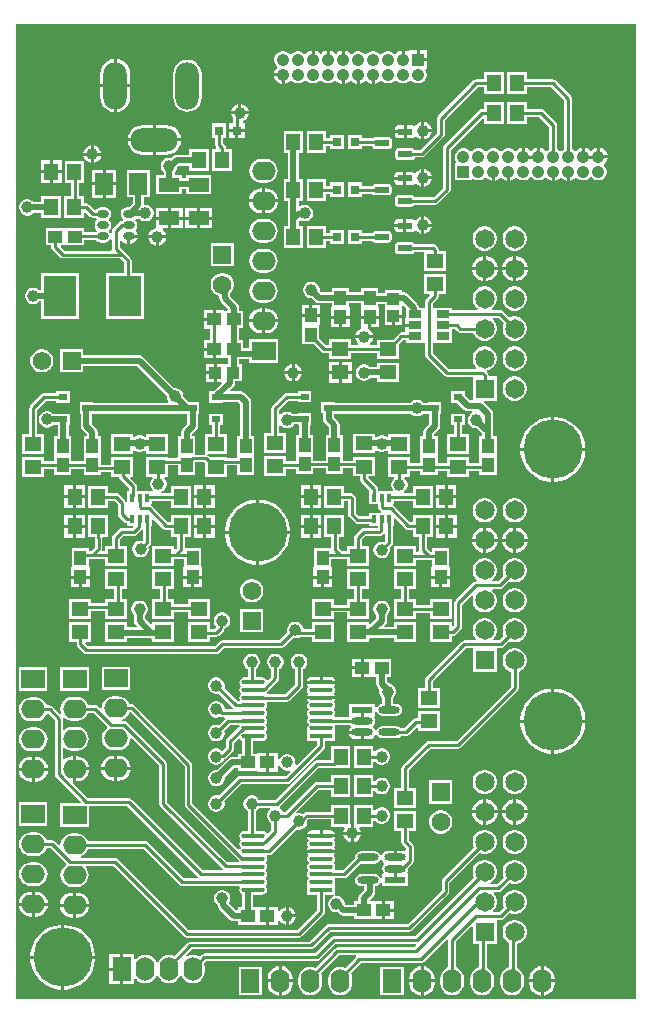
<source format=gbr>
%TF.GenerationSoftware,Altium Limited,Altium Designer,21.2.1 (34)*%
G04 Layer_Physical_Order=1*
G04 Layer_Color=255*
%FSLAX45Y45*%
%MOMM*%
%TF.SameCoordinates,1A5297F3-7C59-4284-9812-4E6276DD2B67*%
%TF.FilePolarity,Positive*%
%TF.FileFunction,Copper,L1,Top,Signal*%
%TF.Part,Single*%
G01*
G75*
%TA.AperFunction,SMDPad,CuDef*%
%ADD10R,0.40000X0.66000*%
%ADD11O,1.00000X0.70000*%
G04:AMPARAMS|DCode=12|XSize=1.26mm|YSize=0.59mm|CornerRadius=0.07375mm|HoleSize=0mm|Usage=FLASHONLY|Rotation=180.000|XOffset=0mm|YOffset=0mm|HoleType=Round|Shape=RoundedRectangle|*
%AMROUNDEDRECTD12*
21,1,1.26000,0.44250,0,0,180.0*
21,1,1.11250,0.59000,0,0,180.0*
1,1,0.14750,-0.55625,0.22125*
1,1,0.14750,0.55625,0.22125*
1,1,0.14750,0.55625,-0.22125*
1,1,0.14750,-0.55625,-0.22125*
%
%ADD12ROUNDEDRECTD12*%
%ADD13R,1.10000X0.65000*%
%ADD14R,2.80000X3.50000*%
%ADD15R,0.72400X0.55900*%
G04:AMPARAMS|DCode=16|XSize=1.95543mm|YSize=0.42077mm|CornerRadius=0.21038mm|HoleSize=0mm|Usage=FLASHONLY|Rotation=180.000|XOffset=0mm|YOffset=0mm|HoleType=Round|Shape=RoundedRectangle|*
%AMROUNDEDRECTD16*
21,1,1.95543,0.00000,0,0,180.0*
21,1,1.53467,0.42077,0,0,180.0*
1,1,0.42077,-0.76733,0.00000*
1,1,0.42077,0.76733,0.00000*
1,1,0.42077,0.76733,0.00000*
1,1,0.42077,-0.76733,0.00000*
%
%ADD16ROUNDEDRECTD16*%
%ADD17R,1.95543X0.42077*%
%ADD18R,0.80000X0.80000*%
%ADD19R,1.25814X1.46213*%
%ADD20R,1.46213X1.25814*%
%ADD21R,1.80524X0.61213*%
G04:AMPARAMS|DCode=22|XSize=1.80524mm|YSize=0.61213mm|CornerRadius=0.30606mm|HoleSize=0mm|Usage=FLASHONLY|Rotation=180.000|XOffset=0mm|YOffset=0mm|HoleType=Round|Shape=RoundedRectangle|*
%AMROUNDEDRECTD22*
21,1,1.80524,0.00000,0,0,180.0*
21,1,1.19311,0.61213,0,0,180.0*
1,1,0.61213,-0.59655,0.00000*
1,1,0.61213,0.59655,0.00000*
1,1,0.61213,0.59655,0.00000*
1,1,0.61213,-0.59655,0.00000*
%
%ADD22ROUNDEDRECTD22*%
%ADD23R,1.05822X1.20651*%
%ADD24R,1.20651X1.05822*%
%ADD25R,1.55550X1.85822*%
%ADD26R,1.77000X1.21000*%
%ADD27R,1.00000X1.05000*%
%ADD28R,1.05000X1.00000*%
%TA.AperFunction,ConnectorPad*%
%ADD29R,1.46213X1.25814*%
%TA.AperFunction,Conductor*%
%ADD30C,0.25400*%
%ADD31C,0.50800*%
%TA.AperFunction,ComponentPad*%
%ADD32C,1.05000*%
%ADD33R,1.05000X1.05000*%
%ADD34R,2.00000X1.60000*%
%ADD35O,2.00000X1.60000*%
%ADD36O,1.60000X2.00000*%
%ADD37R,1.60000X2.00000*%
%ADD38O,4.00000X2.00000*%
%ADD39O,2.00000X4.00000*%
%ADD40R,1.57000X1.57000*%
%ADD41C,1.57000*%
%ADD42R,1.65000X1.65000*%
%ADD43C,1.65000*%
%ADD44R,1.57000X1.57000*%
%TA.AperFunction,ViaPad*%
%ADD45C,5.00000*%
%ADD46C,1.00000*%
G36*
X5250000Y0D02*
X0D01*
Y8250000D01*
X5250000D01*
Y0D01*
D02*
G37*
%LPC*%
G36*
X3395299Y8027900D02*
X3330100D01*
Y8026268D01*
X3317400Y8018936D01*
X3311068Y8022591D01*
X3293699Y8027246D01*
Y7950000D01*
X3268299D01*
Y8027245D01*
X3250932Y8022591D01*
X3233168Y8012336D01*
X3222269Y8001437D01*
X3217369Y7998130D01*
X3205720Y8000811D01*
X3198516Y8008014D01*
X3181984Y8017559D01*
X3163545Y8022500D01*
X3144455D01*
X3126016Y8017559D01*
X3109484Y8008014D01*
X3098327Y7996858D01*
X3090500Y7995481D01*
X3082673Y7996858D01*
X3071516Y8008014D01*
X3054984Y8017559D01*
X3036545Y8022500D01*
X3017455D01*
X2999016Y8017559D01*
X2982484Y8008014D01*
X2971327Y7996858D01*
X2963500Y7995481D01*
X2955673Y7996858D01*
X2944516Y8008014D01*
X2927984Y8017559D01*
X2909545Y8022500D01*
X2890455D01*
X2872016Y8017559D01*
X2855484Y8008014D01*
X2848280Y8000811D01*
X2836631Y7998130D01*
X2831731Y8001437D01*
X2820832Y8012336D01*
X2803068Y8022591D01*
X2785699Y8027246D01*
Y7950000D01*
X2760299D01*
Y8027245D01*
X2742932Y8022591D01*
X2725168Y8012336D01*
X2718022Y8005189D01*
X2709500Y7998717D01*
X2700978Y8005189D01*
X2693832Y8012336D01*
X2676068Y8022591D01*
X2658699Y8027246D01*
Y7950000D01*
X2633299D01*
Y8027245D01*
X2615932Y8022591D01*
X2598168Y8012336D01*
X2591022Y8005189D01*
X2582500Y7998717D01*
X2573978Y8005189D01*
X2566832Y8012336D01*
X2549068Y8022591D01*
X2531699Y8027246D01*
Y7950000D01*
X2506299D01*
Y8027245D01*
X2488932Y8022591D01*
X2471168Y8012336D01*
X2460269Y8001437D01*
X2455369Y7998130D01*
X2443720Y8000811D01*
X2436516Y8008014D01*
X2419984Y8017559D01*
X2401545Y8022500D01*
X2382455D01*
X2364016Y8017559D01*
X2347484Y8008014D01*
X2336327Y7996858D01*
X2328500Y7995481D01*
X2320673Y7996858D01*
X2309516Y8008014D01*
X2292984Y8017559D01*
X2274545Y8022500D01*
X2255455D01*
X2237016Y8017559D01*
X2220484Y8008014D01*
X2206986Y7994516D01*
X2197441Y7977984D01*
X2192500Y7959545D01*
Y7940455D01*
X2197441Y7922016D01*
X2206986Y7905484D01*
X2214189Y7898280D01*
X2216870Y7886631D01*
X2213564Y7881731D01*
X2202665Y7870832D01*
X2192409Y7853068D01*
X2187755Y7835700D01*
X2264999D01*
Y7823000D01*
X2277699D01*
Y7745755D01*
X2295068Y7750409D01*
X2312832Y7760665D01*
X2323731Y7771564D01*
X2328631Y7774870D01*
X2340280Y7772189D01*
X2347484Y7764986D01*
X2364016Y7755441D01*
X2382455Y7750500D01*
X2401545D01*
X2419984Y7755441D01*
X2436516Y7764986D01*
X2447673Y7776142D01*
X2455500Y7777519D01*
X2463327Y7776142D01*
X2474484Y7764986D01*
X2491016Y7755441D01*
X2509455Y7750500D01*
X2528545D01*
X2546984Y7755441D01*
X2563516Y7764986D01*
X2574673Y7776142D01*
X2582500Y7777519D01*
X2590327Y7776142D01*
X2601484Y7764986D01*
X2618016Y7755441D01*
X2636455Y7750500D01*
X2655545D01*
X2673984Y7755441D01*
X2690516Y7764986D01*
X2697720Y7772189D01*
X2709369Y7774870D01*
X2714269Y7771564D01*
X2725168Y7760665D01*
X2742932Y7750409D01*
X2760299Y7745755D01*
Y7823000D01*
X2785699D01*
Y7745755D01*
X2803068Y7750409D01*
X2820832Y7760665D01*
X2827978Y7767811D01*
X2836500Y7774284D01*
X2845022Y7767811D01*
X2852168Y7760665D01*
X2869932Y7750409D01*
X2887299Y7745755D01*
Y7823000D01*
X2912699D01*
Y7745755D01*
X2930068Y7750409D01*
X2947832Y7760665D01*
X2954978Y7767811D01*
X2963500Y7774284D01*
X2972022Y7767811D01*
X2979168Y7760665D01*
X2996932Y7750409D01*
X3014299Y7745755D01*
Y7823000D01*
X3039699D01*
Y7745755D01*
X3057068Y7750409D01*
X3074832Y7760665D01*
X3085731Y7771564D01*
X3090631Y7774870D01*
X3102280Y7772189D01*
X3109484Y7764986D01*
X3126016Y7755441D01*
X3144455Y7750500D01*
X3163545D01*
X3181984Y7755441D01*
X3198516Y7764986D01*
X3209673Y7776142D01*
X3217500Y7777519D01*
X3225327Y7776142D01*
X3236484Y7764986D01*
X3253016Y7755441D01*
X3271455Y7750500D01*
X3290545D01*
X3308984Y7755441D01*
X3325516Y7764986D01*
X3336673Y7776142D01*
X3344500Y7777519D01*
X3352327Y7776142D01*
X3363484Y7764986D01*
X3380016Y7755441D01*
X3398455Y7750500D01*
X3417545D01*
X3435984Y7755441D01*
X3452516Y7764986D01*
X3466014Y7778484D01*
X3475559Y7795016D01*
X3480500Y7813455D01*
Y7832545D01*
X3475559Y7850984D01*
X3470700Y7859400D01*
X3478033Y7872100D01*
X3485900D01*
Y7937300D01*
X3407999D01*
Y7950000D01*
X3395299D01*
Y8027900D01*
D02*
G37*
G36*
X3485900D02*
X3420699D01*
Y7962700D01*
X3485900D01*
Y8027900D01*
D02*
G37*
G36*
X2252299Y7810300D02*
X2187755D01*
X2192409Y7792932D01*
X2202665Y7775168D01*
X2217168Y7760665D01*
X2234932Y7750409D01*
X2252299Y7745755D01*
Y7810300D01*
D02*
G37*
G36*
X857701Y7954810D02*
Y7742700D01*
X971482D01*
Y7830000D01*
X967172Y7862736D01*
X954537Y7893241D01*
X934437Y7919436D01*
X908241Y7939537D01*
X877736Y7952172D01*
X857701Y7954810D01*
D02*
G37*
G36*
X832301D02*
X812264Y7952172D01*
X781759Y7939537D01*
X755564Y7919436D01*
X735463Y7893241D01*
X722828Y7862736D01*
X718518Y7830000D01*
Y7742700D01*
X832301D01*
Y7954810D01*
D02*
G37*
G36*
X4135208Y7843106D02*
X3969394D01*
Y7783341D01*
X3900000D01*
X3887241Y7780803D01*
X3876425Y7773575D01*
X3576425Y7473575D01*
X3569197Y7462759D01*
X3566659Y7450000D01*
Y7328689D01*
X3426311Y7188340D01*
X3377713D01*
X3375361Y7191861D01*
X3366306Y7197911D01*
X3355625Y7200036D01*
X3244375D01*
X3233694Y7197911D01*
X3224639Y7191861D01*
X3218589Y7182806D01*
X3216464Y7172125D01*
Y7127875D01*
X3218589Y7117194D01*
X3224639Y7108139D01*
X3233694Y7102089D01*
X3244375Y7099964D01*
X3355625D01*
X3366306Y7102089D01*
X3375361Y7108139D01*
X3381411Y7117194D01*
X3382300Y7121659D01*
X3440121D01*
X3452880Y7124197D01*
X3463696Y7131425D01*
X3623575Y7291304D01*
X3630802Y7302120D01*
X3633340Y7314879D01*
Y7436190D01*
X3913810Y7716659D01*
X3969394D01*
Y7656893D01*
X4135208D01*
Y7843106D01*
D02*
G37*
G36*
X1912700Y7574657D02*
Y7512700D01*
X1974657D01*
X1970262Y7529103D01*
X1960335Y7546297D01*
X1946297Y7560335D01*
X1929103Y7570262D01*
X1912700Y7574657D01*
D02*
G37*
G36*
X1887300D02*
X1870897Y7570262D01*
X1853703Y7560335D01*
X1839665Y7546297D01*
X1829738Y7529103D01*
X1825343Y7512700D01*
X1887300D01*
Y7574657D01*
D02*
G37*
G36*
X1455000Y7951035D02*
X1423674Y7946911D01*
X1394482Y7934820D01*
X1369415Y7915585D01*
X1350180Y7890518D01*
X1338089Y7861326D01*
X1333965Y7830000D01*
Y7630000D01*
X1338089Y7598674D01*
X1350180Y7569482D01*
X1369415Y7544415D01*
X1394482Y7525180D01*
X1423674Y7513089D01*
X1455000Y7508965D01*
X1486326Y7513089D01*
X1515518Y7525180D01*
X1540585Y7544415D01*
X1559820Y7569482D01*
X1571912Y7598674D01*
X1576036Y7630000D01*
Y7830000D01*
X1571912Y7861326D01*
X1559820Y7890518D01*
X1540585Y7915585D01*
X1515518Y7934820D01*
X1486326Y7946911D01*
X1455000Y7951035D01*
D02*
G37*
G36*
X971482Y7717300D02*
X857701D01*
Y7505190D01*
X877736Y7507828D01*
X908241Y7520463D01*
X934437Y7540564D01*
X954537Y7566759D01*
X967172Y7597264D01*
X971482Y7630000D01*
Y7717300D01*
D02*
G37*
G36*
X832301D02*
X718518D01*
Y7630000D01*
X722828Y7597264D01*
X735463Y7566759D01*
X755564Y7540564D01*
X781759Y7520463D01*
X812264Y7507828D01*
X832301Y7505190D01*
Y7717300D01*
D02*
G37*
G36*
X4135208Y7593106D02*
X3969394D01*
Y7533341D01*
X3950000D01*
X3937241Y7530803D01*
X3926424Y7523575D01*
X3626425Y7223575D01*
X3619197Y7212759D01*
X3616660Y7200000D01*
Y6863810D01*
X3541190Y6788340D01*
X3377054D01*
X3371361Y6796861D01*
X3362306Y6802911D01*
X3351625Y6805036D01*
X3240375D01*
X3229694Y6802911D01*
X3220639Y6796861D01*
X3214589Y6787806D01*
X3212464Y6777125D01*
Y6732875D01*
X3214589Y6722194D01*
X3220639Y6713139D01*
X3229694Y6707089D01*
X3240375Y6704964D01*
X3351625D01*
X3362306Y6707089D01*
X3371361Y6713139D01*
X3377054Y6721659D01*
X3555000D01*
X3567759Y6724197D01*
X3578575Y6731425D01*
X3673575Y6826425D01*
X3680803Y6837241D01*
X3683341Y6850000D01*
Y7186190D01*
X3956694Y7459543D01*
X3969394Y7454283D01*
Y7406893D01*
X4135208D01*
Y7593106D01*
D02*
G37*
G36*
X3437300Y7424657D02*
X3420897Y7420262D01*
X3403703Y7410335D01*
X3389665Y7396297D01*
X3388115Y7393613D01*
X3371792Y7390740D01*
X3368413Y7392998D01*
X3355625Y7395542D01*
X3312699D01*
Y7339999D01*
Y7284458D01*
X3355625D01*
X3368413Y7287002D01*
X3379254Y7294246D01*
X3380259Y7295750D01*
X3396369Y7297000D01*
X3403703Y7289665D01*
X3420897Y7279738D01*
X3437300Y7275343D01*
Y7350000D01*
Y7424657D01*
D02*
G37*
G36*
X3462700D02*
Y7362700D01*
X3524657D01*
X3520262Y7379103D01*
X3510335Y7396297D01*
X3496297Y7410335D01*
X3479103Y7420262D01*
X3462700Y7424657D01*
D02*
G37*
G36*
X1974657Y7487300D02*
X1825343D01*
X1829738Y7470897D01*
X1839665Y7453703D01*
X1841660Y7451709D01*
Y7415400D01*
X1809600D01*
Y7362700D01*
X1875000D01*
X1940400D01*
Y7415400D01*
X1924661D01*
X1922989Y7428100D01*
X1929103Y7429738D01*
X1946297Y7439665D01*
X1960335Y7453703D01*
X1970262Y7470897D01*
X1974657Y7487300D01*
D02*
G37*
G36*
X3287299Y7395542D02*
X3244375D01*
X3231587Y7392998D01*
X3220746Y7385754D01*
X3213502Y7374913D01*
X3210958Y7362125D01*
Y7352699D01*
X3287299D01*
Y7395542D01*
D02*
G37*
G36*
X1940400Y7337300D02*
X1887700D01*
Y7284600D01*
X1940400D01*
Y7337300D01*
D02*
G37*
G36*
X1862300D02*
X1809600D01*
Y7284600D01*
X1862300D01*
Y7337300D01*
D02*
G37*
G36*
X3287299Y7327299D02*
X3210958D01*
Y7317875D01*
X3213502Y7305087D01*
X3220746Y7294246D01*
X3231587Y7287002D01*
X3244375Y7284458D01*
X3287299D01*
Y7327299D01*
D02*
G37*
G36*
X1275000Y7396482D02*
X1187700D01*
Y7282700D01*
X1399810D01*
X1397172Y7302736D01*
X1384537Y7333241D01*
X1364436Y7359436D01*
X1338241Y7379537D01*
X1307736Y7392172D01*
X1275000Y7396482D01*
D02*
G37*
G36*
X1162300D02*
X1075000D01*
X1042264Y7392172D01*
X1011759Y7379537D01*
X985564Y7359436D01*
X965464Y7333241D01*
X952828Y7302736D01*
X950190Y7282700D01*
X1162300D01*
Y7396482D01*
D02*
G37*
G36*
X3524657Y7337300D02*
X3462700D01*
Y7275343D01*
X3479103Y7279738D01*
X3496297Y7289665D01*
X3510335Y7303703D01*
X3520262Y7320897D01*
X3524657Y7337300D01*
D02*
G37*
G36*
X2935000Y7310000D02*
X2815000D01*
Y7190000D01*
X2935000D01*
Y7216659D01*
X3021700D01*
X3022589Y7212194D01*
X3028639Y7203139D01*
X3037694Y7197089D01*
X3048375Y7194964D01*
X3159625D01*
X3170306Y7197089D01*
X3179361Y7203139D01*
X3185411Y7212194D01*
X3187536Y7222875D01*
Y7267125D01*
X3185411Y7277806D01*
X3179361Y7286861D01*
X3170306Y7292911D01*
X3159625Y7295036D01*
X3048375D01*
X3037694Y7292911D01*
X3028639Y7286861D01*
X3026287Y7283341D01*
X2935000D01*
Y7310000D01*
D02*
G37*
G36*
X2630606Y7343106D02*
X2464792D01*
Y7156893D01*
X2630606D01*
Y7216659D01*
X2665000D01*
Y7190000D01*
X2785000D01*
Y7310000D01*
X2665000D01*
Y7283341D01*
X2630606D01*
Y7343106D01*
D02*
G37*
G36*
X4330606Y7843106D02*
X4164793D01*
Y7656893D01*
X4330606D01*
Y7716659D01*
X4536190D01*
X4647659Y7605190D01*
Y7191466D01*
X4636484Y7185014D01*
X4625327Y7173858D01*
X4617500Y7172481D01*
X4609673Y7173858D01*
X4598516Y7185014D01*
X4587341Y7191466D01*
Y7396000D01*
X4584803Y7408759D01*
X4577575Y7419575D01*
X4473576Y7523575D01*
X4462759Y7530803D01*
X4450000Y7533341D01*
X4330606D01*
Y7593106D01*
X4164793D01*
Y7406893D01*
X4330606D01*
Y7466659D01*
X4436190D01*
X4520659Y7382190D01*
Y7191466D01*
X4509484Y7185014D01*
X4502280Y7177811D01*
X4490631Y7175130D01*
X4485731Y7178436D01*
X4474832Y7189335D01*
X4457068Y7199591D01*
X4439700Y7204245D01*
Y7127000D01*
X4414300D01*
Y7204245D01*
X4396932Y7199591D01*
X4379168Y7189335D01*
X4372022Y7182189D01*
X4363500Y7175716D01*
X4354978Y7182189D01*
X4347832Y7189335D01*
X4330068Y7199591D01*
X4312700Y7204245D01*
Y7127000D01*
X4287300D01*
Y7204245D01*
X4269932Y7199591D01*
X4252168Y7189335D01*
X4241269Y7178436D01*
X4236369Y7175130D01*
X4224720Y7177811D01*
X4217516Y7185014D01*
X4200984Y7194559D01*
X4182545Y7199500D01*
X4163455D01*
X4145016Y7194559D01*
X4128484Y7185014D01*
X4117327Y7173858D01*
X4109500Y7172481D01*
X4101673Y7173858D01*
X4090516Y7185014D01*
X4073984Y7194559D01*
X4055545Y7199500D01*
X4036455D01*
X4018016Y7194559D01*
X4001484Y7185014D01*
X3990327Y7173858D01*
X3982500Y7172481D01*
X3974673Y7173858D01*
X3963516Y7185014D01*
X3946984Y7194559D01*
X3928545Y7199500D01*
X3909455D01*
X3891016Y7194559D01*
X3874484Y7185014D01*
X3863327Y7173858D01*
X3855500Y7172481D01*
X3847673Y7173858D01*
X3836516Y7185014D01*
X3819984Y7194559D01*
X3801545Y7199500D01*
X3782455D01*
X3764016Y7194559D01*
X3747484Y7185014D01*
X3733986Y7171516D01*
X3724441Y7154984D01*
X3719500Y7136545D01*
Y7117455D01*
X3724441Y7099016D01*
X3732417Y7085200D01*
X3727723Y7072500D01*
X3719500D01*
Y6927500D01*
X3864500D01*
Y6935723D01*
X3877200Y6940417D01*
X3891016Y6932441D01*
X3909455Y6927500D01*
X3928545D01*
X3946984Y6932441D01*
X3963516Y6941986D01*
X3970720Y6949189D01*
X3982369Y6951870D01*
X3987269Y6948563D01*
X3998168Y6937665D01*
X4015932Y6927409D01*
X4033300Y6922755D01*
Y7000000D01*
X4058700D01*
Y6922755D01*
X4076068Y6927409D01*
X4093832Y6937665D01*
X4100978Y6944811D01*
X4109500Y6951284D01*
X4118022Y6944811D01*
X4125168Y6937665D01*
X4142932Y6927409D01*
X4160300Y6922755D01*
Y7000000D01*
X4185700D01*
Y6922755D01*
X4203068Y6927409D01*
X4220832Y6937665D01*
X4231731Y6948563D01*
X4236631Y6951870D01*
X4248280Y6949189D01*
X4255484Y6941986D01*
X4272016Y6932441D01*
X4290455Y6927500D01*
X4309545D01*
X4327984Y6932441D01*
X4344516Y6941986D01*
X4355673Y6953142D01*
X4363500Y6954519D01*
X4371327Y6953142D01*
X4382484Y6941986D01*
X4399016Y6932441D01*
X4417455Y6927500D01*
X4436545D01*
X4454984Y6932441D01*
X4471516Y6941986D01*
X4478720Y6949189D01*
X4490369Y6951870D01*
X4495269Y6948563D01*
X4506168Y6937665D01*
X4523932Y6927409D01*
X4541300Y6922755D01*
Y7000000D01*
X4566700D01*
Y6922755D01*
X4584068Y6927409D01*
X4601832Y6937665D01*
X4608978Y6944811D01*
X4617500Y6951284D01*
X4626022Y6944811D01*
X4633168Y6937665D01*
X4650932Y6927409D01*
X4668300Y6922755D01*
Y7000000D01*
X4693700D01*
Y6922755D01*
X4711068Y6927409D01*
X4728832Y6937665D01*
X4739731Y6948563D01*
X4744631Y6951870D01*
X4756280Y6949189D01*
X4763484Y6941986D01*
X4780016Y6932441D01*
X4798455Y6927500D01*
X4817545D01*
X4835984Y6932441D01*
X4852516Y6941986D01*
X4863673Y6953142D01*
X4871500Y6954519D01*
X4879327Y6953142D01*
X4890484Y6941986D01*
X4907016Y6932441D01*
X4925455Y6927500D01*
X4944545D01*
X4962984Y6932441D01*
X4979516Y6941986D01*
X4993014Y6955484D01*
X5002559Y6972016D01*
X5007500Y6990455D01*
Y7009545D01*
X5002559Y7027984D01*
X4993014Y7044516D01*
X4985811Y7051720D01*
X4983130Y7063369D01*
X4986437Y7068269D01*
X4997335Y7079168D01*
X5007591Y7096932D01*
X5012245Y7114300D01*
X4935000D01*
Y7127000D01*
X4922300D01*
Y7204245D01*
X4904932Y7199591D01*
X4887168Y7189335D01*
X4880022Y7182189D01*
X4871500Y7175716D01*
X4862978Y7182189D01*
X4855832Y7189335D01*
X4838068Y7199591D01*
X4820700Y7204245D01*
Y7127000D01*
X4795300D01*
Y7204245D01*
X4777932Y7199591D01*
X4760168Y7189335D01*
X4749269Y7178436D01*
X4744369Y7175130D01*
X4732720Y7177811D01*
X4725516Y7185014D01*
X4714341Y7191466D01*
Y7619000D01*
X4711803Y7631759D01*
X4704575Y7642575D01*
X4573575Y7773575D01*
X4562759Y7780803D01*
X4550000Y7783341D01*
X4330606D01*
Y7843106D01*
D02*
G37*
G36*
X662700Y7224657D02*
Y7162700D01*
X724656D01*
X720261Y7179103D01*
X710335Y7196297D01*
X696296Y7210335D01*
X679103Y7220262D01*
X662700Y7224657D01*
D02*
G37*
G36*
X637300D02*
X620896Y7220262D01*
X603703Y7210335D01*
X589665Y7196297D01*
X579738Y7179103D01*
X575343Y7162700D01*
X637300D01*
Y7224657D01*
D02*
G37*
G36*
X1637708Y7193107D02*
X1471894D01*
Y7146289D01*
X1363987D01*
X1363986Y7146290D01*
X1346271Y7142766D01*
X1331254Y7132732D01*
X1316555Y7118033D01*
X1309216Y7120000D01*
X1290784D01*
X1272981Y7115230D01*
X1257019Y7106014D01*
X1243986Y7092981D01*
X1234770Y7077019D01*
X1230000Y7059216D01*
Y7040784D01*
X1234770Y7022981D01*
X1243986Y7007019D01*
X1253710Y6997295D01*
Y6973300D01*
X1191500D01*
Y6812300D01*
X1408500D01*
Y6853710D01*
X1441500D01*
Y6812300D01*
X1658500D01*
Y6973300D01*
X1441500D01*
Y6946289D01*
X1408500D01*
Y6973300D01*
X1346289D01*
Y6997295D01*
X1356014Y7007019D01*
X1365229Y7022981D01*
X1369914Y7040465D01*
X1383160Y7053711D01*
X1471894D01*
Y7006894D01*
X1637708D01*
Y7193107D01*
D02*
G37*
G36*
X1399810Y7257300D02*
X1187700D01*
Y7143518D01*
X1275000D01*
X1307736Y7147828D01*
X1338241Y7160463D01*
X1364436Y7180563D01*
X1384537Y7206759D01*
X1397172Y7237264D01*
X1399810Y7257300D01*
D02*
G37*
G36*
X1162300D02*
X950190D01*
X952828Y7237264D01*
X965464Y7206759D01*
X985564Y7180563D01*
X1011759Y7160463D01*
X1042264Y7147828D01*
X1075000Y7143518D01*
X1162300D01*
Y7257300D01*
D02*
G37*
G36*
X4947700Y7204245D02*
Y7139700D01*
X5012245D01*
X5007591Y7157068D01*
X4997335Y7174832D01*
X4982832Y7189335D01*
X4965068Y7199591D01*
X4947700Y7204245D01*
D02*
G37*
G36*
X724656Y7137300D02*
X662700D01*
Y7075343D01*
X679103Y7079738D01*
X696296Y7089665D01*
X710335Y7103704D01*
X720261Y7120897D01*
X724656Y7137300D01*
D02*
G37*
G36*
X637300D02*
X575343D01*
X579738Y7120897D01*
X589665Y7103704D01*
X603703Y7089665D01*
X620896Y7079738D01*
X637300Y7075343D01*
Y7137300D01*
D02*
G37*
G36*
X390608Y7098507D02*
X315001D01*
Y7012700D01*
X390608D01*
Y7098507D01*
D02*
G37*
G36*
X289601D02*
X213994D01*
Y7012700D01*
X289601D01*
Y7098507D01*
D02*
G37*
G36*
X1785000Y7410000D02*
X1665000D01*
Y7290000D01*
X1691659D01*
Y7225000D01*
X1694197Y7212241D01*
X1698497Y7205807D01*
X1692755Y7193107D01*
X1667293D01*
Y7006894D01*
X1833106D01*
Y7193107D01*
X1783341D01*
Y7200000D01*
X1780803Y7212759D01*
X1773575Y7223576D01*
X1758340Y7238810D01*
Y7290000D01*
X1785000D01*
Y7410000D01*
D02*
G37*
G36*
X3437300Y7024657D02*
X3420897Y7020262D01*
X3403703Y7010335D01*
X3389665Y6996297D01*
X3387613Y6992743D01*
X3372762Y6992420D01*
X3364413Y6997998D01*
X3351625Y7000542D01*
X3308700D01*
Y6945000D01*
X3296000D01*
D01*
X3308700D01*
Y6889458D01*
X3351625D01*
X3364413Y6892002D01*
X3375254Y6899246D01*
X3376498Y6901108D01*
X3381945Y6902182D01*
X3391968Y6901400D01*
X3403703Y6889665D01*
X3420897Y6879738D01*
X3437300Y6875343D01*
Y6950000D01*
Y7024657D01*
D02*
G37*
G36*
X3462700D02*
Y6962700D01*
X3524657D01*
X3520262Y6979103D01*
X3510335Y6996297D01*
X3496297Y7010335D01*
X3479103Y7020262D01*
X3462700Y7024657D01*
D02*
G37*
G36*
X3283300Y7000542D02*
X3240375D01*
X3227587Y6997998D01*
X3216746Y6990754D01*
X3209502Y6979913D01*
X3206958Y6967125D01*
Y6957700D01*
X3283300D01*
Y7000542D01*
D02*
G37*
G36*
X853175Y7018311D02*
X762700D01*
Y6912700D01*
X853175D01*
Y7018311D01*
D02*
G37*
G36*
X737300D02*
X646825D01*
Y6912700D01*
X737300D01*
Y7018311D01*
D02*
G37*
G36*
X2120000Y7108863D02*
X2079999D01*
X2053894Y7105426D01*
X2029568Y7095350D01*
X2008679Y7079321D01*
X1992650Y7058431D01*
X1982574Y7034105D01*
X1979137Y7008000D01*
X1982574Y6981895D01*
X1992650Y6957569D01*
X2008679Y6936679D01*
X2029568Y6920650D01*
X2053894Y6910574D01*
X2079999Y6907137D01*
X2120000D01*
X2146105Y6910574D01*
X2170431Y6920650D01*
X2191320Y6936679D01*
X2207349Y6957569D01*
X2217426Y6981895D01*
X2220862Y7008000D01*
X2217426Y7034105D01*
X2207349Y7058431D01*
X2191320Y7079321D01*
X2170431Y7095350D01*
X2146105Y7105426D01*
X2120000Y7108863D01*
D02*
G37*
G36*
X390608Y6987300D02*
X315001D01*
Y6901493D01*
X390608D01*
Y6987300D01*
D02*
G37*
G36*
X289601D02*
X213994D01*
Y6901493D01*
X289601D01*
Y6987300D01*
D02*
G37*
G36*
X3283300Y6932300D02*
X3206958D01*
Y6922875D01*
X3209502Y6910087D01*
X3216746Y6899246D01*
X3227587Y6892002D01*
X3240375Y6889458D01*
X3283300D01*
Y6932300D01*
D02*
G37*
G36*
X3524657Y6937300D02*
X3462700D01*
Y6875343D01*
X3479103Y6879738D01*
X3496297Y6889665D01*
X3510335Y6903703D01*
X3520262Y6920897D01*
X3524657Y6937300D01*
D02*
G37*
G36*
X2935000Y6910000D02*
X2815000D01*
Y6790000D01*
X2935000D01*
Y6816659D01*
X3018946D01*
X3024639Y6808139D01*
X3033694Y6802089D01*
X3044375Y6799964D01*
X3155625D01*
X3166306Y6802089D01*
X3175361Y6808139D01*
X3181411Y6817194D01*
X3183536Y6827875D01*
Y6872125D01*
X3181411Y6882806D01*
X3175361Y6891861D01*
X3166306Y6897911D01*
X3155625Y6900036D01*
X3044375D01*
X3033694Y6897911D01*
X3024639Y6891861D01*
X3018946Y6883341D01*
X2935000D01*
Y6910000D01*
D02*
G37*
G36*
X2630606Y6943107D02*
X2464792D01*
Y6756894D01*
X2630606D01*
Y6816659D01*
X2665000D01*
Y6790000D01*
X2785000D01*
Y6910000D01*
X2665000D01*
Y6883341D01*
X2630606D01*
Y6943107D01*
D02*
G37*
G36*
X853175Y6887300D02*
X762700D01*
Y6781689D01*
X853175D01*
Y6887300D01*
D02*
G37*
G36*
X737300D02*
X646825D01*
Y6781689D01*
X737300D01*
Y6887300D01*
D02*
G37*
G36*
X2120000Y6860309D02*
X2112699D01*
Y6766700D01*
X2224637D01*
X2222687Y6781515D01*
X2212066Y6807155D01*
X2195172Y6829172D01*
X2173155Y6846067D01*
X2147515Y6856687D01*
X2120000Y6860309D01*
D02*
G37*
G36*
X2087299D02*
X2079999D01*
X2052485Y6856687D01*
X2026845Y6846067D01*
X2004827Y6829172D01*
X1987933Y6807155D01*
X1977312Y6781515D01*
X1975362Y6766700D01*
X2087299D01*
Y6860309D01*
D02*
G37*
G36*
X382907Y6793107D02*
X217093D01*
Y6746290D01*
X152705D01*
X142981Y6756014D01*
X127019Y6765230D01*
X109215Y6770000D01*
X90784D01*
X72981Y6765230D01*
X57019Y6756014D01*
X43986Y6742981D01*
X34770Y6727019D01*
X30000Y6709216D01*
Y6690784D01*
X34770Y6672981D01*
X43986Y6657019D01*
X57019Y6643986D01*
X72981Y6634771D01*
X90784Y6630000D01*
X109215D01*
X127019Y6634771D01*
X142981Y6643986D01*
X152705Y6653711D01*
X217093D01*
Y6606894D01*
X382907D01*
Y6793107D01*
D02*
G37*
G36*
X2224637Y6741300D02*
X2112699D01*
Y6647691D01*
X2120000D01*
X2147515Y6651313D01*
X2173155Y6661933D01*
X2195172Y6678828D01*
X2212066Y6700845D01*
X2222687Y6726485D01*
X2224637Y6741300D01*
D02*
G37*
G36*
X2087299D02*
X1975362D01*
X1977312Y6726485D01*
X1987933Y6700845D01*
X2004827Y6678828D01*
X2026845Y6661933D01*
X2052485Y6651313D01*
X2079999Y6647691D01*
X2087299D01*
Y6741300D01*
D02*
G37*
G36*
X1663900Y6693100D02*
X1562699D01*
Y6619900D01*
X1663900D01*
Y6693100D01*
D02*
G37*
G36*
X1413900D02*
X1312699D01*
Y6619900D01*
X1413900D01*
Y6693100D01*
D02*
G37*
G36*
X1537299D02*
X1436100D01*
Y6619900D01*
X1537299D01*
Y6693100D01*
D02*
G37*
G36*
X1287299D02*
X1186100D01*
Y6619900D01*
X1287299D01*
Y6693100D01*
D02*
G37*
G36*
X3437300Y6624657D02*
X3420897Y6620262D01*
X3403703Y6610335D01*
X3389665Y6596297D01*
X3387613Y6592743D01*
X3372762Y6592420D01*
X3364413Y6597998D01*
X3351625Y6600542D01*
X3308700D01*
Y6545000D01*
Y6489458D01*
X3351625D01*
X3364413Y6492002D01*
X3375254Y6499246D01*
X3376498Y6501108D01*
X3381945Y6502182D01*
X3391968Y6501400D01*
X3403703Y6489665D01*
X3420897Y6479738D01*
X3437300Y6475343D01*
Y6550000D01*
Y6624657D01*
D02*
G37*
G36*
X2435207Y7343106D02*
X2269394D01*
Y7156893D01*
X2303711D01*
Y6943107D01*
X2269394D01*
Y6756894D01*
X2303711D01*
Y6600001D01*
X2303710Y6600000D01*
X2303711Y6599999D01*
Y6543107D01*
X2269394D01*
Y6356894D01*
X2435207D01*
Y6543107D01*
X2396290D01*
Y6580826D01*
X2408560Y6593097D01*
X2422981Y6584770D01*
X2440784Y6580000D01*
X2459216D01*
X2477019Y6584770D01*
X2492981Y6593986D01*
X2506014Y6607019D01*
X2515229Y6622981D01*
X2520000Y6640784D01*
Y6659216D01*
X2515229Y6677019D01*
X2506014Y6692981D01*
X2492981Y6706014D01*
X2477019Y6715229D01*
X2459216Y6720000D01*
X2440784D01*
X2422981Y6715229D01*
X2408990Y6707151D01*
X2396290Y6711305D01*
Y6756894D01*
X2435207D01*
Y6943107D01*
X2396290D01*
Y7156893D01*
X2435207D01*
Y7343106D01*
D02*
G37*
G36*
X580606Y7093106D02*
X414792D01*
Y6906893D01*
X466659D01*
Y6793107D01*
X412492D01*
Y6606894D01*
X578305D01*
Y6656584D01*
X591005Y6661844D01*
X631425Y6621424D01*
X642242Y6614197D01*
X655000Y6611659D01*
X681129D01*
X685347Y6605347D01*
X687588Y6603850D01*
Y6591150D01*
X685347Y6589653D01*
X673191Y6571460D01*
X668922Y6550000D01*
X673191Y6528540D01*
X685347Y6510347D01*
X685462Y6510271D01*
X686413Y6497121D01*
X678123Y6488341D01*
X580325D01*
Y6522911D01*
X427854D01*
X419675Y6522912D01*
X406975Y6522911D01*
X254503D01*
Y6377089D01*
X301488D01*
Y6365175D01*
X304026Y6352416D01*
X311253Y6341599D01*
X376428Y6276425D01*
X387244Y6269198D01*
X400003Y6266660D01*
X886190D01*
X916659Y6236190D01*
Y6145000D01*
X765000D01*
Y5755000D01*
X1085000D01*
Y6145000D01*
X983340D01*
Y6250000D01*
X980802Y6262759D01*
X973575Y6273575D01*
X923576Y6323575D01*
X923575Y6323576D01*
X883340Y6363810D01*
Y6415703D01*
X896040Y6419556D01*
X901454Y6411454D01*
X921433Y6398105D01*
X945000Y6393417D01*
X947300D01*
Y6455001D01*
X960000D01*
Y6467701D01*
X1034057D01*
X1031895Y6478567D01*
X1018546Y6498546D01*
X1018328Y6498692D01*
X1017458Y6514547D01*
X1026808Y6528540D01*
X1031077Y6550000D01*
X1026808Y6571460D01*
X1015416Y6588510D01*
X1016732Y6593973D01*
X1020215Y6601210D01*
X1049795D01*
X1057019Y6593986D01*
X1072981Y6584770D01*
X1090784Y6580000D01*
X1109216D01*
X1127019Y6584770D01*
X1142981Y6593986D01*
X1156014Y6607019D01*
X1165230Y6622981D01*
X1170000Y6640784D01*
Y6659216D01*
X1165230Y6677019D01*
X1156014Y6692981D01*
X1142981Y6706014D01*
X1127019Y6715229D01*
X1109216Y6720000D01*
X1090785D01*
X1086561Y6723240D01*
Y6787089D01*
X1138047D01*
Y7012911D01*
X942497D01*
Y6787089D01*
X993983D01*
Y6734446D01*
X960802Y6701265D01*
X960676Y6701077D01*
X945000D01*
X923540Y6696809D01*
X905347Y6684653D01*
X893191Y6666460D01*
X888923Y6645000D01*
X893191Y6623540D01*
X905347Y6605347D01*
X906615Y6592080D01*
X899999Y6583341D01*
X887241Y6580803D01*
X876424Y6573575D01*
X826425Y6523575D01*
X819197Y6512759D01*
X816659Y6500000D01*
Y6484577D01*
X803959Y6480724D01*
X794652Y6494653D01*
X792412Y6496150D01*
Y6508850D01*
X794652Y6510347D01*
X806808Y6528540D01*
X811077Y6550000D01*
X806808Y6571460D01*
X794652Y6589653D01*
X792412Y6591150D01*
Y6603850D01*
X794652Y6605347D01*
X806808Y6623540D01*
X811077Y6645000D01*
X806808Y6666460D01*
X794652Y6684653D01*
X776460Y6696809D01*
X755000Y6701077D01*
X725000D01*
X703540Y6696809D01*
X685347Y6684653D01*
X681129Y6678340D01*
X668810D01*
X623575Y6723576D01*
X612759Y6730803D01*
X600000Y6733341D01*
X578305D01*
Y6793107D01*
X533341D01*
Y6906893D01*
X580606D01*
Y7093106D01*
D02*
G37*
G36*
X3462700Y6624657D02*
Y6562700D01*
X3524657D01*
X3520262Y6579103D01*
X3510335Y6596297D01*
X3496297Y6610335D01*
X3479103Y6620262D01*
X3462700Y6624657D01*
D02*
G37*
G36*
X3283300Y6600542D02*
X3240375D01*
X3227587Y6597998D01*
X3216746Y6590754D01*
X3209502Y6579913D01*
X3206958Y6567125D01*
Y6557700D01*
X3283300D01*
Y6600542D01*
D02*
G37*
G36*
X1663900Y6594500D02*
X1562699D01*
Y6521300D01*
X1663900D01*
Y6594500D01*
D02*
G37*
G36*
X1537299D02*
X1436100D01*
Y6521300D01*
X1537299D01*
Y6594500D01*
D02*
G37*
G36*
X1413900D02*
X1312699D01*
Y6521300D01*
X1413900D01*
Y6594500D01*
D02*
G37*
G36*
X3283300Y6532300D02*
X3206958D01*
Y6522875D01*
X3209502Y6510087D01*
X3216746Y6499246D01*
X3227587Y6492002D01*
X3240375Y6489458D01*
X3283300D01*
Y6532300D01*
D02*
G37*
G36*
X3524657Y6537300D02*
X3462700D01*
Y6475343D01*
X3479103Y6479738D01*
X3496297Y6489665D01*
X3510335Y6503704D01*
X3520262Y6520897D01*
X3524657Y6537300D01*
D02*
G37*
G36*
X1287299Y6594500D02*
X1186100D01*
Y6524335D01*
X1170897Y6520262D01*
X1153703Y6510335D01*
X1139665Y6496297D01*
X1129738Y6479103D01*
X1125343Y6462700D01*
X1274657D01*
X1270262Y6479103D01*
X1260335Y6496297D01*
X1248032Y6508600D01*
X1249398Y6515668D01*
X1252673Y6521300D01*
X1287299D01*
Y6594500D01*
D02*
G37*
G36*
X2935000Y6510000D02*
X2815000D01*
Y6390000D01*
X2935000D01*
Y6416660D01*
X3018946D01*
X3024639Y6408139D01*
X3033694Y6402089D01*
X3044375Y6399964D01*
X3155625D01*
X3166306Y6402089D01*
X3175361Y6408139D01*
X3181411Y6417194D01*
X3183536Y6427875D01*
Y6472125D01*
X3181411Y6482806D01*
X3175361Y6491861D01*
X3166306Y6497911D01*
X3155625Y6500036D01*
X3044375D01*
X3033694Y6497911D01*
X3024639Y6491861D01*
X3018946Y6483341D01*
X2935000D01*
Y6510000D01*
D02*
G37*
G36*
X2120000Y6600863D02*
X2079999D01*
X2053894Y6597426D01*
X2029568Y6587350D01*
X2008679Y6571321D01*
X1992650Y6550431D01*
X1982574Y6526105D01*
X1979137Y6500000D01*
X1982574Y6473895D01*
X1992650Y6449569D01*
X2008679Y6428679D01*
X2029568Y6412650D01*
X2053894Y6402574D01*
X2079999Y6399137D01*
X2120000D01*
X2146105Y6402574D01*
X2170431Y6412650D01*
X2191320Y6428679D01*
X2207349Y6449569D01*
X2217426Y6473895D01*
X2220862Y6500000D01*
X2217426Y6526105D01*
X2207349Y6550431D01*
X2191320Y6571321D01*
X2170431Y6587350D01*
X2146105Y6597426D01*
X2120000Y6600863D01*
D02*
G37*
G36*
X1034057Y6442301D02*
X972700D01*
Y6393417D01*
X975000D01*
X998567Y6398105D01*
X1018546Y6411454D01*
X1031895Y6431433D01*
X1034057Y6442301D01*
D02*
G37*
G36*
X2630606Y6543107D02*
X2464792D01*
Y6356894D01*
X2630606D01*
Y6416660D01*
X2665000D01*
Y6390000D01*
X2785000D01*
Y6510000D01*
X2665000D01*
Y6483341D01*
X2630606D01*
Y6543107D01*
D02*
G37*
G36*
X1274657Y6437300D02*
X1212700D01*
Y6375343D01*
X1229103Y6379738D01*
X1246296Y6389665D01*
X1260335Y6403703D01*
X1270262Y6420897D01*
X1274657Y6437300D01*
D02*
G37*
G36*
X1187300D02*
X1125343D01*
X1129738Y6420897D01*
X1139665Y6403703D01*
X1153703Y6389665D01*
X1170897Y6379738D01*
X1187300Y6375343D01*
Y6437300D01*
D02*
G37*
G36*
X4240494Y6537500D02*
X4213506D01*
X4187436Y6530515D01*
X4164064Y6517020D01*
X4144980Y6497936D01*
X4131485Y6474564D01*
X4124500Y6448494D01*
Y6421506D01*
X4131485Y6395437D01*
X4144980Y6372064D01*
X4164064Y6352980D01*
X4187436Y6339485D01*
X4213506Y6332500D01*
X4240494D01*
X4266563Y6339485D01*
X4289936Y6352980D01*
X4309020Y6372064D01*
X4322515Y6395437D01*
X4329500Y6421506D01*
Y6448494D01*
X4322515Y6474564D01*
X4309020Y6497936D01*
X4289936Y6517020D01*
X4266563Y6530515D01*
X4240494Y6537500D01*
D02*
G37*
G36*
X3986494D02*
X3959506D01*
X3933436Y6530515D01*
X3910064Y6517020D01*
X3890980Y6497936D01*
X3877485Y6474564D01*
X3870500Y6448494D01*
Y6421506D01*
X3877485Y6395437D01*
X3890980Y6372064D01*
X3910064Y6352980D01*
X3933436Y6339485D01*
X3959506Y6332500D01*
X3986494D01*
X4012563Y6339485D01*
X4035936Y6352980D01*
X4055020Y6372064D01*
X4068515Y6395437D01*
X4075500Y6421506D01*
Y6448494D01*
X4068515Y6474564D01*
X4055020Y6497936D01*
X4035936Y6517020D01*
X4012563Y6530515D01*
X3986494Y6537500D01*
D02*
G37*
G36*
X1848500Y6398500D02*
X1651500D01*
Y6201500D01*
X1848500D01*
Y6398500D01*
D02*
G37*
G36*
X4241205Y6288900D02*
X4239700D01*
Y6193699D01*
X4334900D01*
Y6195205D01*
X4327547Y6222648D01*
X4313341Y6247252D01*
X4293252Y6267342D01*
X4268648Y6281547D01*
X4241205Y6288900D01*
D02*
G37*
G36*
X3987205D02*
X3985700D01*
Y6193699D01*
X4080900D01*
Y6195205D01*
X4073547Y6222648D01*
X4059341Y6247252D01*
X4039252Y6267342D01*
X4014648Y6281547D01*
X3987205Y6288900D01*
D02*
G37*
G36*
X4214300D02*
X4212795D01*
X4185352Y6281547D01*
X4160748Y6267342D01*
X4140658Y6247252D01*
X4126453Y6222648D01*
X4119100Y6195205D01*
Y6193699D01*
X4214300D01*
Y6288900D01*
D02*
G37*
G36*
X3960300D02*
X3958795D01*
X3931352Y6281547D01*
X3906748Y6267342D01*
X3886658Y6247252D01*
X3872453Y6222648D01*
X3865100Y6195205D01*
Y6193699D01*
X3960300D01*
Y6288900D01*
D02*
G37*
G36*
X3351625Y6405036D02*
X3240375D01*
X3229694Y6402911D01*
X3220639Y6396861D01*
X3214589Y6387806D01*
X3212464Y6377125D01*
Y6332875D01*
X3214589Y6322194D01*
X3220639Y6313139D01*
X3229694Y6307089D01*
X3240375Y6304964D01*
X3351625D01*
X3362306Y6307089D01*
X3371361Y6313139D01*
X3377054Y6321659D01*
X3456894D01*
Y6164792D01*
X3643107D01*
Y6330606D01*
X3583341D01*
Y6340121D01*
X3580803Y6352880D01*
X3573575Y6363696D01*
X3558696Y6378575D01*
X3547880Y6385803D01*
X3535121Y6388341D01*
X3377054D01*
X3371361Y6396861D01*
X3362306Y6402911D01*
X3351625Y6405036D01*
D02*
G37*
G36*
X2120000Y6346863D02*
X2079999D01*
X2053894Y6343426D01*
X2029568Y6333350D01*
X2008679Y6317321D01*
X1992650Y6296431D01*
X1982574Y6272105D01*
X1979137Y6246000D01*
X1982574Y6219895D01*
X1992650Y6195569D01*
X2008679Y6174679D01*
X2029568Y6158650D01*
X2053894Y6148574D01*
X2079999Y6145137D01*
X2120000D01*
X2146105Y6148574D01*
X2170431Y6158650D01*
X2191320Y6174679D01*
X2207349Y6195569D01*
X2217426Y6219895D01*
X2220862Y6246000D01*
X2217426Y6272105D01*
X2207349Y6296431D01*
X2191320Y6317321D01*
X2170431Y6333350D01*
X2146105Y6343426D01*
X2120000Y6346863D01*
D02*
G37*
G36*
X4334900Y6168299D02*
X4239700D01*
Y6073100D01*
X4241205D01*
X4268648Y6080453D01*
X4293252Y6094659D01*
X4313341Y6114748D01*
X4327547Y6139352D01*
X4334900Y6166795D01*
Y6168299D01*
D02*
G37*
G36*
X4214300D02*
X4119100D01*
Y6166795D01*
X4126453Y6139352D01*
X4140658Y6114748D01*
X4160748Y6094659D01*
X4185352Y6080453D01*
X4212795Y6073100D01*
X4214300D01*
Y6168299D01*
D02*
G37*
G36*
X4080900D02*
X3985700D01*
Y6073100D01*
X3987205D01*
X4014648Y6080453D01*
X4039252Y6094659D01*
X4059341Y6114748D01*
X4073547Y6139352D01*
X4080900Y6166795D01*
Y6168299D01*
D02*
G37*
G36*
X3960300D02*
X3865100D01*
Y6166795D01*
X3872453Y6139352D01*
X3886658Y6114748D01*
X3906748Y6094659D01*
X3931352Y6080453D01*
X3958795Y6073100D01*
X3960300D01*
Y6168299D01*
D02*
G37*
G36*
X535000Y6145000D02*
X215000D01*
Y5997268D01*
X202300Y5996695D01*
X192981Y6006014D01*
X177019Y6015230D01*
X159215Y6020000D01*
X140784D01*
X122981Y6015230D01*
X107019Y6006014D01*
X93986Y5992981D01*
X84770Y5977019D01*
X80000Y5959216D01*
Y5940785D01*
X84770Y5922981D01*
X93986Y5907019D01*
X107019Y5893986D01*
X122981Y5884771D01*
X140784Y5880000D01*
X159215D01*
X177019Y5884771D01*
X192981Y5893986D01*
X202300Y5903306D01*
X215000Y5902733D01*
Y5755000D01*
X535000D01*
Y6145000D01*
D02*
G37*
G36*
X2120000Y6092863D02*
X2079999D01*
X2053894Y6089426D01*
X2029568Y6079350D01*
X2008679Y6063321D01*
X1992650Y6042431D01*
X1982574Y6018105D01*
X1979137Y5992000D01*
X1982574Y5965895D01*
X1992650Y5941569D01*
X2008679Y5920679D01*
X2029568Y5904650D01*
X2053894Y5894574D01*
X2079999Y5891137D01*
X2120000D01*
X2146105Y5894574D01*
X2170431Y5904650D01*
X2191320Y5920679D01*
X2207349Y5941569D01*
X2217426Y5965895D01*
X2220862Y5992000D01*
X2217426Y6018105D01*
X2207349Y6042431D01*
X2191320Y6063321D01*
X2170431Y6079350D01*
X2146105Y6089426D01*
X2120000Y6092863D01*
D02*
G37*
G36*
X3643107Y6135207D02*
X3456894D01*
Y5969394D01*
X3504283D01*
X3509543Y5956694D01*
X3476425Y5923575D01*
X3469198Y5912759D01*
X3466660Y5900000D01*
Y5852512D01*
X3455000Y5850000D01*
X3453959Y5850000D01*
X3416753D01*
X3413229Y5867714D01*
X3403195Y5882732D01*
X3403194Y5882732D01*
X3320063Y5965863D01*
X3305046Y5975898D01*
X3287331Y5979421D01*
X3287330Y5979421D01*
X3270000D01*
Y6000000D01*
X3130000D01*
Y5973790D01*
X3072911D01*
Y6015411D01*
X2927089D01*
Y5981376D01*
X2822911D01*
Y6015411D01*
X2677089D01*
Y5981376D01*
X2588716D01*
X2574627Y5995465D01*
Y6009216D01*
X2569857Y6027019D01*
X2560641Y6042981D01*
X2547608Y6056014D01*
X2531646Y6065229D01*
X2513843Y6070000D01*
X2495412D01*
X2477608Y6065229D01*
X2461647Y6056014D01*
X2448614Y6042981D01*
X2439398Y6027019D01*
X2434628Y6009216D01*
Y5990784D01*
X2439398Y5972981D01*
X2448614Y5957019D01*
X2461647Y5943986D01*
X2477608Y5934770D01*
X2495412Y5930000D01*
X2509165D01*
X2536810Y5902355D01*
X2536811Y5902354D01*
X2551828Y5892320D01*
X2569542Y5888796D01*
X2569544Y5888797D01*
X2677089D01*
Y5855640D01*
X2671689D01*
Y5782615D01*
X2750000D01*
X2828311D01*
Y5855640D01*
X2822911D01*
Y5888797D01*
X2927089D01*
Y5855640D01*
X2921689D01*
Y5782614D01*
X3000001D01*
X3078311D01*
Y5855640D01*
X3072911D01*
Y5881211D01*
X3130000D01*
Y5855400D01*
X3124600D01*
Y5778888D01*
X3124324Y5777500D01*
X3124600Y5776112D01*
Y5699600D01*
X3187300D01*
Y5777500D01*
X3200000D01*
Y5790200D01*
X3275400D01*
Y5855400D01*
X3270000D01*
Y5868407D01*
X3281733Y5873267D01*
X3305000Y5850000D01*
Y5760400D01*
X3299600D01*
Y5715200D01*
X3380000D01*
Y5689800D01*
X3299600D01*
Y5644600D01*
X3288457Y5640841D01*
X3267500D01*
X3254741Y5638303D01*
X3243925Y5631076D01*
X3193456Y5580606D01*
X3056894D01*
Y5533540D01*
X3007682D01*
X3002872Y5546240D01*
X3013509Y5556878D01*
X3023436Y5574071D01*
X3027831Y5590474D01*
X2878517D01*
X2882912Y5574071D01*
X2892839Y5556878D01*
X2903476Y5546240D01*
X2898666Y5533540D01*
X2843106D01*
Y5583106D01*
X2656893D01*
Y5533540D01*
X2626111D01*
X2572911Y5586740D01*
Y5699361D01*
X2578311D01*
Y5772386D01*
X2500001D01*
X2421689D01*
Y5699361D01*
X2427089D01*
Y5539589D01*
X2525761D01*
X2588725Y5476624D01*
X2599542Y5469397D01*
X2612301Y5466859D01*
X2656893D01*
Y5417293D01*
X2843106D01*
Y5466859D01*
X3056894D01*
Y5414793D01*
X3243107D01*
Y5535956D01*
X3281310Y5574160D01*
X3305000D01*
Y5555000D01*
X3453959D01*
X3455000Y5555000D01*
X3466660Y5552489D01*
Y5450000D01*
X3469198Y5437241D01*
X3476425Y5426425D01*
X3626425Y5276425D01*
X3637241Y5269197D01*
X3650000Y5266660D01*
X3870500D01*
Y5066898D01*
X3848616D01*
X3803000Y5112514D01*
Y5142950D01*
X3690600D01*
Y5047051D01*
X3737537D01*
X3796710Y4987877D01*
X3796711Y4987876D01*
X3811728Y4977842D01*
X3829442Y4974318D01*
X3829444Y4974319D01*
X3863323D01*
X3866727Y4961619D01*
X3857019Y4956014D01*
X3843986Y4942981D01*
X3834770Y4927019D01*
X3830000Y4909216D01*
Y4890784D01*
X3834770Y4872981D01*
X3843986Y4857019D01*
X3857019Y4843986D01*
X3872981Y4834771D01*
X3890784Y4830000D01*
X3904536D01*
X3950975Y4783562D01*
X3950975Y4783561D01*
X3953711Y4781734D01*
Y4762912D01*
X3927089D01*
Y4610440D01*
X3927089Y4602261D01*
X3927089Y4589561D01*
Y4530841D01*
X3843107D01*
Y4585208D01*
X3656894D01*
Y4530841D01*
X3572911D01*
Y4589561D01*
X3572911Y4597740D01*
X3572911Y4610440D01*
Y4762912D01*
X3546290D01*
Y4780826D01*
X3582732Y4817268D01*
X3592766Y4832286D01*
X3596290Y4850000D01*
X3596289Y4850001D01*
Y4952051D01*
X3606200D01*
Y5047951D01*
X3493800D01*
Y5046290D01*
X3452705D01*
X3442981Y5056014D01*
X3427019Y5065230D01*
X3409215Y5070000D01*
X3390784D01*
X3372981Y5065230D01*
X3357019Y5056014D01*
X3347295Y5046290D01*
X2890686D01*
X2890685Y5046290D01*
X2702300D01*
Y5050450D01*
X2589900D01*
Y4954551D01*
X2603710D01*
Y4905002D01*
X2603710Y4905001D01*
X2607234Y4887287D01*
X2617268Y4872269D01*
X2653710Y4835827D01*
Y4767912D01*
X2627089D01*
Y4615440D01*
X2627089Y4607261D01*
X2627089Y4594561D01*
Y4555755D01*
X2522911D01*
Y4594561D01*
X2522911Y4602740D01*
X2522911Y4615440D01*
Y4767912D01*
X2496289D01*
Y4859551D01*
X2505500D01*
Y4955451D01*
X2393100D01*
Y4953790D01*
X2345205D01*
X2342981Y4956014D01*
X2327019Y4965230D01*
X2309216Y4970000D01*
X2290784D01*
X2272981Y4965230D01*
X2257019Y4956014D01*
X2246040Y4945036D01*
X2237566Y4946975D01*
X2233340Y4949602D01*
Y4986190D01*
X2311310Y5064160D01*
X2393100D01*
Y5049551D01*
X2505500D01*
Y5145450D01*
X2393100D01*
Y5130841D01*
X2297500D01*
X2284741Y5128303D01*
X2273925Y5121076D01*
X2176425Y5023575D01*
X2169197Y5012759D01*
X2166659Y5000000D01*
Y4785607D01*
X2106893D01*
Y4619793D01*
X2293106D01*
Y4785607D01*
X2233340D01*
Y4850399D01*
X2237566Y4853027D01*
X2246040Y4854965D01*
X2257019Y4843987D01*
X2272981Y4834771D01*
X2290784Y4830001D01*
X2309216D01*
X2327019Y4834771D01*
X2342981Y4843987D01*
X2356014Y4857020D01*
X2358434Y4861211D01*
X2393100D01*
Y4859551D01*
X2403710D01*
Y4767912D01*
X2377089D01*
Y4615440D01*
X2377089Y4607261D01*
X2377089Y4594561D01*
Y4553381D01*
X2293106D01*
Y4590208D01*
X2106893D01*
Y4424395D01*
X2293106D01*
Y4486700D01*
X2377089D01*
Y4442090D01*
X2522911D01*
Y4489074D01*
X2627089D01*
Y4442090D01*
X2772911D01*
Y4489074D01*
X2856893D01*
Y4421895D01*
X2916659D01*
Y4400001D01*
X2919197Y4387242D01*
X2926425Y4376425D01*
X2995149Y4307701D01*
X2995000Y4295000D01*
X2995000D01*
Y4189001D01*
X3066659D01*
Y4164879D01*
X3069197Y4152120D01*
X3076425Y4141304D01*
X3091304Y4126425D01*
X3095381Y4123700D01*
X3091528Y4111000D01*
X2995000D01*
Y4088341D01*
X2908811D01*
X2883340Y4113811D01*
Y4235121D01*
X2880802Y4247880D01*
X2873575Y4258696D01*
X2858696Y4273575D01*
X2847880Y4280803D01*
X2835121Y4283341D01*
X2780606D01*
Y4343106D01*
X2614792D01*
Y4156893D01*
X2780606D01*
Y4216660D01*
X2816659D01*
Y4100001D01*
X2819197Y4087242D01*
X2826425Y4076426D01*
X2871425Y4031425D01*
X2882242Y4024198D01*
X2895001Y4021660D01*
X2995000D01*
Y4005001D01*
X3065364D01*
Y3984058D01*
X2948705D01*
X2935946Y3981520D01*
X2925129Y3974292D01*
X2875129Y3924292D01*
X2867902Y3913476D01*
X2865364Y3900717D01*
Y3830607D01*
X2806893D01*
Y3786558D01*
X2763810D01*
X2735841Y3814527D01*
Y3906893D01*
X2780606D01*
Y4093106D01*
X2614792D01*
Y3906893D01*
X2669160D01*
Y3812912D01*
X2527089D01*
Y3653140D01*
X2521689D01*
Y3580115D01*
X2599999D01*
X2678311D01*
Y3653140D01*
X2672911D01*
Y3719876D01*
X2806893D01*
Y3664793D01*
X2993106D01*
Y3830607D01*
X2932045D01*
Y3886907D01*
X2962515Y3917376D01*
X3083826D01*
X3096585Y3919914D01*
X3107401Y3927142D01*
X3118959Y3938700D01*
X3131659Y3934004D01*
Y3878810D01*
X3119968Y3867119D01*
X3109216Y3870000D01*
X3090784D01*
X3072981Y3865230D01*
X3057019Y3856014D01*
X3043986Y3842981D01*
X3034770Y3827020D01*
X3030000Y3809216D01*
Y3790785D01*
X3034770Y3772982D01*
X3043986Y3757020D01*
X3057019Y3743987D01*
X3072981Y3734771D01*
X3090784Y3730001D01*
X3109216D01*
X3127019Y3734771D01*
X3142981Y3743987D01*
X3156014Y3757020D01*
X3165229Y3772982D01*
X3170000Y3790785D01*
Y3809216D01*
X3167119Y3819969D01*
X3188575Y3841425D01*
X3195802Y3852241D01*
X3198340Y3865000D01*
Y4005001D01*
X3205000D01*
Y4057303D01*
X3216733Y4062163D01*
X3302471Y3976425D01*
X3313288Y3969198D01*
X3326046Y3966660D01*
X3369394D01*
Y3906894D01*
X3414159D01*
Y3802500D01*
X3415444Y3796041D01*
X3406863Y3783341D01*
X3393106D01*
Y3830607D01*
X3206893D01*
Y3664793D01*
X3393106D01*
Y3716660D01*
X3527089D01*
Y3653140D01*
X3521689D01*
Y3580115D01*
X3599999D01*
X3678311D01*
Y3653140D01*
X3672911D01*
Y3812912D01*
X3527089D01*
Y3783341D01*
X3513810D01*
X3480840Y3816310D01*
Y3906894D01*
X3535208D01*
Y4093107D01*
X3369394D01*
Y4033341D01*
X3339856D01*
X3199622Y4173575D01*
X3195543Y4176301D01*
X3199396Y4189001D01*
X3205000D01*
Y4211660D01*
X3366893D01*
Y4156894D01*
X3532707D01*
Y4343107D01*
X3366893D01*
Y4278341D01*
X3291282D01*
X3287879Y4291041D01*
X3292981Y4293987D01*
X3306014Y4307020D01*
X3315230Y4322982D01*
X3320000Y4340785D01*
Y4359216D01*
X3315230Y4377020D01*
X3306014Y4392982D01*
X3292981Y4406015D01*
X3291803Y4406695D01*
X3295206Y4419395D01*
X3343107D01*
Y4464160D01*
X3427089D01*
Y4437090D01*
X3572911D01*
Y4464160D01*
X3656894D01*
Y4419395D01*
X3843107D01*
Y4464160D01*
X3927089D01*
Y4437090D01*
X4072911D01*
Y4589561D01*
X4072911Y4597740D01*
X4072911Y4610440D01*
Y4762912D01*
X4046290D01*
Y4816293D01*
Y4949998D01*
X4046290Y4950000D01*
X4042766Y4967714D01*
X4032732Y4982731D01*
X4032731Y4982732D01*
X3965663Y5049800D01*
X3970669Y5062500D01*
X4075500D01*
Y5267500D01*
X4006340D01*
Y5277000D01*
X4003803Y5289759D01*
X3996575Y5300576D01*
X3992255Y5304896D01*
X3996051Y5319061D01*
X4012563Y5323485D01*
X4035936Y5336980D01*
X4055020Y5356064D01*
X4068515Y5379437D01*
X4075500Y5405506D01*
Y5432494D01*
X4068515Y5458564D01*
X4055020Y5481936D01*
X4035936Y5501020D01*
X4012563Y5514515D01*
X3986494Y5521500D01*
X3959506D01*
X3933436Y5514515D01*
X3910064Y5501020D01*
X3890980Y5481936D01*
X3877485Y5458564D01*
X3870500Y5432494D01*
Y5405506D01*
X3877485Y5379437D01*
X3890980Y5356064D01*
X3901003Y5346041D01*
X3895742Y5333341D01*
X3663810D01*
X3533341Y5463810D01*
Y5552488D01*
X3545000Y5555000D01*
X3546041Y5555000D01*
X3695000D01*
Y5669160D01*
X3720202D01*
X3739937Y5649425D01*
X3750753Y5642197D01*
X3763512Y5639660D01*
X3875818D01*
X3877485Y5633437D01*
X3890980Y5610064D01*
X3910064Y5590980D01*
X3933436Y5577485D01*
X3959506Y5570500D01*
X3986494D01*
X4012563Y5577485D01*
X4035936Y5590980D01*
X4055020Y5610064D01*
X4068515Y5633437D01*
X4075500Y5659506D01*
Y5686494D01*
X4068515Y5712564D01*
X4055020Y5735936D01*
X4039497Y5751460D01*
X4044533Y5764160D01*
X4088690D01*
X4134706Y5718143D01*
X4131485Y5712564D01*
X4124500Y5686494D01*
Y5659506D01*
X4131485Y5633437D01*
X4144980Y5610064D01*
X4164064Y5590980D01*
X4187436Y5577485D01*
X4213506Y5570500D01*
X4240494D01*
X4266563Y5577485D01*
X4289936Y5590980D01*
X4309020Y5610064D01*
X4322515Y5633437D01*
X4329500Y5659506D01*
Y5686494D01*
X4322515Y5712564D01*
X4309020Y5735936D01*
X4289936Y5755020D01*
X4266563Y5768515D01*
X4240494Y5775500D01*
X4213506D01*
X4187436Y5768515D01*
X4181857Y5765294D01*
X4126075Y5821075D01*
X4115259Y5828303D01*
X4102500Y5830841D01*
X4036847D01*
X4033444Y5843541D01*
X4035936Y5844980D01*
X4055020Y5864064D01*
X4068515Y5887437D01*
X4075500Y5913506D01*
Y5940494D01*
X4068515Y5966564D01*
X4055020Y5989936D01*
X4035936Y6009020D01*
X4012563Y6022515D01*
X3986494Y6029500D01*
X3959506D01*
X3933436Y6022515D01*
X3910064Y6009020D01*
X3890980Y5989936D01*
X3877485Y5966564D01*
X3870500Y5940494D01*
Y5913506D01*
X3877485Y5887437D01*
X3890980Y5864064D01*
X3910064Y5844980D01*
X3912556Y5843541D01*
X3909153Y5830841D01*
X3695000D01*
Y5850000D01*
X3546041D01*
X3545000Y5850000D01*
X3533341Y5852513D01*
Y5886190D01*
X3573575Y5926425D01*
X3580803Y5937241D01*
X3583341Y5950000D01*
Y5969394D01*
X3643107D01*
Y6135207D01*
D02*
G37*
G36*
X4240494Y6029500D02*
X4213506D01*
X4187436Y6022515D01*
X4164064Y6009020D01*
X4144980Y5989936D01*
X4131485Y5966564D01*
X4124500Y5940494D01*
Y5913506D01*
X4131485Y5887437D01*
X4144980Y5864064D01*
X4164064Y5844980D01*
X4187436Y5831485D01*
X4213506Y5824500D01*
X4240494D01*
X4266563Y5831485D01*
X4289936Y5844980D01*
X4309020Y5864064D01*
X4322515Y5887437D01*
X4329500Y5913506D01*
Y5940494D01*
X4322515Y5966564D01*
X4309020Y5989936D01*
X4289936Y6009020D01*
X4266563Y6022515D01*
X4240494Y6029500D01*
D02*
G37*
G36*
X1762968Y6144500D02*
X1737032D01*
X1711981Y6137787D01*
X1689520Y6124820D01*
X1671181Y6106481D01*
X1658213Y6084020D01*
X1651500Y6058968D01*
Y6033032D01*
X1658213Y6007981D01*
X1671181Y5985520D01*
X1689520Y5967181D01*
X1711981Y5954213D01*
X1724310Y5950909D01*
Y5929401D01*
X1724310Y5929400D01*
X1727834Y5911686D01*
X1737868Y5896668D01*
X1798926Y5835611D01*
X1793666Y5822911D01*
X1769140D01*
Y5828311D01*
X1696114D01*
Y5750000D01*
X1683414D01*
Y5737300D01*
X1597689D01*
Y5671689D01*
X1650074D01*
Y5578311D01*
X1597689D01*
Y5512700D01*
X1683414D01*
Y5500000D01*
X1696114D01*
Y5421689D01*
X1769140D01*
Y5427089D01*
X1802297D01*
Y5370000D01*
X1768900D01*
Y5375400D01*
X1703700D01*
Y5300000D01*
Y5224600D01*
X1742543D01*
X1747403Y5212867D01*
X1677486Y5142950D01*
X1640600D01*
Y5047050D01*
X1753000D01*
Y5048711D01*
X1885826D01*
X1903710Y5030826D01*
Y4762911D01*
X1877089D01*
Y4610440D01*
X1877089Y4602261D01*
X1877089Y4589621D01*
X1868109Y4580641D01*
X1793107D01*
Y4585208D01*
X1644443D01*
X1632454Y4597197D01*
X1625127Y4602093D01*
X1628980Y4614793D01*
X1793107D01*
Y4780606D01*
X1730141D01*
Y4857050D01*
X1753000D01*
Y4952950D01*
X1640600D01*
Y4857050D01*
X1663459D01*
Y4780606D01*
X1606894D01*
Y4619662D01*
X1606893Y4614793D01*
X1597437Y4606962D01*
X1522911D01*
Y4762911D01*
X1496290D01*
Y4780826D01*
X1532731Y4817267D01*
X1532732Y4817268D01*
X1542766Y4832285D01*
X1546290Y4849999D01*
X1546289Y4850001D01*
Y4952050D01*
X1556200D01*
Y5047950D01*
X1467513D01*
X1420000Y5095464D01*
Y5109216D01*
X1415230Y5127019D01*
X1406014Y5142981D01*
X1392981Y5156014D01*
X1377019Y5165229D01*
X1359216Y5170000D01*
X1345463D01*
X1082732Y5432732D01*
X1067714Y5442766D01*
X1050000Y5446290D01*
X1049999Y5446290D01*
X575500D01*
Y5498500D01*
X378500D01*
Y5301500D01*
X575500D01*
Y5353711D01*
X1030826D01*
X1280000Y5104537D01*
Y5090784D01*
X1284771Y5072981D01*
X1292849Y5058989D01*
X1288695Y5046289D01*
X656200D01*
Y5047950D01*
X543800D01*
Y4952050D01*
X553711D01*
Y4850001D01*
X553710Y4850000D01*
X557234Y4832286D01*
X567268Y4817268D01*
X603711Y4780826D01*
Y4762911D01*
X577089D01*
Y4610440D01*
X577089Y4602261D01*
X577089Y4589561D01*
Y4550755D01*
X472911D01*
Y4589561D01*
X472911Y4597740D01*
X472911Y4610440D01*
Y4762911D01*
X449490D01*
Y4857050D01*
X459400D01*
Y4952950D01*
X347000D01*
Y4950977D01*
X320476D01*
X311064Y4960389D01*
X295102Y4969605D01*
X277299Y4974375D01*
X258867D01*
X241064Y4969605D01*
X225102Y4960389D01*
X212069Y4947356D01*
X202854Y4931394D01*
X198083Y4913591D01*
Y4895160D01*
X202854Y4877356D01*
X212069Y4861394D01*
X225102Y4848361D01*
X241064Y4839146D01*
X258867Y4834375D01*
X277299D01*
X295102Y4839146D01*
X311064Y4848361D01*
X321101Y4858398D01*
X347000D01*
Y4857050D01*
X356911D01*
Y4762911D01*
X327089D01*
Y4610440D01*
X327089Y4602261D01*
X327089Y4589561D01*
Y4550755D01*
X243106D01*
Y4585208D01*
X56893D01*
Y4419394D01*
X243106D01*
Y4484074D01*
X327089D01*
Y4437089D01*
X472911D01*
Y4484074D01*
X577089D01*
Y4437089D01*
X722911D01*
Y4455452D01*
X806893D01*
Y4419394D01*
X875996D01*
X877905Y4409798D01*
X885132Y4398982D01*
X960367Y4323747D01*
Y4315177D01*
X958959Y4308100D01*
Y4295000D01*
X945000D01*
Y4257261D01*
X944359Y4254041D01*
X945000Y4250821D01*
Y4206483D01*
X932300Y4205232D01*
X930803Y4212759D01*
X923575Y4223575D01*
X873575Y4273575D01*
X862759Y4280803D01*
X850000Y4283341D01*
X780606D01*
Y4343107D01*
X614792D01*
Y4156894D01*
X780606D01*
Y4216660D01*
X836190D01*
X866659Y4186190D01*
Y4100000D01*
X869197Y4087241D01*
X876425Y4076425D01*
X918204Y4034646D01*
X929020Y4027418D01*
X941779Y4024881D01*
X945000D01*
Y4005000D01*
X991256D01*
X996116Y3993267D01*
X986190Y3983341D01*
X900000D01*
X887241Y3980803D01*
X876425Y3973575D01*
X826425Y3923575D01*
X819197Y3912759D01*
X816660Y3900000D01*
Y3830606D01*
X756894D01*
Y3785841D01*
X743204D01*
X734716Y3798541D01*
X736041Y3805200D01*
Y3899054D01*
X745386Y3906894D01*
X780606D01*
Y4093107D01*
X614792D01*
Y3906894D01*
X669159D01*
Y3899254D01*
X669360Y3898248D01*
Y3819011D01*
X636190Y3785841D01*
X622911D01*
Y3812911D01*
X477089D01*
Y3653140D01*
X471689D01*
Y3580115D01*
X550000D01*
X628311D01*
Y3653140D01*
X622911D01*
Y3719160D01*
X756894D01*
Y3664793D01*
X943107D01*
Y3830606D01*
X883341D01*
Y3886190D01*
X913810Y3916659D01*
X1000000D01*
X1012759Y3919197D01*
X1023575Y3926425D01*
X1066275Y3969124D01*
X1068959Y3973141D01*
X1081659Y3969289D01*
Y3885274D01*
X1069789Y3875707D01*
X1067923Y3876207D01*
X1049492D01*
X1031689Y3871437D01*
X1015727Y3862221D01*
X1002694Y3849188D01*
X993478Y3833226D01*
X988708Y3815423D01*
Y3796991D01*
X993478Y3779188D01*
X1002694Y3763226D01*
X1015727Y3750193D01*
X1031689Y3740978D01*
X1049492Y3736207D01*
X1067923D01*
X1085727Y3740978D01*
X1101688Y3750193D01*
X1114721Y3763226D01*
X1123937Y3779188D01*
X1128707Y3796991D01*
Y3815423D01*
X1125530Y3827280D01*
X1138575Y3840325D01*
X1145802Y3851141D01*
X1148340Y3863900D01*
Y4005000D01*
X1155000D01*
Y4057303D01*
X1166733Y4062163D01*
X1252471Y3976425D01*
X1263288Y3969198D01*
X1276046Y3966660D01*
X1319394D01*
Y3906894D01*
X1364159D01*
Y3813810D01*
X1354840Y3804491D01*
X1343107Y3809351D01*
Y3830606D01*
X1156894D01*
Y3664793D01*
X1343107D01*
Y3719160D01*
X1427089D01*
Y3653140D01*
X1421689D01*
Y3580114D01*
X1500000D01*
X1578311D01*
Y3653140D01*
X1572911D01*
Y3812911D01*
X1430840D01*
Y3906894D01*
X1485208D01*
Y4093107D01*
X1319394D01*
Y4033341D01*
X1289856D01*
X1149622Y4173575D01*
X1145544Y4176301D01*
X1149396Y4189001D01*
X1155000D01*
Y4211660D01*
X1319394D01*
Y4156894D01*
X1485208D01*
Y4343107D01*
X1319394D01*
Y4278341D01*
X1237634D01*
X1235727Y4290978D01*
X1251689Y4300193D01*
X1264722Y4313226D01*
X1273937Y4329188D01*
X1278708Y4346992D01*
Y4365423D01*
X1273937Y4383226D01*
X1264722Y4399188D01*
X1257216Y4406694D01*
X1262476Y4419394D01*
X1293107D01*
Y4513959D01*
X1377089D01*
Y4437089D01*
X1522911D01*
Y4540281D01*
X1595069D01*
X1606894Y4528456D01*
Y4419394D01*
X1793107D01*
Y4513960D01*
X1877089D01*
Y4437089D01*
X2022911D01*
Y4589561D01*
X2022911Y4597740D01*
X2022911Y4610440D01*
Y4762911D01*
X1996289D01*
Y5049999D01*
X1996290Y5050000D01*
X1992766Y5067714D01*
X1982732Y5082732D01*
X1982731Y5082732D01*
X1937732Y5127732D01*
X1922714Y5137766D01*
X1905000Y5141290D01*
X1904999Y5141289D01*
X1823346D01*
X1818486Y5153023D01*
X1848900Y5183437D01*
X1858934Y5198454D01*
X1862458Y5216168D01*
X1862458Y5216170D01*
Y5230000D01*
X1913500D01*
Y5370000D01*
X1894876D01*
Y5413978D01*
X1980000D01*
Y5384000D01*
X2220000D01*
Y5584000D01*
X1980000D01*
Y5506557D01*
X1928911D01*
Y5572911D01*
X1894876D01*
Y5677089D01*
X1928911D01*
Y5822911D01*
X1896290D01*
Y5849999D01*
X1896290Y5850000D01*
X1892766Y5867714D01*
X1882732Y5882732D01*
X1882731Y5882732D01*
X1816889Y5948574D01*
Y5973590D01*
X1828820Y5985520D01*
X1841787Y6007981D01*
X1848500Y6033032D01*
Y6058968D01*
X1841787Y6084020D01*
X1828820Y6106481D01*
X1810481Y6124820D01*
X1788020Y6137787D01*
X1762968Y6144500D01*
D02*
G37*
G36*
X2578311Y5870811D02*
X2512701D01*
Y5797786D01*
X2578311D01*
Y5870811D01*
D02*
G37*
G36*
X2487301D02*
X2421689D01*
Y5797786D01*
X2487301D01*
Y5870811D01*
D02*
G37*
G36*
X1670714Y5828311D02*
X1597689D01*
Y5762700D01*
X1670714D01*
Y5828311D01*
D02*
G37*
G36*
X2120000Y5844309D02*
X2112699D01*
Y5750700D01*
X2224637D01*
X2222687Y5765515D01*
X2212066Y5791155D01*
X2195172Y5813172D01*
X2173155Y5830067D01*
X2147515Y5840687D01*
X2120000Y5844309D01*
D02*
G37*
G36*
X2087299D02*
X2079999D01*
X2052485Y5840687D01*
X2026845Y5830067D01*
X2004827Y5813172D01*
X1987933Y5791155D01*
X1977312Y5765515D01*
X1975362Y5750700D01*
X2087299D01*
Y5844309D01*
D02*
G37*
G36*
X3275400Y5764800D02*
X3212700D01*
Y5699600D01*
X3275400D01*
Y5764800D01*
D02*
G37*
G36*
X3078311Y5757214D02*
X3012701D01*
Y5684189D01*
X3078311D01*
Y5757214D01*
D02*
G37*
G36*
X2828311Y5757215D02*
X2762700D01*
Y5684189D01*
X2828311D01*
Y5757215D01*
D02*
G37*
G36*
X2737300D02*
X2671689D01*
Y5684189D01*
X2737300D01*
Y5757215D01*
D02*
G37*
G36*
X2224637Y5725300D02*
X2112699D01*
Y5631691D01*
X2120000D01*
X2147515Y5635313D01*
X2173155Y5645933D01*
X2195172Y5662828D01*
X2212066Y5684845D01*
X2222687Y5710485D01*
X2224637Y5725300D01*
D02*
G37*
G36*
X2087299D02*
X1975362D01*
X1977312Y5710485D01*
X1987933Y5684845D01*
X2004827Y5662828D01*
X2026845Y5645933D01*
X2052485Y5635313D01*
X2079999Y5631691D01*
X2087299D01*
Y5725300D01*
D02*
G37*
G36*
X2987301Y5757214D02*
X2921689D01*
Y5684190D01*
X2921689Y5684189D01*
X2921112Y5671728D01*
X2906877Y5663509D01*
X2892839Y5649471D01*
X2882912Y5632278D01*
X2878517Y5615874D01*
X3027831D01*
X3023436Y5632278D01*
X3013509Y5649471D01*
X2999471Y5663509D01*
X2985649Y5671489D01*
X2987301Y5677653D01*
Y5757214D01*
D02*
G37*
G36*
X1670714Y5487300D02*
X1597689D01*
Y5421689D01*
X1670714D01*
Y5487300D01*
D02*
G37*
G36*
X3243107Y5385208D02*
X3056894D01*
Y5348690D01*
X3000305D01*
X2992981Y5356014D01*
X2977019Y5365230D01*
X2959215Y5370000D01*
X2940784D01*
X2922981Y5365230D01*
X2907019Y5356014D01*
X2893986Y5342981D01*
X2884770Y5327019D01*
X2880000Y5309216D01*
Y5290784D01*
X2884770Y5272981D01*
X2893986Y5257019D01*
X2907019Y5243986D01*
X2922981Y5234771D01*
X2940784Y5230000D01*
X2959215D01*
X2977019Y5234771D01*
X2992981Y5243986D01*
X3005105Y5256111D01*
X3056894D01*
Y5219394D01*
X3243107D01*
Y5385208D01*
D02*
G37*
G36*
X2848506Y5393108D02*
X2762700D01*
Y5317502D01*
X2848506D01*
Y5393108D01*
D02*
G37*
G36*
X2737300D02*
X2651493D01*
Y5317502D01*
X2737300D01*
Y5393108D01*
D02*
G37*
G36*
X4240494Y5521500D02*
X4213506D01*
X4187436Y5514515D01*
X4164064Y5501020D01*
X4144980Y5481936D01*
X4131485Y5458564D01*
X4124500Y5432494D01*
Y5405506D01*
X4131485Y5379437D01*
X4144980Y5356064D01*
X4164064Y5336980D01*
X4187436Y5323485D01*
X4213506Y5316500D01*
X4240494D01*
X4266563Y5323485D01*
X4289936Y5336980D01*
X4309020Y5356064D01*
X4322515Y5379437D01*
X4329500Y5405506D01*
Y5432494D01*
X4322515Y5458564D01*
X4309020Y5481936D01*
X4289936Y5501020D01*
X4266563Y5514515D01*
X4240494Y5521500D01*
D02*
G37*
G36*
X2362700Y5374657D02*
Y5312700D01*
X2424657D01*
X2420262Y5329103D01*
X2410335Y5346297D01*
X2396297Y5360335D01*
X2379103Y5370262D01*
X2362700Y5374657D01*
D02*
G37*
G36*
X2337300D02*
X2320897Y5370262D01*
X2303704Y5360335D01*
X2289665Y5346297D01*
X2279738Y5329103D01*
X2275343Y5312700D01*
X2337300D01*
Y5374657D01*
D02*
G37*
G36*
X1678300Y5375400D02*
X1613100D01*
Y5312700D01*
X1678300D01*
Y5375400D01*
D02*
G37*
G36*
X235968Y5498500D02*
X210032D01*
X184981Y5491787D01*
X162520Y5478820D01*
X144181Y5460481D01*
X131213Y5438020D01*
X124500Y5412968D01*
Y5387032D01*
X131213Y5361981D01*
X144181Y5339520D01*
X162520Y5321181D01*
X184981Y5308213D01*
X210032Y5301500D01*
X235968D01*
X261020Y5308213D01*
X283481Y5321181D01*
X301820Y5339520D01*
X314787Y5361981D01*
X321500Y5387032D01*
Y5412968D01*
X314787Y5438020D01*
X301820Y5460481D01*
X283481Y5478820D01*
X261020Y5491787D01*
X235968Y5498500D01*
D02*
G37*
G36*
X2424657Y5287300D02*
X2362700D01*
Y5225343D01*
X2379103Y5229738D01*
X2396297Y5239665D01*
X2410335Y5253703D01*
X2420262Y5270897D01*
X2424657Y5287300D01*
D02*
G37*
G36*
X2337300D02*
X2275343D01*
X2279738Y5270897D01*
X2289665Y5253703D01*
X2303704Y5239665D01*
X2320897Y5229738D01*
X2337300Y5225343D01*
Y5287300D01*
D02*
G37*
G36*
X1678300Y5287300D02*
X1613100D01*
Y5224600D01*
X1678300D01*
Y5287300D01*
D02*
G37*
G36*
X2848506Y5292102D02*
X2762700D01*
Y5216494D01*
X2848506D01*
Y5292102D01*
D02*
G37*
G36*
X2737300D02*
X2651493D01*
Y5216494D01*
X2737300D01*
Y5292102D01*
D02*
G37*
G36*
X4240494Y5267500D02*
X4213506D01*
X4187436Y5260515D01*
X4164064Y5247020D01*
X4144980Y5227936D01*
X4131485Y5204564D01*
X4124500Y5178494D01*
Y5151506D01*
X4131485Y5125437D01*
X4144980Y5102064D01*
X4164064Y5082980D01*
X4187436Y5069485D01*
X4213506Y5062500D01*
X4240494D01*
X4266563Y5069485D01*
X4289936Y5082980D01*
X4309020Y5102064D01*
X4322515Y5125437D01*
X4329500Y5151506D01*
Y5178494D01*
X4322515Y5204564D01*
X4309020Y5227936D01*
X4289936Y5247020D01*
X4266563Y5260515D01*
X4240494Y5267500D01*
D02*
G37*
G36*
X459400Y5142950D02*
X347000D01*
Y5127120D01*
X243779D01*
X231020Y5124582D01*
X220204Y5117355D01*
X126425Y5023575D01*
X119197Y5012759D01*
X116659Y5000000D01*
Y4780606D01*
X56893D01*
Y4614793D01*
X243106D01*
Y4780606D01*
X183341D01*
Y4986190D01*
X257589Y5060439D01*
X347000D01*
Y5047050D01*
X459400D01*
Y5142950D01*
D02*
G37*
G36*
X4571675Y4925400D02*
X4562700D01*
Y4662700D01*
X4825400D01*
Y4671675D01*
X4818619Y4714490D01*
X4805223Y4755717D01*
X4785543Y4794341D01*
X4760063Y4829411D01*
X4729411Y4860063D01*
X4694341Y4885543D01*
X4655717Y4905223D01*
X4614490Y4918619D01*
X4571675Y4925400D01*
D02*
G37*
G36*
X4537300D02*
X4528325D01*
X4485510Y4918619D01*
X4444283Y4905223D01*
X4405659Y4885543D01*
X4370589Y4860063D01*
X4339937Y4829411D01*
X4314457Y4794341D01*
X4294777Y4755717D01*
X4281381Y4714490D01*
X4274600Y4671675D01*
Y4662700D01*
X4537300D01*
Y4925400D01*
D02*
G37*
G36*
X3803000Y4952950D02*
X3690600D01*
Y4857051D01*
X3713460D01*
Y4780607D01*
X3656894D01*
Y4614793D01*
X3843107D01*
Y4780607D01*
X3780141D01*
Y4857051D01*
X3803000D01*
Y4952950D01*
D02*
G37*
G36*
X4825400Y4637300D02*
X4562700D01*
Y4374600D01*
X4571675D01*
X4614490Y4381381D01*
X4655717Y4394777D01*
X4694341Y4414457D01*
X4729411Y4439937D01*
X4760063Y4470589D01*
X4785543Y4505659D01*
X4805223Y4544283D01*
X4818619Y4585511D01*
X4825400Y4628326D01*
Y4637300D01*
D02*
G37*
G36*
X4537300D02*
X4274600D01*
Y4628326D01*
X4281381Y4585511D01*
X4294777Y4544283D01*
X4314457Y4505659D01*
X4339937Y4470589D01*
X4370589Y4439937D01*
X4405659Y4414457D01*
X4444283Y4394777D01*
X4485510Y4381381D01*
X4528325Y4374600D01*
X4537300D01*
Y4637300D01*
D02*
G37*
G36*
X590607Y4348507D02*
X515000D01*
Y4262700D01*
X590607D01*
Y4348507D01*
D02*
G37*
G36*
X489600D02*
X413994D01*
Y4262700D01*
X489600D01*
Y4348507D01*
D02*
G37*
G36*
X3733506Y4348507D02*
X3657899D01*
Y4262700D01*
X3733506D01*
Y4348507D01*
D02*
G37*
G36*
X1686006D02*
X1610398D01*
Y4262700D01*
X1686006D01*
Y4348507D01*
D02*
G37*
G36*
X2590607Y4348506D02*
X2515001D01*
Y4262700D01*
X2590607D01*
Y4348506D01*
D02*
G37*
G36*
X2489601D02*
X2413994D01*
Y4262700D01*
X2489601D01*
Y4348506D01*
D02*
G37*
G36*
X1584998Y4348507D02*
X1509392D01*
Y4262700D01*
X1584998D01*
Y4348507D01*
D02*
G37*
G36*
X3632499D02*
X3556892D01*
Y4262700D01*
X3632499D01*
Y4348507D01*
D02*
G37*
G36*
X3733506Y4237300D02*
X3657899D01*
Y4151494D01*
X3733506D01*
Y4237300D01*
D02*
G37*
G36*
X3632499D02*
X3556892D01*
Y4151494D01*
X3632499D01*
Y4237300D01*
D02*
G37*
G36*
X1686006D02*
X1610398D01*
Y4151494D01*
X1686006D01*
Y4237300D01*
D02*
G37*
G36*
X1584998D02*
X1509392D01*
Y4151494D01*
X1584998D01*
Y4237300D01*
D02*
G37*
G36*
X590607Y4237300D02*
X515000D01*
Y4151494D01*
X590607D01*
Y4237300D01*
D02*
G37*
G36*
X489600D02*
X413994D01*
Y4151494D01*
X489600D01*
Y4237300D01*
D02*
G37*
G36*
X2590607Y4237300D02*
X2515001D01*
Y4151493D01*
X2590607D01*
Y4237300D01*
D02*
G37*
G36*
X2489601D02*
X2413994D01*
Y4151493D01*
X2489601D01*
Y4237300D01*
D02*
G37*
G36*
X4240494Y4237500D02*
X4213506D01*
X4187436Y4230515D01*
X4164064Y4217021D01*
X4144980Y4197936D01*
X4131485Y4174564D01*
X4124500Y4148494D01*
Y4121506D01*
X4131485Y4095437D01*
X4144980Y4072064D01*
X4164064Y4052980D01*
X4187436Y4039485D01*
X4213506Y4032500D01*
X4240494D01*
X4266563Y4039485D01*
X4289936Y4052980D01*
X4309020Y4072064D01*
X4322515Y4095437D01*
X4329500Y4121506D01*
Y4148494D01*
X4322515Y4174564D01*
X4309020Y4197936D01*
X4289936Y4217021D01*
X4266563Y4230515D01*
X4240494Y4237500D01*
D02*
G37*
G36*
X3986494D02*
X3959506D01*
X3933436Y4230515D01*
X3910064Y4217021D01*
X3890980Y4197936D01*
X3877485Y4174564D01*
X3870500Y4148494D01*
Y4121506D01*
X3877485Y4095437D01*
X3890980Y4072064D01*
X3910064Y4052980D01*
X3933436Y4039485D01*
X3959506Y4032500D01*
X3986494D01*
X4012563Y4039485D01*
X4035936Y4052980D01*
X4055020Y4072064D01*
X4068515Y4095437D01*
X4075500Y4121506D01*
Y4148494D01*
X4068515Y4174564D01*
X4055020Y4197936D01*
X4035936Y4217021D01*
X4012563Y4230515D01*
X3986494Y4237500D01*
D02*
G37*
G36*
X590607Y4098507D02*
X515000D01*
Y4012700D01*
X590607D01*
Y4098507D01*
D02*
G37*
G36*
X489600D02*
X413994D01*
Y4012700D01*
X489600D01*
Y4098507D01*
D02*
G37*
G36*
X3736006Y4098507D02*
X3660399D01*
Y4012700D01*
X3736006D01*
Y4098507D01*
D02*
G37*
G36*
X1686006D02*
X1610398D01*
Y4012700D01*
X1686006D01*
Y4098507D01*
D02*
G37*
G36*
X2590607Y4098506D02*
X2515001D01*
Y4012700D01*
X2590607D01*
Y4098506D01*
D02*
G37*
G36*
X2489601D02*
X2413994D01*
Y4012700D01*
X2489601D01*
Y4098506D01*
D02*
G37*
G36*
X1584998Y4098507D02*
X1509392D01*
Y4012700D01*
X1584998D01*
Y4098507D01*
D02*
G37*
G36*
X3634999D02*
X3559392D01*
Y4012700D01*
X3634999D01*
Y4098507D01*
D02*
G37*
G36*
X2071675Y4225400D02*
X2062700D01*
Y3962700D01*
X2325400D01*
Y3971675D01*
X2318619Y4014490D01*
X2305223Y4055717D01*
X2285543Y4094341D01*
X2260063Y4129411D01*
X2229411Y4160063D01*
X2194341Y4185543D01*
X2155717Y4205223D01*
X2114490Y4218619D01*
X2071675Y4225400D01*
D02*
G37*
G36*
X2037300D02*
X2028325D01*
X1985510Y4218619D01*
X1944283Y4205223D01*
X1905659Y4185543D01*
X1870589Y4160063D01*
X1839937Y4129411D01*
X1814457Y4094341D01*
X1794777Y4055717D01*
X1781381Y4014490D01*
X1774600Y3971675D01*
Y3962700D01*
X2037300D01*
Y4225400D01*
D02*
G37*
G36*
X3736006Y3987300D02*
X3660399D01*
Y3901494D01*
X3736006D01*
Y3987300D01*
D02*
G37*
G36*
X3634999D02*
X3559392D01*
Y3901494D01*
X3634999D01*
Y3987300D01*
D02*
G37*
G36*
X1686006D02*
X1610398D01*
Y3901494D01*
X1686006D01*
Y3987300D01*
D02*
G37*
G36*
X1584998D02*
X1509392D01*
Y3901494D01*
X1584998D01*
Y3987300D01*
D02*
G37*
G36*
X590607Y3987300D02*
X515000D01*
Y3901494D01*
X590607D01*
Y3987300D01*
D02*
G37*
G36*
X489600D02*
X413994D01*
Y3901494D01*
X489600D01*
Y3987300D01*
D02*
G37*
G36*
X2590607Y3987300D02*
X2515001D01*
Y3901493D01*
X2590607D01*
Y3987300D01*
D02*
G37*
G36*
X2489601D02*
X2413994D01*
Y3901493D01*
X2489601D01*
Y3987300D01*
D02*
G37*
G36*
X4241205Y3988900D02*
X4239700D01*
Y3893700D01*
X4334900D01*
Y3895205D01*
X4327547Y3922648D01*
X4313341Y3947252D01*
X4293252Y3967342D01*
X4268648Y3981547D01*
X4241205Y3988900D01*
D02*
G37*
G36*
X3987205D02*
X3985700D01*
Y3893700D01*
X4080900D01*
Y3895205D01*
X4073547Y3922648D01*
X4059341Y3947252D01*
X4039252Y3967342D01*
X4014648Y3981547D01*
X3987205Y3988900D01*
D02*
G37*
G36*
X4214300D02*
X4212795D01*
X4185352Y3981547D01*
X4160748Y3967342D01*
X4140658Y3947252D01*
X4126453Y3922648D01*
X4119100Y3895205D01*
Y3893700D01*
X4214300D01*
Y3988900D01*
D02*
G37*
G36*
X3960300D02*
X3958795D01*
X3931352Y3981547D01*
X3906748Y3967342D01*
X3886658Y3947252D01*
X3872453Y3922648D01*
X3865100Y3895205D01*
Y3893700D01*
X3960300D01*
Y3988900D01*
D02*
G37*
G36*
X4334900Y3868300D02*
X4239700D01*
Y3773100D01*
X4241205D01*
X4268648Y3780453D01*
X4293252Y3794659D01*
X4313341Y3814748D01*
X4327547Y3839352D01*
X4334900Y3866795D01*
Y3868300D01*
D02*
G37*
G36*
X4214300D02*
X4119100D01*
Y3866795D01*
X4126453Y3839352D01*
X4140658Y3814748D01*
X4160748Y3794659D01*
X4185352Y3780453D01*
X4212795Y3773100D01*
X4214300D01*
Y3868300D01*
D02*
G37*
G36*
X4080900D02*
X3985700D01*
Y3773100D01*
X3987205D01*
X4014648Y3780453D01*
X4039252Y3794659D01*
X4059341Y3814748D01*
X4073547Y3839352D01*
X4080900Y3866795D01*
Y3868300D01*
D02*
G37*
G36*
X3960300D02*
X3865100D01*
Y3866795D01*
X3872453Y3839352D01*
X3886658Y3814748D01*
X3906748Y3794659D01*
X3931352Y3780453D01*
X3958795Y3773100D01*
X3960300D01*
Y3868300D01*
D02*
G37*
G36*
X2325400Y3937300D02*
X2062700D01*
Y3674600D01*
X2071675D01*
X2114490Y3681381D01*
X2155717Y3694777D01*
X2194341Y3714457D01*
X2229411Y3739937D01*
X2260063Y3770589D01*
X2285543Y3805659D01*
X2305223Y3844283D01*
X2318619Y3885510D01*
X2325400Y3928325D01*
Y3937300D01*
D02*
G37*
G36*
X2037300D02*
X1774600D01*
Y3928325D01*
X1781381Y3885510D01*
X1794777Y3844283D01*
X1814457Y3805659D01*
X1839937Y3770589D01*
X1870589Y3739937D01*
X1905659Y3714457D01*
X1944283Y3694777D01*
X1985510Y3681381D01*
X2028325Y3674600D01*
X2037300D01*
Y3937300D01*
D02*
G37*
G36*
X4240494Y3729500D02*
X4213506D01*
X4187436Y3722515D01*
X4164064Y3709021D01*
X4144980Y3689936D01*
X4131485Y3666564D01*
X4124500Y3640494D01*
Y3613506D01*
X4131485Y3587437D01*
X4134706Y3581857D01*
X4086190Y3533341D01*
X4039055D01*
X4038058Y3537061D01*
X4036997Y3546041D01*
X4055020Y3564064D01*
X4068515Y3587437D01*
X4075500Y3613506D01*
Y3640494D01*
X4068515Y3666564D01*
X4055020Y3689936D01*
X4035936Y3709021D01*
X4012563Y3722515D01*
X3986494Y3729500D01*
X3959506D01*
X3933436Y3722515D01*
X3910064Y3709021D01*
X3890980Y3689936D01*
X3877485Y3666564D01*
X3870500Y3640494D01*
Y3613506D01*
X3877485Y3587437D01*
X3890980Y3564064D01*
X3909003Y3546041D01*
X3907942Y3537061D01*
X3906945Y3533341D01*
X3900000D01*
X3887241Y3530803D01*
X3876425Y3523575D01*
X3726425Y3373575D01*
X3719197Y3362759D01*
X3716659Y3350000D01*
Y3163810D01*
X3704840Y3151990D01*
X3693106Y3156851D01*
Y3185208D01*
X3506893D01*
Y3019394D01*
X3693106D01*
Y3066660D01*
X3700000D01*
X3712759Y3069198D01*
X3723575Y3076425D01*
X3773575Y3126425D01*
X3780802Y3137241D01*
X3783340Y3150000D01*
Y3336190D01*
X3867064Y3419914D01*
X3877485Y3412563D01*
X3870500Y3386494D01*
Y3359506D01*
X3877485Y3333437D01*
X3890980Y3310064D01*
X3910064Y3290980D01*
X3933436Y3277485D01*
X3959506Y3270500D01*
X3986494D01*
X4012563Y3277485D01*
X4035936Y3290980D01*
X4055020Y3310064D01*
X4068515Y3333437D01*
X4075500Y3359506D01*
Y3386494D01*
X4068515Y3412564D01*
X4055020Y3435936D01*
X4036997Y3453960D01*
X4038058Y3462939D01*
X4039055Y3466660D01*
X4100000D01*
X4112759Y3469198D01*
X4123575Y3476425D01*
X4181857Y3534707D01*
X4187436Y3531485D01*
X4213506Y3524500D01*
X4240494D01*
X4266563Y3531485D01*
X4289936Y3544980D01*
X4309020Y3564064D01*
X4322515Y3587437D01*
X4329500Y3613506D01*
Y3640494D01*
X4322515Y3666564D01*
X4309020Y3689936D01*
X4289936Y3709021D01*
X4266563Y3722515D01*
X4240494Y3729500D01*
D02*
G37*
G36*
X3678311Y3554715D02*
X3612699D01*
Y3481690D01*
X3678311D01*
Y3554715D01*
D02*
G37*
G36*
X3587299D02*
X3521689D01*
Y3481690D01*
X3587299D01*
Y3554715D01*
D02*
G37*
G36*
X2678311D02*
X2612699D01*
Y3481690D01*
X2678311D01*
Y3554715D01*
D02*
G37*
G36*
X2587299D02*
X2521689D01*
Y3481690D01*
X2587299D01*
Y3554715D01*
D02*
G37*
G36*
X1578311Y3554714D02*
X1512700D01*
Y3481689D01*
X1578311D01*
Y3554714D01*
D02*
G37*
G36*
X1487300D02*
X1421689D01*
Y3481689D01*
X1487300D01*
Y3554714D01*
D02*
G37*
G36*
X628311Y3554715D02*
X562700D01*
Y3481689D01*
X628311D01*
Y3554715D01*
D02*
G37*
G36*
X537300D02*
X471689D01*
Y3481689D01*
X537300D01*
Y3554715D01*
D02*
G37*
G36*
X2012968Y3552500D02*
X1987032D01*
X1961981Y3545787D01*
X1939520Y3532819D01*
X1921181Y3514480D01*
X1908213Y3492019D01*
X1901500Y3466968D01*
Y3441032D01*
X1908213Y3415980D01*
X1921181Y3393520D01*
X1939520Y3375180D01*
X1961981Y3362213D01*
X1987032Y3355500D01*
X2012968D01*
X2038020Y3362213D01*
X2060481Y3375180D01*
X2078820Y3393520D01*
X2091787Y3415980D01*
X2098500Y3441032D01*
Y3466968D01*
X2091787Y3492019D01*
X2078820Y3514480D01*
X2060481Y3532819D01*
X2038020Y3545787D01*
X2012968Y3552500D01*
D02*
G37*
G36*
X943107Y3635208D02*
X756894D01*
Y3469394D01*
X835367D01*
Y3380606D01*
X756894D01*
Y3349548D01*
X643106D01*
Y3380606D01*
X456893D01*
Y3214793D01*
X643106D01*
Y3282867D01*
X756894D01*
Y3214793D01*
X943107D01*
Y3380606D01*
X902048D01*
Y3469394D01*
X943107D01*
Y3635208D01*
D02*
G37*
G36*
X2993106Y3635208D02*
X2806893D01*
Y3469394D01*
X2866659D01*
Y3380607D01*
X2806893D01*
Y3336041D01*
X2693106D01*
Y3380607D01*
X2506893D01*
Y3214793D01*
X2693106D01*
Y3269360D01*
X2806893D01*
Y3214793D01*
X2993106D01*
Y3380607D01*
X2933340D01*
Y3469394D01*
X2993106D01*
Y3635208D01*
D02*
G37*
G36*
X4240494Y3475500D02*
X4213506D01*
X4187436Y3468515D01*
X4164064Y3455021D01*
X4144980Y3435936D01*
X4131485Y3412564D01*
X4124500Y3386494D01*
Y3359506D01*
X4131485Y3333437D01*
X4144980Y3310064D01*
X4164064Y3290980D01*
X4187436Y3277485D01*
X4213506Y3270500D01*
X4240494D01*
X4266563Y3277485D01*
X4289936Y3290980D01*
X4309020Y3310064D01*
X4322515Y3333437D01*
X4329500Y3359506D01*
Y3386494D01*
X4322515Y3412564D01*
X4309020Y3435936D01*
X4289936Y3455021D01*
X4266563Y3468515D01*
X4240494Y3475500D01*
D02*
G37*
G36*
X3393106Y3635208D02*
X3206893D01*
Y3469394D01*
X3266659D01*
Y3383107D01*
X3206893D01*
Y3217293D01*
X3393106D01*
Y3269160D01*
X3506893D01*
Y3214793D01*
X3693106D01*
Y3380607D01*
X3506893D01*
Y3335841D01*
X3393106D01*
Y3383107D01*
X3333340D01*
Y3469394D01*
X3393106D01*
Y3635208D01*
D02*
G37*
G36*
X1343107Y3635208D02*
X1156894D01*
Y3469394D01*
X1225367D01*
Y3380606D01*
X1156894D01*
Y3214793D01*
X1343107D01*
Y3272866D01*
X1456893D01*
Y3214793D01*
X1643106D01*
Y3380606D01*
X1456893D01*
Y3339548D01*
X1343107D01*
Y3380606D01*
X1292048D01*
Y3469394D01*
X1343107D01*
Y3635208D01*
D02*
G37*
G36*
X3109216Y3370000D02*
X3090784D01*
X3072981Y3365229D01*
X3057019Y3356014D01*
X3043986Y3342981D01*
X3034770Y3327019D01*
X3030000Y3309216D01*
Y3290784D01*
X3034770Y3272981D01*
X3043986Y3257019D01*
X3053710Y3247295D01*
Y3219174D01*
X3004840Y3170303D01*
X2993106Y3175163D01*
Y3185208D01*
X2806893D01*
Y3019394D01*
X2993106D01*
Y3044204D01*
X3000000Y3053710D01*
X3000001Y3053711D01*
X3206893D01*
Y3021894D01*
X3393106D01*
Y3187708D01*
X3206893D01*
Y3146290D01*
X3128346D01*
X3123486Y3158023D01*
X3132731Y3167268D01*
X3132732Y3167268D01*
X3142766Y3182286D01*
X3146289Y3200000D01*
Y3247295D01*
X3156014Y3257019D01*
X3165229Y3272981D01*
X3170000Y3290784D01*
Y3309216D01*
X3165229Y3327019D01*
X3156014Y3342981D01*
X3142981Y3356014D01*
X3127019Y3365229D01*
X3109216Y3370000D01*
D02*
G37*
G36*
X1059216Y3370000D02*
X1040785D01*
X1022981Y3365230D01*
X1007019Y3356014D01*
X993986Y3342981D01*
X984771Y3327019D01*
X980000Y3309216D01*
Y3290785D01*
X984771Y3272981D01*
X993986Y3257019D01*
X1003711Y3247295D01*
Y3197501D01*
X1003710Y3197500D01*
X1007234Y3179786D01*
X1017268Y3164768D01*
X1026514Y3155523D01*
X1021654Y3143789D01*
X943107D01*
Y3185208D01*
X756894D01*
Y3019394D01*
X943107D01*
Y3051211D01*
X1149999D01*
X1150000Y3051210D01*
X1156894Y3041704D01*
Y3019394D01*
X1343107D01*
Y3185208D01*
X1156894D01*
Y3172663D01*
X1145160Y3167803D01*
X1096290Y3216674D01*
Y3247295D01*
X1106014Y3257019D01*
X1115230Y3272981D01*
X1120000Y3290785D01*
Y3309216D01*
X1115230Y3327019D01*
X1106014Y3342981D01*
X1092981Y3356014D01*
X1077019Y3365230D01*
X1059216Y3370000D01*
D02*
G37*
G36*
X1759215Y3270000D02*
X1740784D01*
X1722981Y3265230D01*
X1707019Y3256014D01*
X1693986Y3242981D01*
X1684770Y3227019D01*
X1680000Y3209216D01*
Y3190785D01*
X1684770Y3172981D01*
X1693986Y3157019D01*
X1701927Y3149078D01*
X1683690Y3130841D01*
X1643106D01*
Y3185208D01*
X1456893D01*
Y3019394D01*
X1643106D01*
Y3064160D01*
X1697500D01*
X1710259Y3066698D01*
X1721075Y3073925D01*
X1762171Y3115021D01*
X1769399Y3125837D01*
X1770847Y3133117D01*
X1777019Y3134771D01*
X1792981Y3143986D01*
X1806014Y3157019D01*
X1815229Y3172981D01*
X1820000Y3190785D01*
Y3209216D01*
X1815229Y3227019D01*
X1806014Y3242981D01*
X1792981Y3256014D01*
X1777019Y3265230D01*
X1759215Y3270000D01*
D02*
G37*
G36*
X2098500Y3298500D02*
X1901500D01*
Y3101500D01*
X2098500D01*
Y3298500D01*
D02*
G37*
G36*
X4240494Y3221500D02*
X4213506D01*
X4187436Y3214515D01*
X4164064Y3201021D01*
X4144980Y3181936D01*
X4131485Y3158564D01*
X4124500Y3132494D01*
Y3105506D01*
X4131485Y3079437D01*
X4134706Y3073857D01*
X4094190Y3033341D01*
X4050258D01*
X4044997Y3046041D01*
X4055020Y3056064D01*
X4068515Y3079437D01*
X4075500Y3105506D01*
Y3132494D01*
X4068515Y3158564D01*
X4055020Y3181936D01*
X4035936Y3201021D01*
X4012563Y3214515D01*
X3986494Y3221500D01*
X3959506D01*
X3933436Y3214515D01*
X3910064Y3201021D01*
X3890980Y3181936D01*
X3877485Y3158564D01*
X3870500Y3132494D01*
Y3105506D01*
X3877485Y3079437D01*
X3890980Y3056064D01*
X3901003Y3046041D01*
X3895742Y3033341D01*
X3800000D01*
X3787241Y3030803D01*
X3776425Y3023575D01*
X3476425Y2723575D01*
X3469198Y2712759D01*
X3466660Y2700000D01*
Y2628106D01*
X3406894D01*
Y2462292D01*
X3593107D01*
Y2628106D01*
X3533341D01*
Y2686190D01*
X3813810Y2966660D01*
X3870500D01*
Y2762500D01*
X4075500D01*
Y2966660D01*
X4108000D01*
X4120759Y2969198D01*
X4131575Y2976425D01*
X4181857Y3026707D01*
X4187436Y3023485D01*
X4213506Y3016500D01*
X4240494D01*
X4266563Y3023485D01*
X4289936Y3036980D01*
X4309020Y3056064D01*
X4322515Y3079437D01*
X4329500Y3105506D01*
Y3132494D01*
X4322515Y3158564D01*
X4309020Y3181936D01*
X4289936Y3201021D01*
X4266563Y3214515D01*
X4240494Y3221500D01*
D02*
G37*
G36*
X2378575Y3192209D02*
X2360144D01*
X2342341Y3187439D01*
X2326379Y3178223D01*
X2313346Y3165190D01*
X2304130Y3149228D01*
X2299360Y3131425D01*
Y3112994D01*
X2302241Y3102241D01*
X2233341Y3033341D01*
X1900000D01*
X1899999Y3033340D01*
X1750000D01*
X1737241Y3030802D01*
X1726425Y3023575D01*
X1686190Y2983340D01*
X613813D01*
X590460Y3006694D01*
X595720Y3019394D01*
X643106D01*
Y3185208D01*
X456893D01*
Y3019394D01*
X516659D01*
Y3000003D01*
X519197Y2987244D01*
X526425Y2976428D01*
X576428Y2926425D01*
X587244Y2919197D01*
X600003Y2916659D01*
X1700000D01*
X1712759Y2919197D01*
X1723575Y2926425D01*
X1763810Y2966659D01*
X1900000D01*
X1900001Y2966660D01*
X2247151D01*
X2259910Y2969198D01*
X2270726Y2976425D01*
X2349392Y3055090D01*
X2360144Y3052209D01*
X2378575D01*
X2396379Y3056980D01*
X2409169Y3064364D01*
X2410196Y3064160D01*
X2506893D01*
Y3019394D01*
X2693106D01*
Y3185208D01*
X2506893D01*
Y3130841D01*
X2439360D01*
Y3131425D01*
X2434589Y3149228D01*
X2425374Y3165190D01*
X2412341Y3178223D01*
X2396379Y3187439D01*
X2378575Y3192209D01*
D02*
G37*
G36*
X2922128Y2878311D02*
X2849103D01*
Y2812700D01*
X2922128D01*
Y2878311D01*
D02*
G37*
G36*
Y2787300D02*
X2849103D01*
Y2721689D01*
X2922128D01*
Y2787300D01*
D02*
G37*
G36*
X2664272Y2724848D02*
X2600239D01*
Y2690201D01*
X2709093D01*
X2708015Y2695619D01*
X2697752Y2710980D01*
X2682391Y2721244D01*
X2664272Y2724848D01*
D02*
G37*
G36*
X2574839D02*
X2510805D01*
X2492686Y2721244D01*
X2477325Y2710980D01*
X2467061Y2695619D01*
X2465983Y2690201D01*
X2574839D01*
Y2724848D01*
D02*
G37*
G36*
X970000Y2812000D02*
X730000D01*
Y2612000D01*
X970000D01*
Y2812000D01*
D02*
G37*
G36*
X620000Y2808000D02*
X380000D01*
Y2608000D01*
X620000D01*
Y2808000D01*
D02*
G37*
G36*
X270000Y2804000D02*
X30000D01*
Y2604000D01*
X270000D01*
Y2804000D01*
D02*
G37*
G36*
X2409216Y2920000D02*
X2390784D01*
X2372981Y2915230D01*
X2357019Y2906014D01*
X2343986Y2892981D01*
X2334771Y2877019D01*
X2330000Y2859216D01*
Y2840785D01*
X2334771Y2822981D01*
X2343986Y2807019D01*
X2357019Y2793986D01*
X2366659Y2788420D01*
Y2663810D01*
X2283690Y2580841D01*
X2132671D01*
X2125883Y2593541D01*
X2126527Y2594506D01*
X2135029Y2600187D01*
X2223575Y2688732D01*
X2230802Y2699549D01*
X2233340Y2712308D01*
Y2788420D01*
X2242981Y2793986D01*
X2256014Y2807019D01*
X2265229Y2822981D01*
X2270000Y2840785D01*
Y2859216D01*
X2265229Y2877019D01*
X2256014Y2892981D01*
X2242981Y2906014D01*
X2227019Y2915230D01*
X2209215Y2920000D01*
X2190784D01*
X2172981Y2915230D01*
X2157019Y2906014D01*
X2143986Y2892981D01*
X2134770Y2877019D01*
X2130000Y2859216D01*
Y2840785D01*
X2134770Y2822981D01*
X2143986Y2807019D01*
X2157019Y2793986D01*
X2166659Y2788420D01*
Y2726117D01*
X2138859Y2698318D01*
X2123142Y2700561D01*
X2118782Y2707087D01*
X2105207Y2716157D01*
X2089195Y2719342D01*
X2033340D01*
Y2788420D01*
X2042980Y2793986D01*
X2056013Y2807019D01*
X2065229Y2822981D01*
X2069999Y2840785D01*
Y2859216D01*
X2065229Y2877019D01*
X2056013Y2892981D01*
X2042980Y2906014D01*
X2027019Y2915230D01*
X2009215Y2920000D01*
X1990784D01*
X1972981Y2915230D01*
X1957019Y2906014D01*
X1943986Y2892981D01*
X1934770Y2877019D01*
X1930000Y2859216D01*
Y2840785D01*
X1934770Y2822981D01*
X1943986Y2807019D01*
X1957019Y2793986D01*
X1966659Y2788420D01*
Y2719342D01*
X1935728D01*
X1919716Y2716157D01*
X1906141Y2707087D01*
X1897071Y2693513D01*
X1893886Y2677500D01*
X1897071Y2661488D01*
X1901777Y2654445D01*
X1905113Y2645000D01*
X1901777Y2635555D01*
X1897071Y2628513D01*
X1893886Y2612500D01*
X1897071Y2596488D01*
X1906141Y2582914D01*
Y2577087D01*
X1897071Y2563513D01*
X1893886Y2547500D01*
X1897071Y2531488D01*
X1899040Y2528541D01*
X1893242Y2517694D01*
X1880538Y2516613D01*
X1767119Y2630032D01*
X1770000Y2640784D01*
Y2659216D01*
X1765229Y2677019D01*
X1756014Y2692981D01*
X1742981Y2706014D01*
X1727019Y2715230D01*
X1709216Y2720000D01*
X1690784D01*
X1672981Y2715230D01*
X1657019Y2706014D01*
X1643986Y2692981D01*
X1634770Y2677019D01*
X1630000Y2659216D01*
Y2640784D01*
X1634770Y2622981D01*
X1643986Y2607019D01*
X1657019Y2593986D01*
X1672981Y2584771D01*
X1690784Y2580000D01*
X1709216D01*
X1719968Y2582881D01*
X1839309Y2463541D01*
X1834048Y2450841D01*
X1770000D01*
Y2459216D01*
X1765229Y2477019D01*
X1756014Y2492981D01*
X1742981Y2506014D01*
X1727019Y2515230D01*
X1709216Y2520000D01*
X1690784D01*
X1672981Y2515230D01*
X1657019Y2506014D01*
X1643986Y2492981D01*
X1634770Y2477019D01*
X1630000Y2459216D01*
Y2440785D01*
X1634770Y2422981D01*
X1643986Y2407019D01*
X1657019Y2393986D01*
X1672981Y2384771D01*
X1690784Y2380000D01*
X1709216D01*
X1727019Y2384771D01*
X1731195Y2387182D01*
X1731920Y2386698D01*
X1744679Y2384160D01*
X1769048D01*
X1774309Y2371460D01*
X1719968Y2317119D01*
X1709216Y2320000D01*
X1690784D01*
X1672981Y2315230D01*
X1657019Y2306014D01*
X1643986Y2292981D01*
X1634770Y2277019D01*
X1630000Y2259216D01*
Y2240784D01*
X1634770Y2222981D01*
X1643986Y2207019D01*
X1657019Y2193986D01*
X1672981Y2184771D01*
X1690784Y2180000D01*
X1709216D01*
X1727019Y2184771D01*
X1742981Y2193986D01*
X1756014Y2207019D01*
X1765229Y2222981D01*
X1770000Y2240784D01*
Y2259216D01*
X1767119Y2269968D01*
X1816310Y2319160D01*
X1892252D01*
X1899040Y2306460D01*
X1898396Y2305495D01*
X1889894Y2299814D01*
X1792893Y2202813D01*
X1785666Y2191997D01*
X1783128Y2179238D01*
Y2130278D01*
X1750922Y2098073D01*
X1742981Y2106014D01*
X1727019Y2115230D01*
X1709216Y2120000D01*
X1690784D01*
X1672981Y2115230D01*
X1657019Y2106014D01*
X1643986Y2092981D01*
X1634770Y2077019D01*
X1630000Y2059216D01*
Y2040785D01*
X1634770Y2022981D01*
X1643986Y2007019D01*
X1657019Y1993986D01*
X1672981Y1984771D01*
X1690784Y1980000D01*
X1709216D01*
X1727019Y1984771D01*
X1742981Y1993986D01*
X1756014Y2007019D01*
X1765229Y2022981D01*
X1765792Y2025082D01*
X1769352Y2025790D01*
X1780168Y2033018D01*
X1840044Y2092893D01*
X1847271Y2103710D01*
X1849809Y2116468D01*
Y2165428D01*
X1886064Y2201683D01*
X1901781Y2199439D01*
X1906141Y2192913D01*
X1919716Y2183843D01*
X1921124Y2183563D01*
Y2072911D01*
X1887089D01*
Y2046290D01*
X1833873D01*
X1833872Y2046290D01*
X1816158Y2042766D01*
X1801140Y2032732D01*
X1801140Y2032731D01*
X1704536Y1936128D01*
X1690784D01*
X1672981Y1931357D01*
X1657019Y1922142D01*
X1643986Y1909109D01*
X1634770Y1893147D01*
X1630000Y1875343D01*
Y1856912D01*
X1634770Y1839109D01*
X1643986Y1823147D01*
X1657019Y1810114D01*
X1672981Y1800898D01*
X1690784Y1796128D01*
X1709216D01*
X1727019Y1800898D01*
X1742981Y1810114D01*
X1756014Y1823147D01*
X1765229Y1839109D01*
X1770000Y1856912D01*
Y1870664D01*
X1853046Y1953711D01*
X1887089D01*
Y1927089D01*
X2046860D01*
Y1921689D01*
X2119885D01*
Y2000000D01*
Y2078311D01*
X2046860D01*
Y2072911D01*
X2013703D01*
Y2180658D01*
X2089195D01*
X2105207Y2183843D01*
X2118782Y2192913D01*
X2127852Y2206488D01*
X2131037Y2222500D01*
X2127852Y2238513D01*
X2123146Y2245555D01*
X2119811Y2255000D01*
X2123146Y2264445D01*
X2127852Y2271488D01*
X2131037Y2287500D01*
X2127852Y2303513D01*
X2118782Y2317087D01*
Y2322914D01*
X2127852Y2336488D01*
X2131037Y2352500D01*
X2127852Y2368513D01*
X2123146Y2375555D01*
X2119811Y2385000D01*
X2123146Y2394445D01*
X2127852Y2401488D01*
X2131037Y2417500D01*
X2127852Y2433513D01*
X2118782Y2447087D01*
Y2452914D01*
X2127852Y2466488D01*
X2131037Y2482500D01*
X2127852Y2498513D01*
X2125883Y2501460D01*
X2132671Y2514160D01*
X2297500D01*
X2310259Y2516698D01*
X2321075Y2523925D01*
X2423575Y2626425D01*
X2430803Y2637241D01*
X2433341Y2650000D01*
Y2788420D01*
X2442981Y2793986D01*
X2456014Y2807019D01*
X2465230Y2822981D01*
X2470000Y2840785D01*
Y2859216D01*
X2465230Y2877019D01*
X2456014Y2892981D01*
X2442981Y2906014D01*
X2427019Y2915230D01*
X2409216Y2920000D01*
D02*
G37*
G36*
X2709094Y2664801D02*
X2587539D01*
X2465983D01*
X2467061Y2659381D01*
X2477325Y2644020D01*
X2480909Y2641625D01*
X2472148Y2628513D01*
X2468963Y2612500D01*
X2472148Y2596488D01*
X2480909Y2583375D01*
X2477325Y2580980D01*
X2467061Y2565619D01*
X2465983Y2560200D01*
X2587539D01*
X2709093D01*
X2708015Y2565619D01*
X2697752Y2580980D01*
X2694167Y2583375D01*
X2702929Y2596488D01*
X2706114Y2612500D01*
X2702929Y2628513D01*
X2694167Y2641625D01*
X2697752Y2644020D01*
X2708015Y2659381D01*
X2709094Y2664801D01*
D02*
G37*
G36*
X3020554Y2878311D02*
X2947528D01*
Y2800000D01*
Y2721689D01*
X3020554D01*
Y2727089D01*
X3053710D01*
Y2663987D01*
X3053710Y2663985D01*
X3057234Y2646271D01*
X3067268Y2631254D01*
X3081967Y2616555D01*
X3080000Y2609216D01*
Y2590784D01*
X3084771Y2572981D01*
X3093986Y2557019D01*
X3103711Y2547295D01*
Y2496263D01*
X3085647Y2492671D01*
X3068908Y2481486D01*
X3057723Y2464746D01*
X3045213Y2466955D01*
Y2495607D01*
X2824690D01*
Y2394394D01*
X2817696Y2384591D01*
X2706913D01*
X2700124Y2397291D01*
X2702929Y2401488D01*
X2706114Y2417500D01*
X2702929Y2433513D01*
X2693858Y2447087D01*
Y2452914D01*
X2702929Y2466488D01*
X2706114Y2482500D01*
X2702929Y2498513D01*
X2694167Y2511625D01*
X2697752Y2514020D01*
X2708015Y2529381D01*
X2709093Y2534800D01*
X2587539D01*
X2465983D01*
X2467061Y2529381D01*
X2477325Y2514020D01*
X2480909Y2511625D01*
X2472148Y2498513D01*
X2468963Y2482500D01*
X2472148Y2466488D01*
X2481218Y2452914D01*
Y2447087D01*
X2472148Y2433513D01*
X2468963Y2417500D01*
X2472148Y2401488D01*
X2476854Y2394445D01*
X2480189Y2385000D01*
X2476854Y2375555D01*
X2472148Y2368513D01*
X2468963Y2352500D01*
X2472148Y2336488D01*
X2481218Y2322914D01*
Y2317087D01*
X2472148Y2303513D01*
X2468963Y2287500D01*
X2471203Y2276239D01*
X2469767Y2263539D01*
X2469766Y2263538D01*
X2469767Y2263538D01*
Y2181462D01*
X2554198D01*
Y2151348D01*
X2379309Y1976460D01*
X2367923Y1983034D01*
X2370000Y1990784D01*
Y2009216D01*
X2365229Y2027019D01*
X2356014Y2042981D01*
X2342981Y2056014D01*
X2327019Y2065230D01*
X2309215Y2070000D01*
X2290784D01*
X2272981Y2065230D01*
X2257019Y2056014D01*
X2243986Y2042981D01*
X2234770Y2027019D01*
X2231011Y2012989D01*
X2218311Y2014661D01*
Y2078311D01*
X2145285D01*
Y2000000D01*
Y1921689D01*
X2218311D01*
Y1985339D01*
X2231011Y1987012D01*
X2234770Y1972981D01*
X2243986Y1957019D01*
X2257019Y1943986D01*
X2272981Y1934771D01*
X2290784Y1930000D01*
X2309215D01*
X2316966Y1932077D01*
X2323540Y1920690D01*
X2286190Y1883341D01*
X1900000D01*
X1887241Y1880803D01*
X1876425Y1873576D01*
X1719968Y1717119D01*
X1709216Y1720000D01*
X1690784D01*
X1672981Y1715229D01*
X1657019Y1706014D01*
X1643986Y1692981D01*
X1634770Y1677019D01*
X1630000Y1659216D01*
Y1640784D01*
X1634770Y1622981D01*
X1643986Y1607019D01*
X1657019Y1593986D01*
X1672981Y1584771D01*
X1690784Y1580000D01*
X1709216D01*
X1727019Y1584771D01*
X1742981Y1593986D01*
X1756014Y1607019D01*
X1765229Y1622981D01*
X1770000Y1640784D01*
Y1659216D01*
X1767119Y1669968D01*
X1913810Y1816660D01*
X2300000D01*
X2312759Y1819198D01*
X2323575Y1826425D01*
X2611114Y2113963D01*
X2618341Y2124779D01*
X2620879Y2137538D01*
Y2181462D01*
X2705310D01*
Y2263538D01*
X2705310Y2263539D01*
X2703874Y2276239D01*
X2706114Y2287500D01*
X2702929Y2303513D01*
X2701795Y2305210D01*
X2708583Y2317910D01*
X2830640D01*
X2837633Y2310705D01*
X2836502Y2296437D01*
X2834918Y2295379D01*
X2822539Y2276853D01*
X2820719Y2267700D01*
X2934952D01*
Y2255000D01*
X2947652D01*
Y2197897D01*
X2994607D01*
X3016460Y2202243D01*
X3034985Y2214622D01*
X3046192Y2231393D01*
X3047674Y2231890D01*
X3053910Y2232444D01*
X3060042Y2231784D01*
X3068908Y2218515D01*
X3085647Y2207330D01*
X3105393Y2203403D01*
X3224703D01*
X3244449Y2207330D01*
X3261189Y2218515D01*
X3263290Y2221660D01*
X3305000D01*
X3317759Y2224198D01*
X3328576Y2231425D01*
X3395160Y2298010D01*
X3406894Y2293150D01*
Y2266894D01*
X3593107D01*
Y2432707D01*
X3406894D01*
Y2378340D01*
X3395000D01*
X3382241Y2375802D01*
X3371425Y2368575D01*
X3291190Y2288341D01*
X3263290D01*
X3261189Y2291485D01*
X3244449Y2302671D01*
X3224703Y2306598D01*
X3105393D01*
X3085647Y2302671D01*
X3068908Y2291485D01*
X3060042Y2278216D01*
X3053910Y2277557D01*
X3047674Y2278111D01*
X3046192Y2278608D01*
X3034985Y2295379D01*
X3028971Y2299398D01*
Y2312098D01*
X3031092Y2313515D01*
X3042277Y2330255D01*
X3046205Y2350000D01*
X3042277Y2369746D01*
X3034294Y2381694D01*
X3040375Y2394394D01*
X3045213D01*
Y2423046D01*
X3057723Y2425254D01*
X3068908Y2408515D01*
X3085647Y2397330D01*
X3105393Y2393403D01*
X3224703D01*
X3244449Y2397330D01*
X3261189Y2408515D01*
X3272374Y2425255D01*
X3276301Y2445000D01*
X3272374Y2464746D01*
X3261189Y2481486D01*
X3244449Y2492671D01*
X3224703Y2496598D01*
X3196290D01*
Y2547295D01*
X3206014Y2557019D01*
X3215230Y2572981D01*
X3220000Y2590784D01*
Y2609216D01*
X3215230Y2627019D01*
X3206014Y2642981D01*
X3192981Y2656014D01*
X3177019Y2665229D01*
X3159534Y2669914D01*
X3146289Y2683159D01*
Y2727089D01*
X3180325D01*
Y2872911D01*
X3020554D01*
Y2878311D01*
D02*
G37*
G36*
X870000Y2558863D02*
X830000D01*
X803895Y2555426D01*
X779568Y2545350D01*
X758679Y2529321D01*
X742650Y2508431D01*
X732574Y2484105D01*
X729904Y2463826D01*
X716705Y2459064D01*
X698193Y2477575D01*
X687377Y2484803D01*
X674618Y2487341D01*
X614429D01*
X607350Y2504431D01*
X591321Y2525321D01*
X570431Y2541350D01*
X546105Y2551426D01*
X520000Y2554863D01*
X480000D01*
X453895Y2551426D01*
X429569Y2541350D01*
X408679Y2525321D01*
X392650Y2504431D01*
X382574Y2480105D01*
X379137Y2454000D01*
X382574Y2427895D01*
X387706Y2415505D01*
X376940Y2408311D01*
X311675Y2473575D01*
X300859Y2480803D01*
X288100Y2483341D01*
X264429D01*
X257350Y2500431D01*
X241321Y2521321D01*
X220432Y2537350D01*
X196105Y2547426D01*
X170000Y2550863D01*
X130000D01*
X103895Y2547426D01*
X79568Y2537350D01*
X58679Y2521321D01*
X42650Y2500431D01*
X32574Y2476105D01*
X29137Y2450000D01*
X32574Y2423895D01*
X42650Y2399569D01*
X58679Y2378680D01*
X79568Y2362651D01*
X103895Y2352574D01*
X130000Y2349138D01*
X170000D01*
X196105Y2352574D01*
X220432Y2362651D01*
X241321Y2378680D01*
X257350Y2399569D01*
X263009Y2413233D01*
X276162Y2414787D01*
X333959Y2356990D01*
Y1899319D01*
X336497Y1886560D01*
X343725Y1875743D01*
X553735Y1665733D01*
X548874Y1654000D01*
X380000D01*
Y1454000D01*
X620000D01*
Y1633360D01*
X944657D01*
X1544476Y1033541D01*
X1539216Y1020841D01*
X1425161D01*
X1122427Y1323575D01*
X1111610Y1330803D01*
X1098851Y1333341D01*
X614429D01*
X607350Y1350432D01*
X591321Y1371321D01*
X570431Y1387350D01*
X546105Y1397426D01*
X520000Y1400863D01*
X480000D01*
X453895Y1397426D01*
X429569Y1387350D01*
X408679Y1371321D01*
X392650Y1350432D01*
X382574Y1326105D01*
X379904Y1305826D01*
X366705Y1301064D01*
X336194Y1331575D01*
X325377Y1338803D01*
X312618Y1341341D01*
X264429D01*
X257350Y1358432D01*
X241321Y1379321D01*
X220432Y1395350D01*
X196105Y1405426D01*
X170000Y1408863D01*
X130000D01*
X103895Y1405426D01*
X79568Y1395350D01*
X58679Y1379321D01*
X42650Y1358432D01*
X32574Y1334105D01*
X29137Y1308000D01*
X32574Y1281895D01*
X42650Y1257569D01*
X58679Y1236680D01*
X79568Y1220651D01*
X103895Y1210574D01*
X130000Y1207138D01*
X170000D01*
X196105Y1210574D01*
X220432Y1220651D01*
X241321Y1236680D01*
X257350Y1257569D01*
X264429Y1274660D01*
X298808D01*
X428309Y1145160D01*
X425375Y1130132D01*
X408679Y1117321D01*
X392650Y1096432D01*
X382574Y1072105D01*
X379137Y1046000D01*
X382574Y1019895D01*
X392650Y995569D01*
X408679Y974680D01*
X429569Y958651D01*
X453895Y948574D01*
X480000Y945138D01*
X520000D01*
X546105Y948574D01*
X570431Y958651D01*
X591321Y974680D01*
X607350Y995569D01*
X617426Y1019895D01*
X620863Y1046000D01*
X617426Y1072105D01*
X607350Y1096432D01*
X594898Y1112660D01*
X600864Y1125360D01*
X827490D01*
X1426425Y526425D01*
X1437241Y519197D01*
X1450000Y516659D01*
X2400000D01*
X2412759Y519197D01*
X2423575Y526425D01*
X2611114Y713964D01*
X2618342Y724780D01*
X2620880Y737539D01*
Y881462D01*
X2692907D01*
X2694277Y881462D01*
X2695157Y880328D01*
X2699153Y867650D01*
X2696007Y866806D01*
X2690122Y865229D01*
X2674160Y856014D01*
X2661127Y842981D01*
X2651911Y827019D01*
X2647141Y809216D01*
Y790784D01*
X2651911Y772981D01*
X2661127Y757019D01*
X2674160Y743986D01*
X2690122Y734770D01*
X2707925Y730000D01*
X2726356D01*
X2729965Y730967D01*
X2743664Y717268D01*
X2758681Y707234D01*
X2776395Y703710D01*
X2776397Y703711D01*
X2869675D01*
Y677089D01*
X3029446D01*
Y671689D01*
X3102473D01*
Y750000D01*
Y828311D01*
X3029446D01*
Y822911D01*
X3006335D01*
X3001075Y835611D01*
X3032731Y867268D01*
X3032732Y867268D01*
X3042766Y882286D01*
X3046290Y900000D01*
Y953737D01*
X3064353Y957330D01*
X3081092Y968515D01*
X3092277Y985254D01*
X3104787Y983046D01*
Y954394D01*
X3325310D01*
Y1055606D01*
X3320472D01*
X3314390Y1068306D01*
X3322374Y1080254D01*
X3326301Y1100000D01*
X3325563Y1103710D01*
X3361585Y1139732D01*
X3368813Y1150548D01*
X3371351Y1163307D01*
Y1289234D01*
X3368813Y1301993D01*
X3361585Y1312809D01*
X3333341Y1341054D01*
Y1419394D01*
X3393106D01*
Y1585208D01*
X3206894D01*
Y1419394D01*
X3266659D01*
Y1327244D01*
X3269197Y1314485D01*
X3276425Y1303669D01*
X3304670Y1275424D01*
Y1256448D01*
X3291969Y1248670D01*
X3274703Y1252104D01*
X3227748D01*
Y1195000D01*
X3202348D01*
Y1252104D01*
X3155393D01*
X3133540Y1247757D01*
X3115015Y1235379D01*
X3103808Y1218607D01*
X3102326Y1218111D01*
X3096090Y1217557D01*
X3089958Y1218216D01*
X3081092Y1231485D01*
X3064353Y1242670D01*
X3044607Y1246598D01*
X2925296D01*
X2905551Y1242670D01*
X2888811Y1231485D01*
X2877626Y1214746D01*
X2873699Y1195000D01*
X2874436Y1191291D01*
X2768987Y1085841D01*
X2707749D01*
X2700960Y1098541D01*
X2702929Y1101488D01*
X2706114Y1117500D01*
X2702929Y1133513D01*
X2693859Y1147087D01*
Y1152914D01*
X2702929Y1166488D01*
X2706114Y1182500D01*
X2702929Y1198513D01*
X2694168Y1211625D01*
X2697753Y1214020D01*
X2708016Y1229381D01*
X2709094Y1234800D01*
X2587539D01*
X2465984D01*
X2467062Y1229381D01*
X2477326Y1214020D01*
X2480910Y1211625D01*
X2472149Y1198513D01*
X2468964Y1182500D01*
X2472149Y1166488D01*
X2481219Y1152914D01*
Y1147087D01*
X2472149Y1133513D01*
X2468964Y1117500D01*
X2472149Y1101488D01*
X2476855Y1094445D01*
X2480190Y1085000D01*
X2476855Y1075555D01*
X2472149Y1068513D01*
X2468964Y1052500D01*
X2472149Y1036488D01*
X2481219Y1022914D01*
Y1017087D01*
X2472149Y1003513D01*
X2468964Y987500D01*
X2471204Y976239D01*
X2469767Y963539D01*
X2469767Y963538D01*
X2469768Y963538D01*
Y881462D01*
X2554199D01*
Y751349D01*
X2386190Y583340D01*
X1463810D01*
X864875Y1182276D01*
X854059Y1189503D01*
X841300Y1192041D01*
X553862D01*
X551335Y1204741D01*
X570431Y1212651D01*
X591321Y1228680D01*
X607350Y1249569D01*
X614429Y1266660D01*
X1085042D01*
X1387776Y963925D01*
X1398593Y956698D01*
X1411352Y954160D01*
X1892253D01*
X1899041Y941460D01*
X1897072Y938513D01*
X1893887Y922500D01*
X1897072Y906488D01*
X1906142Y892913D01*
X1919717Y883843D01*
X1921125Y883563D01*
Y772911D01*
X1887089D01*
Y746290D01*
X1869174D01*
X1806903Y808560D01*
X1815230Y822981D01*
X1820000Y840784D01*
Y859216D01*
X1815230Y877019D01*
X1806014Y892981D01*
X1792981Y906014D01*
X1777019Y915230D01*
X1759216Y920000D01*
X1740784D01*
X1722981Y915230D01*
X1707019Y906014D01*
X1693986Y892981D01*
X1684771Y877019D01*
X1680000Y859216D01*
Y840784D01*
X1684771Y822981D01*
X1693986Y807019D01*
X1707019Y793986D01*
X1710599Y791919D01*
X1713827Y775693D01*
X1723861Y760676D01*
X1817268Y667268D01*
X1832286Y657234D01*
X1850000Y653710D01*
X1850001Y653711D01*
X1887089D01*
Y627089D01*
X2046861D01*
Y621689D01*
X2119886D01*
Y700000D01*
Y778311D01*
X2046861D01*
Y772911D01*
X2013704D01*
Y880658D01*
X2089195D01*
X2105208Y883843D01*
X2118782Y892913D01*
X2127852Y906488D01*
X2131038Y922500D01*
X2127852Y938513D01*
X2123147Y945555D01*
X2119811Y955000D01*
X2123147Y964445D01*
X2127852Y971488D01*
X2131038Y987500D01*
X2127852Y1003513D01*
X2118782Y1017087D01*
Y1022914D01*
X2127852Y1036488D01*
X2131038Y1052500D01*
X2127852Y1068513D01*
X2123147Y1075555D01*
X2119811Y1085000D01*
X2123147Y1094445D01*
X2127852Y1101488D01*
X2131038Y1117500D01*
X2127852Y1133513D01*
X2118782Y1147087D01*
Y1152914D01*
X2127852Y1166488D01*
X2131038Y1182500D01*
X2127852Y1198513D01*
X2125883Y1201460D01*
X2132672Y1214160D01*
X2147500D01*
X2160259Y1216698D01*
X2171075Y1223925D01*
X2380032Y1432881D01*
X2390784Y1430000D01*
X2409216D01*
X2427019Y1434771D01*
X2442981Y1443986D01*
X2456014Y1457019D01*
X2465230Y1472981D01*
X2470000Y1490784D01*
Y1508864D01*
X2477796Y1516659D01*
X2669394D01*
Y1456893D01*
X2784201D01*
X2788450Y1444193D01*
X2779738Y1429103D01*
X2775343Y1412700D01*
X2837300D01*
Y1477528D01*
X2835207Y1479134D01*
Y1643106D01*
X2669394D01*
Y1583340D01*
X2463986D01*
X2451227Y1580803D01*
X2440410Y1573575D01*
X2430218Y1563383D01*
X2427019Y1565230D01*
X2409216Y1570000D01*
X2390784D01*
X2383035Y1567923D01*
X2376461Y1579310D01*
X2563810Y1766659D01*
X2669394D01*
Y1706893D01*
X2835207D01*
Y1893106D01*
X2669394D01*
Y1833341D01*
X2550000D01*
X2537241Y1830803D01*
X2526425Y1823575D01*
X2286190Y1583340D01*
X2261580D01*
X2256014Y1592981D01*
X2242981Y1606014D01*
X2236067Y1610005D01*
X2235578Y1624953D01*
X2237780Y1626425D01*
X2563215Y1951859D01*
X2697700D01*
X2710459Y1954397D01*
X2714194Y1956893D01*
X2835207D01*
Y2143106D01*
X2669394D01*
Y2018541D01*
X2549405D01*
X2536646Y2016003D01*
X2525830Y2008775D01*
X2200395Y1683341D01*
X2061580D01*
X2056014Y1692981D01*
X2042981Y1706014D01*
X2027019Y1715229D01*
X2009216Y1720000D01*
X1990784D01*
X1972981Y1715229D01*
X1957019Y1706014D01*
X1943986Y1692981D01*
X1934771Y1677019D01*
X1930000Y1659216D01*
Y1640784D01*
X1934771Y1622981D01*
X1943986Y1607019D01*
X1957019Y1593986D01*
X1966660Y1588420D01*
Y1419342D01*
X1935729D01*
X1919717Y1416157D01*
X1906142Y1407087D01*
X1897072Y1393513D01*
X1893887Y1377500D01*
X1897072Y1361488D01*
X1901778Y1354445D01*
X1905113Y1345000D01*
X1901778Y1335555D01*
X1897072Y1328513D01*
X1893887Y1312500D01*
X1897072Y1296488D01*
X1906142Y1282914D01*
Y1277087D01*
X1901782Y1270561D01*
X1886065Y1268318D01*
X1497852Y1656530D01*
Y1981589D01*
X1495314Y1994348D01*
X1488087Y2005164D01*
X1011675Y2481575D01*
X1000859Y2488803D01*
X988100Y2491341D01*
X964429D01*
X957350Y2508431D01*
X941321Y2529321D01*
X920431Y2545350D01*
X896105Y2555426D01*
X870000Y2558863D01*
D02*
G37*
G36*
X4571675Y2625400D02*
X4562700D01*
Y2362700D01*
X4825400D01*
Y2371675D01*
X4818619Y2414490D01*
X4805223Y2455717D01*
X4785543Y2494341D01*
X4760063Y2529411D01*
X4729411Y2560063D01*
X4694341Y2585543D01*
X4655717Y2605223D01*
X4614490Y2618619D01*
X4571675Y2625400D01*
D02*
G37*
G36*
X4537300D02*
X4528325D01*
X4485510Y2618619D01*
X4444283Y2605223D01*
X4405659Y2585543D01*
X4370589Y2560063D01*
X4339937Y2529411D01*
X4314457Y2494341D01*
X4294777Y2455717D01*
X4281381Y2414490D01*
X4274600Y2371675D01*
Y2362700D01*
X4537300D01*
Y2625400D01*
D02*
G37*
G36*
X2922252Y2242300D02*
X2820719D01*
X2822539Y2233148D01*
X2834918Y2214622D01*
X2853444Y2202243D01*
X2875297Y2197897D01*
X2922252D01*
Y2242300D01*
D02*
G37*
G36*
X170000Y2296863D02*
X130000D01*
X103895Y2293426D01*
X79568Y2283350D01*
X58679Y2267321D01*
X42650Y2246431D01*
X32574Y2222105D01*
X29137Y2196000D01*
X32574Y2169895D01*
X42650Y2145569D01*
X58679Y2124680D01*
X79568Y2108651D01*
X103895Y2098574D01*
X130000Y2095138D01*
X170000D01*
X196105Y2098574D01*
X220432Y2108651D01*
X241321Y2124680D01*
X257350Y2145569D01*
X267426Y2169895D01*
X270863Y2196000D01*
X267426Y2222105D01*
X257350Y2246431D01*
X241321Y2267321D01*
X220432Y2283350D01*
X196105Y2293426D01*
X170000Y2296863D01*
D02*
G37*
G36*
X4825400Y2337300D02*
X4562700D01*
Y2074600D01*
X4571675D01*
X4614490Y2081381D01*
X4655717Y2094777D01*
X4694341Y2114457D01*
X4729411Y2139937D01*
X4760063Y2170589D01*
X4785543Y2205659D01*
X4805223Y2244283D01*
X4818619Y2285511D01*
X4825400Y2328326D01*
Y2337300D01*
D02*
G37*
G36*
X4537300D02*
X4274600D01*
Y2328326D01*
X4281381Y2285511D01*
X4294777Y2244283D01*
X4314457Y2205659D01*
X4339937Y2170589D01*
X4370589Y2139937D01*
X4405659Y2114457D01*
X4444283Y2094777D01*
X4485510Y2081381D01*
X4528325Y2074600D01*
X4537300D01*
Y2337300D01*
D02*
G37*
G36*
X3030606Y2143106D02*
X2864792D01*
Y1956893D01*
X3030606D01*
Y2004794D01*
X3043306Y2008197D01*
X3043986Y2007019D01*
X3057019Y1993986D01*
X3072981Y1984770D01*
X3090784Y1980000D01*
X3109216D01*
X3127019Y1984770D01*
X3142981Y1993986D01*
X3156014Y2007019D01*
X3165229Y2022981D01*
X3170000Y2040784D01*
Y2059216D01*
X3165229Y2077019D01*
X3156014Y2092981D01*
X3142981Y2106014D01*
X3127019Y2115229D01*
X3109216Y2120000D01*
X3090784D01*
X3072981Y2115229D01*
X3057019Y2106014D01*
X3043986Y2092981D01*
X3043306Y2091803D01*
X3030606Y2095206D01*
Y2143106D01*
D02*
G37*
G36*
X170000Y2048310D02*
X162700D01*
Y1954700D01*
X274638D01*
X272687Y1969515D01*
X262067Y1995155D01*
X245172Y2017172D01*
X223155Y2034067D01*
X197515Y2044687D01*
X170000Y2048310D01*
D02*
G37*
G36*
X137300D02*
X130000D01*
X102485Y2044687D01*
X76845Y2034067D01*
X54828Y2017172D01*
X37933Y1995155D01*
X27313Y1969515D01*
X25362Y1954700D01*
X137300D01*
Y2048310D01*
D02*
G37*
G36*
X274638Y1929300D02*
X162700D01*
Y1835691D01*
X170000D01*
X197515Y1839313D01*
X223155Y1849934D01*
X245172Y1866828D01*
X262067Y1888846D01*
X272687Y1914485D01*
X274638Y1929300D01*
D02*
G37*
G36*
X137300D02*
X25362D01*
X27313Y1914485D01*
X37933Y1888846D01*
X54828Y1866828D01*
X76845Y1849934D01*
X102485Y1839313D01*
X130000Y1835691D01*
X137300D01*
Y1929300D01*
D02*
G37*
G36*
X4240494Y1937500D02*
X4213506D01*
X4187436Y1930515D01*
X4164064Y1917020D01*
X4144980Y1897936D01*
X4131485Y1874563D01*
X4124500Y1848494D01*
Y1821506D01*
X4131485Y1795436D01*
X4144980Y1772064D01*
X4164064Y1752979D01*
X4187436Y1739485D01*
X4213506Y1732500D01*
X4240494D01*
X4266563Y1739485D01*
X4289936Y1752979D01*
X4309020Y1772064D01*
X4322515Y1795436D01*
X4329500Y1821506D01*
Y1848494D01*
X4322515Y1874563D01*
X4309020Y1897936D01*
X4289936Y1917020D01*
X4266563Y1930515D01*
X4240494Y1937500D01*
D02*
G37*
G36*
X3986494D02*
X3959506D01*
X3933436Y1930515D01*
X3910064Y1917020D01*
X3890980Y1897936D01*
X3877485Y1874563D01*
X3870500Y1848494D01*
Y1821506D01*
X3877485Y1795436D01*
X3890980Y1772064D01*
X3910064Y1752979D01*
X3933436Y1739485D01*
X3959506Y1732500D01*
X3986494D01*
X4012563Y1739485D01*
X4035936Y1752979D01*
X4055020Y1772064D01*
X4068515Y1795436D01*
X4075500Y1821506D01*
Y1848494D01*
X4068515Y1874563D01*
X4055020Y1897936D01*
X4035936Y1917020D01*
X4012563Y1930515D01*
X3986494Y1937500D01*
D02*
G37*
G36*
X3030606Y1893106D02*
X2864792D01*
Y1706893D01*
X3030606D01*
Y1754794D01*
X3043306Y1758197D01*
X3043986Y1757019D01*
X3057019Y1743986D01*
X3072981Y1734770D01*
X3090784Y1730000D01*
X3109216D01*
X3127019Y1734770D01*
X3142981Y1743986D01*
X3156014Y1757019D01*
X3165229Y1772981D01*
X3170000Y1790784D01*
Y1809216D01*
X3165229Y1827019D01*
X3156014Y1842981D01*
X3142981Y1856014D01*
X3127019Y1865229D01*
X3109216Y1870000D01*
X3090784D01*
X3072981Y1865229D01*
X3057019Y1856014D01*
X3043986Y1842981D01*
X3043306Y1841803D01*
X3030606Y1845206D01*
Y1893106D01*
D02*
G37*
G36*
X3698500Y1848500D02*
X3501500D01*
Y1651500D01*
X3698500D01*
Y1848500D01*
D02*
G37*
G36*
X4240494Y2967500D02*
X4213506D01*
X4187436Y2960515D01*
X4164064Y2947021D01*
X4144980Y2927936D01*
X4131485Y2904564D01*
X4124500Y2878494D01*
Y2851506D01*
X4131485Y2825437D01*
X4144980Y2802064D01*
X4164064Y2782980D01*
X4187436Y2769485D01*
X4193659Y2767818D01*
Y2640810D01*
X3736190Y2183341D01*
X3500000D01*
X3487241Y2180803D01*
X3476425Y2173575D01*
X3276425Y1973575D01*
X3269197Y1962759D01*
X3266659Y1950000D01*
Y1780606D01*
X3206894D01*
Y1614793D01*
X3393106D01*
Y1780606D01*
X3333341D01*
Y1936190D01*
X3513810Y2116659D01*
X3750000D01*
X3762759Y2119197D01*
X3773575Y2126425D01*
X4250575Y2603425D01*
X4257803Y2614241D01*
X4260340Y2627000D01*
Y2767818D01*
X4266563Y2769485D01*
X4289936Y2782980D01*
X4309020Y2802064D01*
X4322515Y2825437D01*
X4329500Y2851506D01*
Y2878494D01*
X4322515Y2904564D01*
X4309020Y2927936D01*
X4289936Y2947021D01*
X4266563Y2960515D01*
X4240494Y2967500D01*
D02*
G37*
G36*
X4241205Y1688900D02*
X4239700D01*
Y1593699D01*
X4334900D01*
Y1595205D01*
X4327547Y1622648D01*
X4313341Y1647252D01*
X4293252Y1667341D01*
X4268648Y1681547D01*
X4241205Y1688900D01*
D02*
G37*
G36*
X3987205D02*
X3985700D01*
Y1593699D01*
X4080900D01*
Y1595205D01*
X4073547Y1622648D01*
X4059341Y1647252D01*
X4039252Y1667341D01*
X4014648Y1681547D01*
X3987205Y1688900D01*
D02*
G37*
G36*
X4214300D02*
X4212795D01*
X4185352Y1681547D01*
X4160748Y1667341D01*
X4140658Y1647252D01*
X4126453Y1622648D01*
X4119100Y1595205D01*
Y1593699D01*
X4214300D01*
Y1688900D01*
D02*
G37*
G36*
X3960300D02*
X3958795D01*
X3931352Y1681547D01*
X3906748Y1667341D01*
X3886658Y1647252D01*
X3872453Y1622648D01*
X3865100Y1595205D01*
Y1593699D01*
X3960300D01*
Y1688900D01*
D02*
G37*
G36*
X3030606Y1643106D02*
X2864792D01*
Y1479134D01*
X2862700Y1477528D01*
Y1412700D01*
X2924657D01*
X2920262Y1429103D01*
X2911549Y1444193D01*
X2915799Y1456893D01*
X3030606D01*
Y1504794D01*
X3043306Y1508197D01*
X3043986Y1507019D01*
X3057019Y1493986D01*
X3072981Y1484770D01*
X3090784Y1480000D01*
X3109216D01*
X3127019Y1484770D01*
X3142981Y1493986D01*
X3156014Y1507019D01*
X3165229Y1522981D01*
X3170000Y1540784D01*
Y1559216D01*
X3165229Y1577019D01*
X3156014Y1592981D01*
X3142981Y1606014D01*
X3127019Y1615229D01*
X3109216Y1620000D01*
X3090784D01*
X3072981Y1615229D01*
X3057019Y1606014D01*
X3043986Y1592981D01*
X3043306Y1591803D01*
X3030606Y1595206D01*
Y1643106D01*
D02*
G37*
G36*
X4334900Y1568299D02*
X4239700D01*
Y1473100D01*
X4241205D01*
X4268648Y1480453D01*
X4293252Y1494658D01*
X4313341Y1514748D01*
X4327547Y1539352D01*
X4334900Y1566795D01*
Y1568299D01*
D02*
G37*
G36*
X4214300D02*
X4119100D01*
Y1566795D01*
X4126453Y1539352D01*
X4140658Y1514748D01*
X4160748Y1494658D01*
X4185352Y1480453D01*
X4212795Y1473100D01*
X4214300D01*
Y1568299D01*
D02*
G37*
G36*
X4080900D02*
X3985700D01*
Y1473100D01*
X3987205D01*
X4014648Y1480453D01*
X4039252Y1494658D01*
X4059341Y1514748D01*
X4073547Y1539352D01*
X4080900Y1566795D01*
Y1568299D01*
D02*
G37*
G36*
X3960300D02*
X3865100D01*
Y1566795D01*
X3872453Y1539352D01*
X3886658Y1514748D01*
X3906748Y1494658D01*
X3931352Y1480453D01*
X3958795Y1473100D01*
X3960300D01*
Y1568299D01*
D02*
G37*
G36*
X270000Y1662000D02*
X30000D01*
Y1462000D01*
X270000D01*
Y1662000D01*
D02*
G37*
G36*
X3612968Y1594500D02*
X3587032D01*
X3561980Y1587787D01*
X3539519Y1574820D01*
X3521180Y1556481D01*
X3508213Y1534020D01*
X3501500Y1508968D01*
Y1483032D01*
X3508213Y1457981D01*
X3521180Y1435520D01*
X3539519Y1417181D01*
X3561980Y1404213D01*
X3587032Y1397500D01*
X3612968D01*
X3638019Y1404213D01*
X3660480Y1417181D01*
X3678819Y1435520D01*
X3691787Y1457981D01*
X3698500Y1483032D01*
Y1508968D01*
X3691787Y1534020D01*
X3678819Y1556481D01*
X3660480Y1574820D01*
X3638019Y1587787D01*
X3612968Y1594500D01*
D02*
G37*
G36*
X2664272Y1424848D02*
X2600239D01*
Y1390200D01*
X2709094D01*
X2708016Y1395620D01*
X2697753Y1410980D01*
X2682392Y1421244D01*
X2664272Y1424848D01*
D02*
G37*
G36*
X2574839D02*
X2510806D01*
X2492687Y1421244D01*
X2477326Y1410980D01*
X2467062Y1395620D01*
X2465984Y1390200D01*
X2574839D01*
Y1424848D01*
D02*
G37*
G36*
X2924657Y1387300D02*
X2862700D01*
Y1325343D01*
X2879103Y1329738D01*
X2896296Y1339665D01*
X2910335Y1353703D01*
X2920262Y1370897D01*
X2924657Y1387300D01*
D02*
G37*
G36*
X2837300D02*
X2775343D01*
X2779738Y1370897D01*
X2789665Y1353703D01*
X2803703Y1339665D01*
X2820897Y1329738D01*
X2837300Y1325343D01*
Y1387300D01*
D02*
G37*
G36*
X2709094Y1364800D02*
X2587539D01*
X2465984D01*
X2467062Y1359381D01*
X2477326Y1344020D01*
X2480910Y1341625D01*
X2472149Y1328513D01*
X2468964Y1312500D01*
X2472149Y1296488D01*
X2480910Y1283375D01*
X2477326Y1280980D01*
X2467062Y1265620D01*
X2465984Y1260200D01*
X2587539D01*
X2709094D01*
X2708016Y1265620D01*
X2697753Y1280980D01*
X2694168Y1283375D01*
X2702929Y1296488D01*
X2706114Y1312500D01*
X2702929Y1328513D01*
X2694168Y1341625D01*
X2697753Y1344020D01*
X2708016Y1359381D01*
X2709094Y1364800D01*
D02*
G37*
G36*
X4240494Y1429500D02*
X4213506D01*
X4187436Y1422515D01*
X4164064Y1409020D01*
X4144980Y1389936D01*
X4131485Y1366563D01*
X4124500Y1340494D01*
Y1313506D01*
X4131485Y1287436D01*
X4144980Y1264064D01*
X4164064Y1244979D01*
X4187436Y1231485D01*
X4213506Y1224500D01*
X4240494D01*
X4266563Y1231485D01*
X4289936Y1244979D01*
X4309020Y1264064D01*
X4322515Y1287436D01*
X4329500Y1313506D01*
Y1340494D01*
X4322515Y1366563D01*
X4309020Y1389936D01*
X4289936Y1409020D01*
X4266563Y1422515D01*
X4240494Y1429500D01*
D02*
G37*
G36*
X3986494D02*
X3959506D01*
X3933436Y1422515D01*
X3910064Y1409020D01*
X3890980Y1389936D01*
X3877485Y1366563D01*
X3870500Y1340494D01*
Y1313506D01*
X3877485Y1287436D01*
X3880706Y1281857D01*
X3617129Y1018280D01*
X3609902Y1007464D01*
X3607364Y994705D01*
Y919394D01*
X3321311Y633341D01*
X2650000D01*
X2637241Y630803D01*
X2626425Y623575D01*
X2486190Y483341D01*
X1480000D01*
X1467241Y480803D01*
X1456425Y473575D01*
X1343196Y360347D01*
X1326105Y367426D01*
X1300000Y370863D01*
X1273895Y367426D01*
X1249569Y357350D01*
X1228679Y341321D01*
X1212650Y320431D01*
X1206873Y306484D01*
X1193127D01*
X1187349Y320431D01*
X1171320Y341321D01*
X1150431Y357350D01*
X1126105Y367426D01*
X1100000Y370863D01*
X1073895Y367426D01*
X1049569Y357350D01*
X1028679Y341321D01*
X1018100Y327533D01*
X1005400Y331844D01*
Y375400D01*
X912699D01*
Y250000D01*
Y124600D01*
X1005400D01*
Y168156D01*
X1018100Y172467D01*
X1028679Y158679D01*
X1049569Y142650D01*
X1073895Y132574D01*
X1100000Y129137D01*
X1126105Y132574D01*
X1150431Y142650D01*
X1171320Y158679D01*
X1187349Y179569D01*
X1193127Y193516D01*
X1206873D01*
X1212650Y179569D01*
X1228679Y158679D01*
X1249569Y142650D01*
X1273895Y132574D01*
X1300000Y129137D01*
X1326105Y132574D01*
X1350431Y142650D01*
X1371321Y158679D01*
X1387350Y179569D01*
X1393127Y193516D01*
X1406873D01*
X1412650Y179569D01*
X1428679Y158679D01*
X1449569Y142650D01*
X1473895Y132574D01*
X1500000Y129137D01*
X1526105Y132574D01*
X1550431Y142650D01*
X1571321Y158679D01*
X1587350Y179569D01*
X1597426Y203895D01*
X1600863Y230000D01*
Y270000D01*
X1597426Y296105D01*
X1596205Y299054D01*
X1613810Y316660D01*
X2550000D01*
X2562759Y319197D01*
X2573575Y326425D01*
X2713810Y466659D01*
X3392631D01*
X3397892Y453959D01*
X3377273Y433341D01*
X2726000D01*
X2713241Y430803D01*
X2702424Y423575D01*
X2539196Y260347D01*
X2522105Y267426D01*
X2496000Y270863D01*
X2469895Y267426D01*
X2445569Y257350D01*
X2424679Y241321D01*
X2408650Y220432D01*
X2398574Y196106D01*
X2395137Y170000D01*
Y130000D01*
X2398574Y103895D01*
X2408650Y79569D01*
X2424679Y58679D01*
X2445569Y42650D01*
X2469895Y32574D01*
X2496000Y29137D01*
X2522105Y32574D01*
X2546431Y42650D01*
X2567320Y58679D01*
X2583349Y79569D01*
X2593426Y103895D01*
X2596862Y130000D01*
Y170000D01*
X2593426Y196106D01*
X2586346Y213196D01*
X2739810Y366659D01*
X2882029D01*
X2885266Y361383D01*
X2886809Y353959D01*
X2793196Y260347D01*
X2776105Y267426D01*
X2750000Y270863D01*
X2723895Y267426D01*
X2699569Y257350D01*
X2678679Y241321D01*
X2662650Y220432D01*
X2652574Y196106D01*
X2649137Y170000D01*
Y130000D01*
X2652574Y103895D01*
X2662650Y79569D01*
X2678679Y58679D01*
X2699569Y42650D01*
X2723895Y32574D01*
X2750000Y29137D01*
X2776105Y32574D01*
X2800431Y42650D01*
X2821320Y58679D01*
X2837349Y79569D01*
X2847426Y103895D01*
X2850862Y130000D01*
Y170000D01*
X2847426Y196106D01*
X2840346Y213196D01*
X2926060Y298910D01*
X3432250D01*
X3445009Y301448D01*
X3455825Y308675D01*
X3650534Y503384D01*
X3658651Y500613D01*
X3662659Y497549D01*
Y264429D01*
X3645569Y257350D01*
X3624679Y241321D01*
X3608650Y220432D01*
X3598574Y196106D01*
X3595137Y170000D01*
Y130000D01*
X3598574Y103895D01*
X3608650Y79569D01*
X3624679Y58679D01*
X3645569Y42650D01*
X3669895Y32574D01*
X3696000Y29137D01*
X3722105Y32574D01*
X3746431Y42650D01*
X3767321Y58679D01*
X3783350Y79569D01*
X3793426Y103895D01*
X3796863Y130000D01*
Y170000D01*
X3793426Y196106D01*
X3783350Y220432D01*
X3767321Y241321D01*
X3746431Y257350D01*
X3729341Y264429D01*
Y485434D01*
X3858767Y614861D01*
X3870500Y610000D01*
Y462500D01*
X3928159D01*
Y267988D01*
X3923895Y267426D01*
X3899569Y257350D01*
X3878679Y241321D01*
X3862650Y220432D01*
X3852574Y196106D01*
X3849137Y170000D01*
Y130000D01*
X3852574Y103895D01*
X3862650Y79569D01*
X3878679Y58679D01*
X3899569Y42650D01*
X3923895Y32574D01*
X3950000Y29137D01*
X3976105Y32574D01*
X4000431Y42650D01*
X4021321Y58679D01*
X4037350Y79569D01*
X4047426Y103895D01*
X4050863Y130000D01*
Y170000D01*
X4047426Y196106D01*
X4037350Y220432D01*
X4021321Y241321D01*
X4000431Y257350D01*
X3994840Y259666D01*
Y462500D01*
X4075500D01*
Y666660D01*
X4108000D01*
X4120759Y669198D01*
X4131575Y676425D01*
X4181857Y726707D01*
X4187436Y723485D01*
X4213506Y716500D01*
X4240494D01*
X4266563Y723485D01*
X4289936Y736979D01*
X4309020Y756064D01*
X4322515Y779436D01*
X4329500Y805506D01*
Y832494D01*
X4322515Y858563D01*
X4309020Y881936D01*
X4289936Y901020D01*
X4266563Y914515D01*
X4240494Y921500D01*
X4213506D01*
X4187436Y914515D01*
X4164064Y901020D01*
X4144980Y881936D01*
X4131485Y858563D01*
X4124500Y832494D01*
Y805506D01*
X4131485Y779436D01*
X4134706Y773857D01*
X4094190Y733341D01*
X4050258D01*
X4044997Y746041D01*
X4055020Y756064D01*
X4068515Y779436D01*
X4075500Y805506D01*
Y832494D01*
X4068515Y858563D01*
X4055020Y881936D01*
X4047831Y889126D01*
X4052691Y900859D01*
X4088200D01*
X4100959Y903397D01*
X4111775Y910625D01*
X4181857Y980706D01*
X4187436Y977485D01*
X4213506Y970500D01*
X4240494D01*
X4266563Y977485D01*
X4289936Y990979D01*
X4309020Y1010064D01*
X4322515Y1033436D01*
X4329500Y1059506D01*
Y1086494D01*
X4322515Y1112563D01*
X4309020Y1135936D01*
X4289936Y1155020D01*
X4266563Y1168515D01*
X4240494Y1175500D01*
X4213506D01*
X4187436Y1168515D01*
X4164064Y1155020D01*
X4144980Y1135936D01*
X4131485Y1112563D01*
X4124500Y1086494D01*
Y1059506D01*
X4131485Y1033436D01*
X4134706Y1027857D01*
X4074390Y967540D01*
X4020739D01*
X4017336Y980240D01*
X4035936Y990979D01*
X4055020Y1010064D01*
X4068515Y1033436D01*
X4075500Y1059506D01*
Y1086494D01*
X4068515Y1112563D01*
X4055020Y1135936D01*
X4035936Y1155020D01*
X4012563Y1168515D01*
X3986494Y1175500D01*
X3959506D01*
X3933436Y1168515D01*
X3910064Y1155020D01*
X3890980Y1135936D01*
X3877485Y1112563D01*
X3870500Y1086494D01*
Y1059506D01*
X3877485Y1033436D01*
X3880706Y1027857D01*
X3386190Y533341D01*
X2700000D01*
X2687241Y530803D01*
X2676424Y523575D01*
X2536190Y383341D01*
X1600000D01*
X1587241Y380803D01*
X1576425Y373575D01*
X1555958Y353109D01*
X1550431Y357350D01*
X1526105Y367426D01*
X1500000Y370863D01*
X1473895Y367426D01*
X1454506Y359395D01*
X1447312Y370162D01*
X1493810Y416660D01*
X2500000D01*
X2512759Y419198D01*
X2523575Y426425D01*
X2663810Y566660D01*
X3335121D01*
X3347880Y569197D01*
X3358696Y576425D01*
X3664280Y882009D01*
X3671508Y892825D01*
X3674045Y905584D01*
Y980895D01*
X3927857Y1234706D01*
X3933436Y1231485D01*
X3959506Y1224500D01*
X3986494D01*
X4012563Y1231485D01*
X4035936Y1244979D01*
X4055020Y1264064D01*
X4068515Y1287436D01*
X4075500Y1313506D01*
Y1340494D01*
X4068515Y1366563D01*
X4055020Y1389936D01*
X4035936Y1409020D01*
X4012563Y1422515D01*
X3986494Y1429500D01*
D02*
G37*
G36*
X170000Y1154863D02*
X130000D01*
X103895Y1151426D01*
X79568Y1141350D01*
X58679Y1125321D01*
X42650Y1104432D01*
X32574Y1080105D01*
X29137Y1054000D01*
X32574Y1027895D01*
X42650Y1003569D01*
X58679Y982680D01*
X79568Y966651D01*
X103895Y956574D01*
X130000Y953138D01*
X170000D01*
X196105Y956574D01*
X220432Y966651D01*
X241321Y982680D01*
X257350Y1003569D01*
X267426Y1027895D01*
X270863Y1054000D01*
X267426Y1080105D01*
X257350Y1104432D01*
X241321Y1125321D01*
X220432Y1141350D01*
X196105Y1151426D01*
X170000Y1154863D01*
D02*
G37*
G36*
Y906310D02*
X162700D01*
Y812700D01*
X274638D01*
X272687Y827515D01*
X262067Y853155D01*
X245172Y875172D01*
X223155Y892067D01*
X197515Y902687D01*
X170000Y906310D01*
D02*
G37*
G36*
X137300D02*
X130000D01*
X102485Y902687D01*
X76845Y892067D01*
X54828Y875172D01*
X37933Y853155D01*
X27313Y827515D01*
X25362Y812700D01*
X137300D01*
Y906310D01*
D02*
G37*
G36*
X520000Y898310D02*
X512700D01*
Y804700D01*
X624638D01*
X622687Y819515D01*
X612067Y845155D01*
X595172Y867172D01*
X573155Y884067D01*
X547515Y894687D01*
X520000Y898310D01*
D02*
G37*
G36*
X487300D02*
X480000D01*
X452485Y894687D01*
X426845Y884067D01*
X404828Y867172D01*
X387933Y845155D01*
X377313Y819515D01*
X375362Y804700D01*
X487300D01*
Y898310D01*
D02*
G37*
G36*
X3200897Y828311D02*
X3127873D01*
Y762700D01*
X3200897D01*
Y828311D01*
D02*
G37*
G36*
X2312700Y774657D02*
Y712700D01*
X2374657D01*
X2370262Y729103D01*
X2360335Y746296D01*
X2346297Y760335D01*
X2329104Y770262D01*
X2312700Y774657D01*
D02*
G37*
G36*
X274638Y787300D02*
X162700D01*
Y693691D01*
X170000D01*
X197515Y697313D01*
X223155Y707934D01*
X245172Y724828D01*
X262067Y746845D01*
X272687Y772485D01*
X274638Y787300D01*
D02*
G37*
G36*
X137300D02*
X25362D01*
X27313Y772485D01*
X37933Y746845D01*
X54828Y724828D01*
X76845Y707934D01*
X102485Y697313D01*
X130000Y693691D01*
X137300D01*
Y787300D01*
D02*
G37*
G36*
X624638Y779300D02*
X512700D01*
Y685691D01*
X520000D01*
X547515Y689313D01*
X573155Y699934D01*
X595172Y716828D01*
X612067Y738845D01*
X622687Y764485D01*
X624638Y779300D01*
D02*
G37*
G36*
X487300D02*
X375362D01*
X377313Y764485D01*
X387933Y738845D01*
X404828Y716828D01*
X426845Y699934D01*
X452485Y689313D01*
X480000Y685691D01*
X487300D01*
Y779300D01*
D02*
G37*
G36*
X3200897Y737300D02*
X3127873D01*
Y671689D01*
X3200897D01*
Y737300D01*
D02*
G37*
G36*
X2374657Y687300D02*
X2312700D01*
Y625343D01*
X2329104Y629738D01*
X2346297Y639665D01*
X2360335Y653703D01*
X2370262Y670897D01*
X2374657Y687300D01*
D02*
G37*
G36*
X2218312Y778311D02*
X2145286D01*
Y700000D01*
Y621689D01*
X2218312D01*
Y666514D01*
X2222417Y668089D01*
X2231012Y668691D01*
X2239665Y653703D01*
X2253704Y639665D01*
X2270897Y629738D01*
X2287300Y625343D01*
Y700000D01*
Y774657D01*
X2270897Y770262D01*
X2253704Y760335D01*
X2239665Y746296D01*
X2231012Y731308D01*
X2222417Y731911D01*
X2218312Y733485D01*
Y778311D01*
D02*
G37*
G36*
X421675Y625400D02*
X412700D01*
Y362700D01*
X675400D01*
Y371675D01*
X668619Y414490D01*
X655223Y455717D01*
X635543Y494341D01*
X610063Y529411D01*
X579411Y560063D01*
X544341Y585543D01*
X505717Y605223D01*
X464490Y618619D01*
X421675Y625400D01*
D02*
G37*
G36*
X387300D02*
X378325D01*
X335510Y618619D01*
X294283Y605223D01*
X255659Y585543D01*
X220589Y560063D01*
X189937Y529411D01*
X164457Y494341D01*
X144777Y455717D01*
X131381Y414490D01*
X124600Y371675D01*
Y362700D01*
X387300D01*
Y625400D01*
D02*
G37*
G36*
X887299Y375400D02*
X794600D01*
Y262700D01*
X887299D01*
Y375400D01*
D02*
G37*
G36*
X2254699Y274638D02*
Y162701D01*
X2348309D01*
Y170000D01*
X2344687Y197515D01*
X2334066Y223155D01*
X2317172Y245172D01*
X2295154Y262067D01*
X2269515Y272688D01*
X2254699Y274638D01*
D02*
G37*
G36*
X2229299Y274638D02*
X2214485Y272688D01*
X2188845Y262067D01*
X2166828Y245172D01*
X2149933Y223155D01*
X2139313Y197515D01*
X2135690Y170000D01*
Y162701D01*
X2229299D01*
Y274638D01*
D02*
G37*
G36*
X4470700Y274638D02*
Y162700D01*
X4564309D01*
Y170000D01*
X4560687Y197515D01*
X4550067Y223155D01*
X4533172Y245172D01*
X4511155Y262067D01*
X4485515Y272688D01*
X4470700Y274638D01*
D02*
G37*
G36*
X3454700D02*
Y162700D01*
X3548309D01*
Y170000D01*
X3544687Y197515D01*
X3534067Y223155D01*
X3517172Y245172D01*
X3495155Y262067D01*
X3469515Y272688D01*
X3454700Y274638D01*
D02*
G37*
G36*
X4445300D02*
X4430485Y272688D01*
X4404845Y262067D01*
X4382828Y245172D01*
X4365933Y223155D01*
X4355313Y197515D01*
X4351691Y170000D01*
Y162700D01*
X4445300D01*
Y274638D01*
D02*
G37*
G36*
X3429300D02*
X3414485Y272688D01*
X3388845Y262067D01*
X3366828Y245172D01*
X3349933Y223155D01*
X3339313Y197515D01*
X3335691Y170000D01*
Y162700D01*
X3429300D01*
Y274638D01*
D02*
G37*
G36*
X887299Y237300D02*
X794600D01*
Y124600D01*
X887299D01*
Y237300D01*
D02*
G37*
G36*
X675400Y337300D02*
X412700D01*
Y74600D01*
X421675D01*
X464490Y81381D01*
X505717Y94777D01*
X544341Y114457D01*
X579411Y139937D01*
X610063Y170589D01*
X635543Y205659D01*
X655223Y244283D01*
X668619Y285510D01*
X675400Y328325D01*
Y337300D01*
D02*
G37*
G36*
X387300D02*
X124600D01*
Y328325D01*
X131381Y285510D01*
X144777Y244283D01*
X164457Y205659D01*
X189937Y170589D01*
X220589Y139937D01*
X255659Y114457D01*
X294283Y94777D01*
X335510Y81381D01*
X378325Y74600D01*
X387300D01*
Y337300D01*
D02*
G37*
G36*
X3288000Y270000D02*
X3088000D01*
Y30000D01*
X3288000D01*
Y270000D01*
D02*
G37*
G36*
X2088000D02*
X1888000D01*
Y30000D01*
X2088000D01*
Y270000D01*
D02*
G37*
G36*
X4240494Y667500D02*
X4213506D01*
X4187436Y660515D01*
X4164064Y647020D01*
X4144980Y627936D01*
X4131485Y604563D01*
X4124500Y578494D01*
Y551506D01*
X4131485Y525436D01*
X4144980Y502064D01*
X4164064Y482979D01*
X4182159Y472532D01*
Y267988D01*
X4177895Y267426D01*
X4153569Y257350D01*
X4132679Y241321D01*
X4116650Y220432D01*
X4106574Y196106D01*
X4103137Y170000D01*
Y130000D01*
X4106574Y103895D01*
X4116650Y79569D01*
X4132679Y58679D01*
X4153569Y42650D01*
X4177895Y32574D01*
X4204000Y29137D01*
X4230105Y32574D01*
X4254431Y42650D01*
X4275321Y58679D01*
X4291350Y79569D01*
X4301426Y103895D01*
X4304863Y130000D01*
Y170000D01*
X4301426Y196106D01*
X4291350Y220432D01*
X4275321Y241321D01*
X4254431Y257350D01*
X4248840Y259666D01*
Y464736D01*
X4266563Y469485D01*
X4289936Y482979D01*
X4309020Y502064D01*
X4322515Y525436D01*
X4329500Y551506D01*
Y578494D01*
X4322515Y604563D01*
X4309020Y627936D01*
X4289936Y647020D01*
X4266563Y660515D01*
X4240494Y667500D01*
D02*
G37*
G36*
X2229299Y137301D02*
X2135690D01*
Y130000D01*
X2139313Y102485D01*
X2149933Y76845D01*
X2166828Y54828D01*
X2188845Y37933D01*
X2214485Y27313D01*
X2229299Y25363D01*
Y137301D01*
D02*
G37*
G36*
X4564309Y137300D02*
X4470700D01*
Y25362D01*
X4485515Y27313D01*
X4511155Y37933D01*
X4533172Y54828D01*
X4550067Y76845D01*
X4560687Y102485D01*
X4564309Y130000D01*
Y137300D01*
D02*
G37*
G36*
X3548309D02*
X3454700D01*
Y25362D01*
X3469515Y27313D01*
X3495155Y37933D01*
X3517172Y54828D01*
X3534067Y76845D01*
X3544687Y102485D01*
X3548309Y130000D01*
Y137300D01*
D02*
G37*
G36*
X4445300D02*
X4351691D01*
Y130000D01*
X4355313Y102485D01*
X4365933Y76845D01*
X4382828Y54828D01*
X4404845Y37933D01*
X4430485Y27313D01*
X4445300Y25362D01*
Y137300D01*
D02*
G37*
G36*
X3429300D02*
X3335691D01*
Y130000D01*
X3339313Y102485D01*
X3349933Y76845D01*
X3366828Y54828D01*
X3388845Y37933D01*
X3414485Y27313D01*
X3429300Y25362D01*
Y137300D01*
D02*
G37*
G36*
X2348309Y137301D02*
X2254699D01*
Y25362D01*
X2269515Y27313D01*
X2295154Y37933D01*
X2317172Y54828D01*
X2334066Y76845D01*
X2344687Y102485D01*
X2348309Y130000D01*
Y137301D01*
D02*
G37*
%LPD*%
G36*
X816659Y6425424D02*
Y6350000D01*
X817447Y6346041D01*
X807692Y6333341D01*
X413813D01*
X381798Y6365356D01*
X386658Y6377089D01*
X415154Y6377089D01*
X427854Y6377089D01*
X580325D01*
Y6421659D01*
X681129D01*
X685347Y6415347D01*
X703540Y6403191D01*
X725000Y6398923D01*
X755000D01*
X776460Y6403191D01*
X794652Y6415347D01*
X803959Y6429276D01*
X816659Y6425424D01*
D02*
G37*
G36*
X3493800Y4952051D02*
X3503711D01*
Y4869174D01*
X3467268Y4832732D01*
X3457234Y4817715D01*
X3453710Y4800000D01*
X3453711Y4799999D01*
Y4762912D01*
X3427089D01*
Y4610440D01*
X3427089Y4602261D01*
X3427089Y4589561D01*
Y4530841D01*
X3343107D01*
Y4585208D01*
X3156894D01*
Y4419395D01*
X3204794D01*
X3208197Y4406695D01*
X3207019Y4406015D01*
X3193986Y4392982D01*
X3184771Y4377020D01*
X3180000Y4359216D01*
Y4340785D01*
X3184771Y4322982D01*
X3193593Y4307701D01*
X3192826Y4304674D01*
X3188045Y4295001D01*
X3068340D01*
Y4315001D01*
X3065802Y4327760D01*
X3058575Y4338576D01*
X2987957Y4409195D01*
X2993217Y4421895D01*
X3043106D01*
Y4587708D01*
X2856893D01*
Y4555755D01*
X2772911D01*
Y4594561D01*
X2772911Y4602740D01*
X2772911Y4615440D01*
Y4767912D01*
X2746289D01*
Y4855001D01*
X2742766Y4872715D01*
X2732732Y4887732D01*
X2732731Y4887733D01*
X2696289Y4924175D01*
Y4953711D01*
X2890684D01*
X2890686Y4953710D01*
X2890688Y4953711D01*
X3347294D01*
X3357019Y4943986D01*
X3372981Y4934771D01*
X3390784Y4930000D01*
X3409215D01*
X3427019Y4934771D01*
X3442981Y4943986D01*
X3452705Y4953711D01*
X3493800D01*
Y4952051D01*
D02*
G37*
%LPC*%
G36*
X3043106Y4783107D02*
X2856893D01*
Y4617293D01*
X3043106D01*
Y4639938D01*
X3055806Y4645199D01*
X3057019Y4643986D01*
X3072981Y4634771D01*
X3090784Y4630000D01*
X3109216D01*
X3127019Y4634771D01*
X3142981Y4643986D01*
X3144194Y4645199D01*
X3156894Y4639939D01*
Y4614793D01*
X3343107D01*
Y4780607D01*
X3156894D01*
Y4759767D01*
X3144194Y4754801D01*
X3142981Y4756014D01*
X3127019Y4765230D01*
X3109216Y4770000D01*
X3090784D01*
X3072981Y4765230D01*
X3057019Y4756014D01*
X3055806Y4754802D01*
X3043106Y4759767D01*
Y4783107D01*
D02*
G37*
%LPD*%
G36*
X1443800Y4952050D02*
X1453710D01*
Y4869173D01*
X1417268Y4832732D01*
X1407234Y4817714D01*
X1403710Y4800000D01*
X1403711Y4799999D01*
Y4762911D01*
X1377089D01*
Y4602261D01*
X1377089Y4602261D01*
Y4597739D01*
X1377089D01*
X1377089Y4593341D01*
X1368084Y4580641D01*
X1293107D01*
Y4585208D01*
X1106894D01*
Y4419394D01*
X1154939D01*
X1160200Y4406694D01*
X1152694Y4399188D01*
X1143478Y4383226D01*
X1138708Y4365423D01*
Y4346992D01*
X1143478Y4329188D01*
X1152694Y4313226D01*
X1160497Y4305423D01*
X1152959Y4295000D01*
X1034787D01*
X1026689Y4307701D01*
X1027048Y4309508D01*
Y4337557D01*
X1024510Y4350316D01*
X1017283Y4361133D01*
X970755Y4407661D01*
X975615Y4419394D01*
X993106D01*
Y4585208D01*
X806893D01*
Y4522133D01*
X722911D01*
Y4589561D01*
X722911Y4597740D01*
X722911Y4610440D01*
Y4762911D01*
X696289D01*
Y4799999D01*
X696290Y4800000D01*
X692766Y4817714D01*
X682732Y4832732D01*
X646290Y4869174D01*
Y4952050D01*
X656200D01*
Y4953710D01*
X1443800D01*
Y4952050D01*
D02*
G37*
%LPC*%
G36*
X1293107Y4780606D02*
X1106894D01*
Y4760062D01*
X1094194Y4754802D01*
X1092981Y4756014D01*
X1077019Y4765230D01*
X1059216Y4770000D01*
X1040785D01*
X1022981Y4765230D01*
X1007019Y4756014D01*
X1005806Y4754801D01*
X993106Y4760062D01*
Y4780606D01*
X806893D01*
Y4614793D01*
X993106D01*
Y4639939D01*
X1005806Y4645199D01*
X1007019Y4643986D01*
X1022981Y4634771D01*
X1040785Y4630000D01*
X1059216D01*
X1077019Y4634771D01*
X1092981Y4643986D01*
X1094194Y4645199D01*
X1106894Y4639938D01*
Y4614793D01*
X1293107D01*
Y4780606D01*
D02*
G37*
%LPD*%
G36*
X778308Y2303159D02*
X775375Y2288132D01*
X758679Y2275321D01*
X742650Y2254431D01*
X732574Y2230105D01*
X729137Y2204000D01*
X732574Y2177895D01*
X742650Y2153569D01*
X758679Y2132680D01*
X779568Y2116651D01*
X803895Y2106574D01*
X830000Y2103138D01*
X870000D01*
X896105Y2106574D01*
X920431Y2116651D01*
X941321Y2132680D01*
X957350Y2153569D01*
X967426Y2177895D01*
X970096Y2198175D01*
X983295Y2202936D01*
X1216659Y1969572D01*
Y1650000D01*
X1219197Y1637241D01*
X1226425Y1626425D01*
X1754309Y1098541D01*
X1753378Y1092679D01*
X1749748Y1085841D01*
X1586477D01*
X982043Y1690276D01*
X971226Y1697503D01*
X958467Y1700041D01*
X613728D01*
X486778Y1826991D01*
X487300Y1828250D01*
Y1946000D01*
Y2052310D01*
X480000D01*
X452485Y2048687D01*
X426845Y2038067D01*
X413341Y2027704D01*
X400641Y2033967D01*
Y2119136D01*
X413341Y2125103D01*
X429569Y2112651D01*
X453895Y2102574D01*
X480000Y2099138D01*
X520000D01*
X546105Y2102574D01*
X570431Y2112651D01*
X591321Y2128680D01*
X607350Y2149569D01*
X617426Y2173895D01*
X620863Y2200000D01*
X617426Y2226105D01*
X607350Y2250431D01*
X591321Y2271321D01*
X570431Y2287350D01*
X546105Y2297426D01*
X520000Y2300863D01*
X480000D01*
X453895Y2297426D01*
X429569Y2287350D01*
X413341Y2274898D01*
X400641Y2280864D01*
Y2370800D01*
X399973Y2374158D01*
X400459Y2374634D01*
X411685Y2380373D01*
X429569Y2366651D01*
X453895Y2356574D01*
X480000Y2353138D01*
X520000D01*
X546105Y2356574D01*
X570431Y2366651D01*
X591321Y2382680D01*
X607350Y2403569D01*
X614429Y2420660D01*
X660808D01*
X778308Y2303159D01*
D02*
G37*
G36*
X2153026Y1612434D02*
X2154965Y1603959D01*
X2143986Y1592981D01*
X2134770Y1577019D01*
X2130000Y1559216D01*
Y1540784D01*
X2134770Y1522981D01*
X2143986Y1507019D01*
X2157019Y1493986D01*
X2166659Y1488420D01*
Y1426117D01*
X2138860Y1398318D01*
X2123143Y1400561D01*
X2118782Y1407087D01*
X2105208Y1416157D01*
X2089195Y1419342D01*
X2033341D01*
Y1588420D01*
X2042981Y1593986D01*
X2056014Y1607019D01*
X2061580Y1616659D01*
X2150398D01*
X2153026Y1612434D01*
D02*
G37*
G36*
X1431171Y1967779D02*
Y1642720D01*
X1433709Y1629961D01*
X1440936Y1619145D01*
X1893350Y1166731D01*
X1888089Y1154031D01*
X1793119D01*
X1283341Y1663810D01*
Y1983382D01*
X1280803Y1996141D01*
X1273575Y2006957D01*
X940257Y2340275D01*
X929440Y2347503D01*
X916681Y2350041D01*
X903862D01*
X901335Y2362741D01*
X920431Y2370651D01*
X941321Y2386680D01*
X957350Y2407569D01*
X963009Y2421233D01*
X976162Y2422787D01*
X1431171Y1967779D01*
D02*
G37*
G36*
X3102326Y1171889D02*
X3103808Y1171393D01*
X3115015Y1154622D01*
X3121029Y1150603D01*
Y1137903D01*
X3118908Y1136485D01*
X3107723Y1119746D01*
X3103795Y1100000D01*
X3107723Y1080254D01*
X3115706Y1068306D01*
X3109624Y1055606D01*
X3104787D01*
Y1026955D01*
X3092277Y1024746D01*
X3081092Y1041485D01*
X3064353Y1052670D01*
X3044607Y1056598D01*
X2925296D01*
X2905551Y1052670D01*
X2888811Y1041485D01*
X2877626Y1024746D01*
X2873699Y1005000D01*
X2877626Y985254D01*
X2888811Y968515D01*
X2905551Y957330D01*
X2925296Y953402D01*
X2953711D01*
Y919174D01*
X2917268Y882732D01*
X2907234Y867714D01*
X2903710Y850000D01*
X2903710Y849999D01*
Y822911D01*
X2869675D01*
Y796289D01*
X2795569D01*
X2787141Y804718D01*
Y809216D01*
X2782370Y827019D01*
X2773155Y842981D01*
X2760122Y856014D01*
X2744160Y865229D01*
X2726356Y870000D01*
X2714111D01*
X2708162Y871573D01*
X2707758Y872077D01*
X2706182Y878122D01*
X2705311Y882179D01*
X2705311Y891613D01*
Y963538D01*
X2705311Y963539D01*
X2703874Y976239D01*
X2706114Y987500D01*
X2702929Y1003513D01*
X2700960Y1006460D01*
X2707749Y1019160D01*
X2782797D01*
X2795555Y1021698D01*
X2806372Y1028925D01*
X2921587Y1144140D01*
X2925296Y1143402D01*
X3044607D01*
X3064353Y1147330D01*
X3081092Y1158515D01*
X3089958Y1171784D01*
X3096090Y1172443D01*
X3102326Y1171889D01*
D02*
G37*
%LPC*%
G36*
X870000Y2056310D02*
X862700D01*
Y1962700D01*
X974638D01*
X972687Y1977515D01*
X962067Y2003155D01*
X945172Y2025172D01*
X923155Y2042067D01*
X897515Y2052687D01*
X870000Y2056310D01*
D02*
G37*
G36*
X837300D02*
X830000D01*
X802485Y2052687D01*
X776845Y2042067D01*
X754828Y2025172D01*
X737933Y2003155D01*
X727312Y1977515D01*
X725362Y1962700D01*
X837300D01*
Y2056310D01*
D02*
G37*
G36*
X520000Y2052310D02*
X512700D01*
Y1958700D01*
X624638D01*
X622687Y1973515D01*
X612067Y1999155D01*
X595172Y2021172D01*
X573155Y2038067D01*
X547515Y2048687D01*
X520000Y2052310D01*
D02*
G37*
G36*
X974638Y1937300D02*
X862700D01*
Y1843691D01*
X870000D01*
X897515Y1847313D01*
X923155Y1857934D01*
X945172Y1874828D01*
X962067Y1896846D01*
X972687Y1922485D01*
X974638Y1937300D01*
D02*
G37*
G36*
X837300D02*
X725362D01*
X727312Y1922485D01*
X737933Y1896846D01*
X754828Y1874828D01*
X776845Y1857934D01*
X802485Y1847313D01*
X830000Y1843691D01*
X837300D01*
Y1937300D01*
D02*
G37*
G36*
X624638Y1933300D02*
X512700D01*
Y1839691D01*
X520000D01*
X547515Y1843313D01*
X573155Y1853934D01*
X595172Y1870828D01*
X612067Y1892846D01*
X622687Y1918485D01*
X624638Y1933300D01*
D02*
G37*
%LPD*%
D10*
X985000Y4058000D02*
D03*
X1050000D02*
D03*
X1115000D02*
D03*
Y4242000D02*
D03*
X1050000D02*
D03*
X985000D02*
D03*
X3035000Y4242001D02*
D03*
X3100000D02*
D03*
X3165000D02*
D03*
Y4058001D02*
D03*
X3100000D02*
D03*
X3035000D02*
D03*
D11*
X740000Y6645000D02*
D03*
Y6550000D02*
D03*
Y6455000D02*
D03*
X960000D02*
D03*
Y6550000D02*
D03*
Y6645000D02*
D03*
D12*
X3296000Y6545000D02*
D03*
X3100000Y6450000D02*
D03*
X3296000Y6355000D02*
D03*
X3100000Y6850000D02*
D03*
X3296000Y6945000D02*
D03*
Y6755000D02*
D03*
X3300000Y7340000D02*
D03*
X3104000Y7245000D02*
D03*
X3300000Y7150000D02*
D03*
D13*
X3380000Y5797500D02*
D03*
Y5702500D02*
D03*
Y5607500D02*
D03*
X3620000D02*
D03*
Y5702500D02*
D03*
Y5797500D02*
D03*
D14*
X375000Y5950000D02*
D03*
X925000D02*
D03*
D15*
X3746800Y5095000D02*
D03*
X3550000Y5000001D02*
D03*
X3746800Y4905001D02*
D03*
X403200Y5095000D02*
D03*
X600000Y5000000D02*
D03*
X403200Y4905000D02*
D03*
X2449300Y5097501D02*
D03*
X2646100Y5002501D02*
D03*
X2449300Y4907501D02*
D03*
X1696800Y4905000D02*
D03*
X1500000Y5000000D02*
D03*
X1696800Y5095000D02*
D03*
D16*
X2012462Y922500D02*
D03*
Y987500D02*
D03*
Y1052500D02*
D03*
Y1117500D02*
D03*
Y1182500D02*
D03*
Y1247500D02*
D03*
Y1312500D02*
D03*
Y1377500D02*
D03*
X2587539D02*
D03*
Y1312500D02*
D03*
Y1247500D02*
D03*
Y1182500D02*
D03*
Y1117500D02*
D03*
Y1052500D02*
D03*
Y987500D02*
D03*
X2587538Y2287500D02*
D03*
Y2352500D02*
D03*
Y2417500D02*
D03*
Y2482500D02*
D03*
Y2547500D02*
D03*
Y2612500D02*
D03*
Y2677500D02*
D03*
X2012462D02*
D03*
Y2612500D02*
D03*
Y2547500D02*
D03*
Y2482500D02*
D03*
Y2417500D02*
D03*
Y2352500D02*
D03*
Y2287500D02*
D03*
Y2222500D02*
D03*
D17*
X2587539Y922500D02*
D03*
X2587538Y2222500D02*
D03*
D18*
X1875000Y7350000D02*
D03*
X1725000D02*
D03*
X2725000Y7250000D02*
D03*
X2875000D02*
D03*
Y6450000D02*
D03*
X2725000D02*
D03*
X2875000Y6850000D02*
D03*
X2725000D02*
D03*
D19*
X495399Y6700000D02*
D03*
X300000D02*
D03*
X1597699Y4000000D02*
D03*
X1402301D02*
D03*
X1597699Y4250000D02*
D03*
X1402301D02*
D03*
X3647699Y4000000D02*
D03*
X3452301D02*
D03*
X3645199Y4250000D02*
D03*
X3449800D02*
D03*
X2547699Y6850000D02*
D03*
X2352301D02*
D03*
X2547699Y7250000D02*
D03*
X2352301D02*
D03*
X2547699Y6450000D02*
D03*
X2352301D02*
D03*
X502300Y4000000D02*
D03*
X697699D02*
D03*
X502300Y4250000D02*
D03*
X697699D02*
D03*
X2502301Y4000000D02*
D03*
X2697699D02*
D03*
X2502301Y4250000D02*
D03*
X2697699D02*
D03*
X302301Y7000000D02*
D03*
X497699D02*
D03*
X1750199Y7100000D02*
D03*
X1554801D02*
D03*
X2752301Y1800000D02*
D03*
X2947699D02*
D03*
X2752301Y2050000D02*
D03*
X2947699D02*
D03*
X4247699Y7500000D02*
D03*
X4052301D02*
D03*
X4247699Y7750000D02*
D03*
X4052301D02*
D03*
X2752301Y1550000D02*
D03*
X2947699D02*
D03*
D20*
X3150000Y5302301D02*
D03*
Y5497699D02*
D03*
X3750000Y4502301D02*
D03*
Y4697700D02*
D03*
X3250000D02*
D03*
Y4502301D02*
D03*
X3300000Y3300200D02*
D03*
Y3104801D02*
D03*
X3600000Y3102301D02*
D03*
Y3297700D02*
D03*
X3300000Y3552301D02*
D03*
Y3747700D02*
D03*
X900000Y4697700D02*
D03*
Y4502301D02*
D03*
X850000Y3297700D02*
D03*
Y3102301D02*
D03*
X550000D02*
D03*
Y3297700D02*
D03*
X850000Y3552301D02*
D03*
Y3747699D02*
D03*
X2200000Y4507301D02*
D03*
Y4702700D02*
D03*
X2950000Y4700200D02*
D03*
Y4504802D02*
D03*
X2900000Y3297700D02*
D03*
Y3102301D02*
D03*
X2600000D02*
D03*
Y3297700D02*
D03*
X2900000Y3552301D02*
D03*
Y3747700D02*
D03*
X1700000Y4502301D02*
D03*
Y4697700D02*
D03*
X1200000D02*
D03*
Y4502301D02*
D03*
X1250000Y3297700D02*
D03*
Y3102301D02*
D03*
X1550000D02*
D03*
Y3297700D02*
D03*
X1250000Y3552301D02*
D03*
Y3747699D02*
D03*
X2750000Y5304801D02*
D03*
Y5500200D02*
D03*
X3300000Y1697699D02*
D03*
Y1502301D02*
D03*
X3500000Y2349800D02*
D03*
Y2545199D02*
D03*
X3550000Y6052301D02*
D03*
Y6247699D02*
D03*
D21*
X3215048Y1005000D02*
D03*
X2934952Y2445000D02*
D03*
D22*
X3215048Y1100000D02*
D03*
Y1195000D02*
D03*
X2984952D02*
D03*
Y1005000D02*
D03*
X2934952Y2350000D02*
D03*
Y2255000D02*
D03*
X3165048D02*
D03*
Y2445000D02*
D03*
D23*
X2750000Y5769915D02*
D03*
Y5935086D02*
D03*
X650000Y4517414D02*
D03*
Y4682586D02*
D03*
X400000Y4517414D02*
D03*
Y4682586D02*
D03*
X550000Y3567414D02*
D03*
Y3732586D02*
D03*
X2700000Y4522415D02*
D03*
Y4687587D02*
D03*
X2450000Y4522415D02*
D03*
Y4687587D02*
D03*
X2600000Y3567415D02*
D03*
Y3732586D02*
D03*
X1450000Y4517414D02*
D03*
Y4682586D02*
D03*
X1950000Y4517414D02*
D03*
Y4682586D02*
D03*
X1500000Y3567414D02*
D03*
Y3732586D02*
D03*
X3500000Y4517415D02*
D03*
Y4682587D02*
D03*
X4000000Y4517415D02*
D03*
Y4682587D02*
D03*
X3600000Y3567415D02*
D03*
Y3732586D02*
D03*
X2500000Y5619914D02*
D03*
Y5785086D02*
D03*
X3000000Y5769915D02*
D03*
Y5935086D02*
D03*
D24*
X334828Y6450000D02*
D03*
X500000D02*
D03*
X3100000Y2800000D02*
D03*
X2934828D02*
D03*
X1683414Y5750000D02*
D03*
X1848586D02*
D03*
X1683414Y5500000D02*
D03*
X1848586D02*
D03*
X1967414Y2000000D02*
D03*
X2132586D02*
D03*
X2132586Y700000D02*
D03*
X1967415D02*
D03*
X2950000Y750000D02*
D03*
X3115172D02*
D03*
D25*
X1040272Y6900000D02*
D03*
X750000D02*
D03*
D26*
X1550000Y6892800D02*
D03*
Y6607200D02*
D03*
X1300000Y6892800D02*
D03*
Y6607200D02*
D03*
D27*
X3200000Y5777500D02*
D03*
Y5927500D02*
D03*
D28*
X1841000Y5300000D02*
D03*
X1691000D02*
D03*
D29*
X150000Y4502301D02*
D03*
Y4697700D02*
D03*
D30*
X3447500Y3802500D02*
Y4000000D01*
X3452301D01*
X3326046D02*
X3447500D01*
X3100000Y4164879D02*
Y4242001D01*
Y4164879D02*
X3114879Y4150000D01*
X3176047D01*
X3326046Y4000000D01*
X1397500Y3800000D02*
Y4000000D01*
X1402301D01*
X1276046D02*
X1397500D01*
X1050000Y4164879D02*
Y4242000D01*
Y4164879D02*
X1064879Y4150000D01*
X1126047D01*
X1276046Y4000000D01*
X3973000Y5165000D02*
Y5277000D01*
X3650000Y5300000D02*
X3950000D01*
X3973000Y5277000D01*
X3500000Y5450000D02*
X3650000Y5300000D01*
X3500000Y5450000D02*
Y5900000D01*
X3550000Y5950000D02*
Y6052301D01*
X3500000Y5900000D02*
X3550000Y5950000D01*
X3296000Y6355000D02*
X3535121D01*
X3550000Y6247699D02*
Y6340121D01*
X3535121Y6355000D02*
X3550000Y6340121D01*
X4681000Y7127000D02*
Y7619000D01*
X4550000Y7750000D02*
X4681000Y7619000D01*
X4554000Y7127000D02*
Y7396000D01*
X4450000Y7500000D02*
X4554000Y7396000D01*
X4173000Y7000000D02*
Y7000000D01*
X4681000Y7000000D02*
Y7000000D01*
X4808000Y7127000D02*
X4935000D01*
X4300000D02*
X4427000D01*
Y7127000D02*
Y7127000D01*
X4252500Y7500000D02*
X4450000D01*
X4252500Y7750000D02*
X4550000D01*
X3157665Y5777500D02*
X3200000D01*
X3000000Y5935086D02*
X3000000Y5935086D01*
X2612301Y5500200D02*
X3160199D01*
X2500000Y5612500D02*
Y5619914D01*
Y5612500D02*
X2612301Y5500200D01*
X3160199D02*
X3267500Y5607500D01*
X3380000D01*
X4227000Y5673000D02*
X4227000D01*
X4102500Y5797500D02*
X4227000Y5673000D01*
X3620000Y5797500D02*
X4102500D01*
X3973000Y5673000D02*
X3973000Y5673000D01*
X3763512Y5673000D02*
X3973000D01*
X3734012Y5702500D02*
X3763512Y5673000D01*
X3620000Y5702500D02*
X3734012D01*
X3696000Y150000D02*
Y499244D01*
X3896756Y700000D02*
X4108000D01*
X3696000Y499244D02*
X3896756Y700000D01*
X4108000D02*
X4226999Y819000D01*
X3640705Y994705D02*
X3973000Y1327000D01*
X2650000Y600000D02*
X3335121D01*
X3640705Y905584D02*
Y994705D01*
X3335121Y600000D02*
X3640705Y905584D01*
X2700000Y500000D02*
X3400000D01*
X3973000Y1073000D01*
X2726000Y400000D02*
X3391083D01*
X2496000Y170000D02*
X2726000Y400000D01*
X3391083D02*
X3925283Y934200D01*
X2500000Y450000D02*
X2650000Y600000D01*
X1480000Y450000D02*
X2500000D01*
X1300000Y270000D02*
X1480000Y450000D01*
X1300000Y250000D02*
Y270000D01*
X2550000Y350000D02*
X2700000Y500000D01*
X1600000Y350000D02*
X2550000D01*
X1500000Y250000D02*
X1600000Y350000D01*
X3892289Y792289D02*
X3946289D01*
X3973000Y819000D01*
X3800000Y700001D02*
X3892289Y792289D01*
X3800000Y700000D02*
Y700001D01*
X3432250Y332250D02*
X3800000Y700000D01*
X2912250Y332250D02*
X3432250D01*
X2750000Y170000D02*
X2912250Y332250D01*
X2750000Y150000D02*
Y170000D01*
X2925296Y1195000D02*
X2984952D01*
X2782797Y1052500D02*
X2925296Y1195000D01*
X2587539Y1052500D02*
X2782797D01*
X3300000Y1327244D02*
Y1497500D01*
Y1327244D02*
X3338010Y1289234D01*
Y1163307D02*
Y1289234D01*
X2952500Y1550000D02*
X3100000D01*
X3961500Y553500D02*
X3973000Y565000D01*
X3961500Y161500D02*
Y553500D01*
X3950000Y150000D02*
X3961500Y161500D01*
X4226999Y819000D02*
X4227000D01*
X4088200Y934200D02*
X4227000Y1073000D01*
X3925283Y934200D02*
X4088200D01*
X3274703Y1100000D02*
X3338010Y1163307D01*
X3215048Y1100000D02*
X3274703D01*
X2587539Y737539D02*
Y922500D01*
X2400000Y550000D02*
X2587539Y737539D01*
X4215500Y553500D02*
X4227000Y565000D01*
X4215500Y161500D02*
Y553500D01*
X4204000Y150000D02*
X4215500Y161500D01*
X2496000Y150000D02*
Y170000D01*
X3296000Y6755000D02*
X3555000D01*
X3650000Y6850000D01*
Y7200000D01*
X3950000Y7500000D01*
X4047500D01*
X3305000Y7155000D02*
X3440121D01*
X3300000Y7150000D02*
X3305000Y7155000D01*
X3900000Y7750000D02*
X4047500D01*
X3600000Y7450000D02*
X3900000Y7750000D01*
X3600000Y7314879D02*
Y7450000D01*
X3440121Y7155000D02*
X3600000Y7314879D01*
X2875000Y6450000D02*
X3100000D01*
X3099000Y7250000D02*
X3104000Y7245000D01*
X2875000Y7250000D02*
X3099000D01*
X2875000Y6850000D02*
X3100000D01*
X1750000Y7105000D02*
X1755000Y7100000D01*
X1750000Y7105000D02*
Y7200000D01*
X1725000Y7225000D02*
X1750000Y7200000D01*
X1725000Y7225000D02*
Y7350000D01*
X1875000D02*
Y7458872D01*
X1900000Y7483872D01*
Y7500000D01*
X1750000Y3000000D02*
X1900000D01*
X1700000Y2950000D02*
X1750000Y3000000D01*
X600003Y2950000D02*
X1700000D01*
X550000Y3000003D02*
Y3097500D01*
Y3000003D02*
X600003Y2950000D01*
X2247151Y3000000D02*
X2369360Y3122209D01*
X1900000Y3000000D02*
X2247151D01*
X1900000Y3000000D02*
X1900000Y3000000D01*
X2369360Y3122209D02*
X2385487D01*
X2410196Y3097501D01*
X2600000D01*
X3500000Y2550000D02*
Y2700000D01*
X3800000Y3000000D01*
X4108000D01*
X3215048Y1005000D02*
Y1100000D01*
X334828Y6365175D02*
Y6450000D01*
X505000Y6455000D02*
X730000D01*
X500000Y6450000D02*
X505000Y6455000D01*
X334828Y6365175D02*
X400003Y6300000D01*
X900000D01*
X2952500Y2050000D02*
X3100000D01*
X2952500Y1800000D02*
X3100000D01*
X2000000Y2685204D02*
Y2850000D01*
X2007703Y2677500D02*
X2012462D01*
X2000000Y2685204D02*
X2007703Y2677500D01*
X2104969Y2623762D02*
X2111454D01*
X2200000Y2712308D01*
X2012462Y2612500D02*
X2093708D01*
X2104969Y2623762D01*
X2200000Y2712308D02*
Y2850000D01*
X2400000Y2650000D02*
Y2850000D01*
X2297500Y2547500D02*
X2400000Y2650000D01*
X2012462Y2547500D02*
X2297500D01*
X2550000Y1800000D02*
X2747500D01*
X2300000Y1550000D02*
X2550000Y1800000D01*
X2200000Y1550000D02*
X2300000D01*
X2587538Y2137538D02*
Y2222500D01*
X2300000Y1850000D02*
X2587538Y2137538D01*
X1900000Y1850000D02*
X2300000D01*
X2549405Y1985200D02*
X2697700D01*
X2214205Y1650000D02*
X2549405Y1985200D01*
X2747500Y2035000D02*
Y2050000D01*
X2697700Y1985200D02*
X2747500Y2035000D01*
X2000000Y1650000D02*
X2214205D01*
X2000000Y1385204D02*
Y1650000D01*
X2007704Y1377500D02*
X2012462D01*
X2000000Y1385204D02*
X2007704Y1377500D01*
X2012462Y1312500D02*
X2093709D01*
X2104970Y1323762D01*
X2111455D01*
X2200000Y1412307D01*
Y1550000D01*
X2463986D02*
X2747500D01*
X2400000Y1500000D02*
X2413986D01*
X2463986Y1550000D01*
X2012462Y1247500D02*
X2147500D01*
X2400000Y1500000D01*
X1700000Y1650000D02*
X1900000Y1850000D01*
X3305000Y2255000D02*
X3395000Y2345000D01*
X3500000D01*
X3165048Y2255000D02*
X3305000D01*
X1700000Y2250000D02*
X1802500Y2352500D01*
X2012462D01*
X1867500Y2482500D02*
X2012462D01*
X1700000Y2650000D02*
X1867500Y2482500D01*
X1816468Y2179238D02*
X1913469Y2276239D01*
X1816468Y2116468D02*
Y2179238D01*
X1756593Y2056593D02*
X1816468Y2116468D01*
X1706592Y2056593D02*
X1756593D01*
X1700000Y2050000D02*
X1706592Y2056593D01*
X2588788Y2351250D02*
X2934952D01*
X2587538Y2352500D02*
X2588788Y2351250D01*
X1913469Y2276239D02*
X1919954D01*
X1931215Y2287500D01*
X2012462D01*
X2934952Y2351250D02*
Y2445000D01*
X1700000Y2450000D02*
X1712179D01*
X1744679Y2417500D01*
X2012462D01*
X1098851Y1300000D02*
X1411352Y987500D01*
X2012462D01*
X500000Y1300000D02*
X1098851D01*
X958467Y1666700D02*
X1572667Y1052500D01*
X2012462D01*
X599918Y1666700D02*
X958467D01*
X1250000Y1650000D02*
Y1983382D01*
Y1650000D02*
X1779309Y1120691D01*
X2009272D01*
X916681Y2316700D02*
X1250000Y1983382D01*
X1464511Y1642720D02*
X1921541Y1185691D01*
X1464511Y1642720D02*
Y1981589D01*
X1921541Y1185691D02*
X2009272D01*
X988100Y2458000D02*
X1464511Y1981589D01*
X2009272Y1120691D02*
X2012462Y1117500D01*
X2009272Y1185691D02*
X2012462Y1182500D01*
X850000Y2458000D02*
X988100D01*
X1450000Y550000D02*
X2400000D01*
X841300Y1158700D02*
X1450000Y550000D01*
X461918Y1158700D02*
X841300D01*
X312618Y1308000D02*
X461918Y1158700D01*
X150000Y1308000D02*
X312618D01*
X811918Y2316700D02*
X916681D01*
X674618Y2454000D02*
X811918Y2316700D01*
X500000Y2454000D02*
X674618D01*
X367300Y1899319D02*
X599918Y1666700D01*
X367300Y1899319D02*
Y2370800D01*
X288100Y2450000D02*
X367300Y2370800D01*
X150000Y2450000D02*
X288100D01*
X4227000Y2627000D02*
Y2865000D01*
X3750000Y2150000D02*
X4227000Y2627000D01*
X3500000Y2150000D02*
X3750000D01*
X3300000Y1950000D02*
X3500000Y2150000D01*
X3300000Y1702500D02*
Y1950000D01*
X4108000Y3000000D02*
X4227000Y3119000D01*
X500000Y6700000D02*
Y7000000D01*
X900000Y6300000D02*
X950000Y6250000D01*
X850000Y6350000D02*
X900000Y6300000D01*
X500000Y6700000D02*
X600000D01*
X655000Y6645000D01*
X730000D01*
X925000Y5950000D02*
X950000Y5975000D01*
Y6250000D01*
X850000Y6350000D02*
Y6500000D01*
X900000Y6550000D01*
X970000D01*
X3500000Y3750000D02*
X3582586D01*
X3302500D02*
X3500000D01*
X3447500Y3802500D02*
X3500000Y3750000D01*
X2750000Y3753217D02*
X2899284D01*
X2700000D02*
X2750000D01*
X2702500Y3800717D02*
X2750000Y3753217D01*
X2702500Y3800717D02*
Y4000000D01*
X3300000Y3752501D02*
X3302500Y3750000D01*
X3582586D02*
X3600000Y3732586D01*
X2700000Y3753217D02*
X2702500Y3755717D01*
X2850000Y4100001D02*
Y4235121D01*
X2895001Y4055001D02*
X3035000D01*
X2850000Y4100001D02*
X2895001Y4055001D01*
X2752500Y4250000D02*
X2835121D01*
X2850000Y4235121D01*
X2702500Y4250000D02*
X2737900D01*
X2752500Y4250000D02*
X2752500Y4250000D01*
X2750600Y4250000D02*
X2752500D01*
X2737900Y4262700D02*
X2750600Y4250000D01*
X2552500Y6450000D02*
X2725000D01*
X2552500Y6850000D02*
X2725000D01*
X2552500Y7250000D02*
X2725000D01*
X1683414Y5500000D02*
Y5750000D01*
X702500Y4250000D02*
X850000D01*
X981779Y4058221D02*
X985000Y4055000D01*
X941779Y4058221D02*
X981779D01*
X900000Y4100000D02*
X941779Y4058221D01*
X900000Y4100000D02*
Y4200000D01*
X850000Y4250000D02*
X900000Y4200000D01*
X150000Y4702500D02*
Y5000000D01*
X243779Y5093779D01*
X401979D01*
X150000Y4497500D02*
X169914Y4517414D01*
X402857D01*
X400000D02*
X401428Y4515986D01*
X401429D01*
X402857Y4517414D01*
X401979Y5093779D02*
X403200Y5095000D01*
X702500Y3899254D02*
Y4000000D01*
X702700Y3805200D02*
Y3899054D01*
X650000Y3752500D02*
X702700Y3805200D01*
X702500Y3899254D02*
X702700Y3899054D01*
X650000Y3752500D02*
X850000D01*
X569914D02*
X650000D01*
X550000Y3732586D02*
X569914Y3752500D01*
X678622Y4488792D02*
X908708D01*
X650000Y4517414D02*
X678622Y4488792D01*
X985000Y4245000D02*
Y4246741D01*
X977700Y4254041D02*
X985000Y4246741D01*
X850000Y3752500D02*
Y3900000D01*
X900000Y3950000D01*
X1000000D01*
X1042700Y3992700D02*
Y4047700D01*
X1000000Y3950000D02*
X1042700Y3992700D01*
Y4047700D02*
X1050000Y4055000D01*
X2620630Y3753217D02*
X2700000D01*
X2600000Y3739649D02*
X2618619Y3758268D01*
X2898705Y3900717D02*
X2948705Y3950717D01*
X2899284Y3753217D02*
X2900000Y3752501D01*
X2948705Y3950717D02*
X3083826D01*
X2600000Y3732586D02*
Y3739649D01*
X3098705Y3965596D02*
Y4053705D01*
X2898705Y3753796D02*
X2900000Y3752501D01*
X3098705Y4053705D02*
X3100000Y4055001D01*
X2898705Y3753796D02*
Y3900717D01*
X3083826Y3950717D02*
X3098705Y3965596D01*
X4227000Y3627000D02*
Y3627000D01*
X4100000Y3500000D02*
X4227000Y3627000D01*
X3750000Y3350000D02*
X3900000Y3500000D01*
X4100000D01*
X3700000Y3100000D02*
X3750000Y3150000D01*
Y3350000D01*
X3602500Y3100000D02*
X3700000D01*
X3600000Y3097501D02*
X3602500Y3100000D01*
X1350000Y3752500D02*
X1480086D01*
X1250000D02*
X1350000D01*
X1397500Y3800000D01*
X1480086Y3752500D02*
X1500000Y3732586D01*
X3512500Y4497501D02*
X3750000D01*
X3480086Y4497501D02*
X3500000Y4517415D01*
X3250000Y4497501D02*
X3480086D01*
X3750000Y4497501D02*
X3980086D01*
X3500000Y4510001D02*
X3512500Y4497501D01*
X3980086D02*
X4000000Y4517415D01*
X1738596Y3138596D02*
Y3188596D01*
X1697500Y3097500D02*
X1738596Y3138596D01*
Y3188596D02*
X1750000Y3200000D01*
X1550000Y3097500D02*
X1697500D01*
X1250000Y3302500D02*
X1258708Y3311208D01*
Y3538793D01*
X1250000Y3547500D02*
X1258708Y3538793D01*
X868707Y3321207D02*
Y3528793D01*
X2900000Y3302701D02*
Y3547501D01*
X3300000Y3302500D02*
Y3547501D01*
X1058708Y3806207D02*
Y3807608D01*
X1115000Y3863900D01*
Y4055000D01*
X3100000Y3800001D02*
X3165000Y3865000D01*
Y4055001D01*
X402857Y4517414D02*
X650000D01*
X3746800Y4705701D02*
X3750000Y4702501D01*
X3746800Y4705701D02*
Y4905001D01*
X3300000Y3302501D02*
Y3305000D01*
X3600000Y3302500D02*
X3600000Y3302501D01*
X3300000Y3302500D02*
X3600000D01*
X3300000Y3302501D02*
X3300000Y3302500D01*
X3439999Y4245000D02*
X3444999Y4250000D01*
X3165000Y4245000D02*
X3439999D01*
X3035000D02*
Y4315001D01*
X2950000Y4400001D02*
X3035000Y4315001D01*
X2899799Y3302701D02*
X2900000Y3302500D01*
X2927586Y4522415D02*
X2950000Y4500001D01*
Y4400001D02*
Y4500001D01*
X3250000Y4350001D02*
Y4497501D01*
X2297500Y5097501D02*
X2449300D01*
X2200000Y4707501D02*
Y5000000D01*
X2297500Y5097501D01*
X1696800Y4705701D02*
X1700000Y4702500D01*
X1696800Y4705701D02*
Y4905000D01*
X1200000Y4497500D02*
X1249800Y4547300D01*
X1200000Y4497500D02*
X1208708Y4488792D01*
X908708Y4422557D02*
Y4488792D01*
Y4422557D02*
X993707Y4337557D01*
Y4309508D02*
Y4337557D01*
X2600000Y3302501D02*
X2600200Y3302701D01*
X1115000Y4245000D02*
X1392500D01*
X2200000Y4502501D02*
X2217539Y4520040D01*
X2415039D01*
X2700000Y4522415D02*
X2927586D01*
X2425561Y4530561D02*
X2441853D01*
X2450000Y4522415D01*
X2415039Y4520040D02*
X2425561Y4530561D01*
X2450000Y4522415D02*
X2700000D01*
X1758508Y4547300D02*
X1920114D01*
X1950000Y4517414D01*
X2600200Y3302701D02*
X2899799D01*
X1450000Y4517414D02*
Y4524829D01*
X1420115Y4547300D02*
X1450000Y4517414D01*
X1708708Y4497500D02*
X1758508Y4547300D01*
X1450000Y4524829D02*
X1498793Y4573621D01*
X1608879D02*
X1685000Y4497500D01*
X1700000D01*
X1498793Y4573621D02*
X1608879D01*
X1249800Y4547300D02*
X1420115D01*
X1208708Y4356207D02*
Y4488792D01*
X1392500Y4245000D02*
X1397500Y4250000D01*
X1546293Y3306207D02*
X1550000Y3302500D01*
X1253707Y3306207D02*
X1546293D01*
X857457Y3309957D02*
X868707Y3321207D01*
X836293Y3316207D02*
X850000Y3302500D01*
X550000Y3302500D02*
X563707Y3316207D01*
X836293D01*
X850000Y3547500D02*
X868707Y3528793D01*
X992300Y4252300D02*
Y4308100D01*
X985000Y4245000D02*
X992300Y4252300D01*
Y4308100D02*
X993707Y4309508D01*
D31*
X100000Y6700000D02*
X300000D01*
X3007586Y5927500D02*
X3200000D01*
Y5925000D02*
X3208131Y5933132D01*
X3287331D01*
X3370463Y5850000D01*
Y5804600D02*
Y5850000D01*
X3377563Y5797500D02*
X3380000D01*
X3370463Y5804600D02*
X3377563Y5797500D01*
X3200000Y5925000D02*
Y5927500D01*
X2569542Y5935086D02*
X3000000D01*
X2504627Y6000000D02*
X2504629D01*
X2569542Y5935086D01*
X3000000D02*
X3007586Y5927500D01*
X2950000Y5300000D02*
X2952400Y5302400D01*
X3147599D01*
X3150000Y5304801D01*
X3929392Y5020608D02*
X4000000Y4950000D01*
X3829442Y5020608D02*
X3929392D01*
X3755050Y5095000D02*
X3829442Y5020608D01*
X3746800Y5095000D02*
X3755050D01*
X2776395Y750000D02*
X2950000D01*
X3000000Y900000D02*
Y1000190D01*
X2950000Y850000D02*
X3000000Y900000D01*
X2717141Y800000D02*
X2726395D01*
X1350000Y5100000D02*
X1450000Y5000000D01*
X1363986Y7100000D02*
X1550000D01*
X1313986Y7050000D02*
X1363986Y7100000D01*
X1300000Y6900000D02*
Y7050000D01*
X1313986D01*
X1450000Y5000000D02*
X1500000D01*
X1050000Y5400000D02*
X1350000Y5100000D01*
X1450000Y5000000D02*
Y5000000D01*
X600000Y5000000D02*
X1450000D01*
X600000Y5000000D02*
X600000Y5000000D01*
X1500000D02*
X1500000Y5000000D01*
X477000Y5400000D02*
X1050000D01*
X1816168Y5275400D02*
X1840768Y5300000D01*
X1841000D01*
X1705050Y5095000D02*
X1707600Y5097550D01*
Y5107600D02*
X1816168Y5216168D01*
X1707600Y5097550D02*
Y5107600D01*
X1816168Y5216168D02*
Y5275400D01*
X1967414Y2000000D02*
Y2218139D01*
X1833872Y2000000D02*
X1967414D01*
X1700000Y1866128D02*
X1833872Y2000000D01*
X2984952Y1005000D02*
X2995190D01*
X3000000Y1000190D01*
X2950000Y750000D02*
Y850000D01*
X2726395Y800000D02*
X2776395Y750000D01*
X3100000Y2663985D02*
Y2800000D01*
X3150000Y2600000D02*
Y2613985D01*
X3100000Y2663985D02*
X3150000Y2613985D01*
Y2460049D02*
Y2600000D01*
Y2460049D02*
X3165048Y2445000D01*
X1040272Y6715272D02*
Y6900000D01*
X970000Y6645000D02*
X972500Y6647500D01*
X993533Y6665602D02*
Y6668534D01*
X972500Y6647500D02*
X975431D01*
X993533Y6665602D01*
Y6668534D02*
X1040272Y6715272D01*
X1850000Y700000D02*
X1967415D01*
X1756593Y793407D02*
X1850000Y700000D01*
X1750000Y850000D02*
X1756593Y843408D01*
Y793407D02*
Y843408D01*
X1967415Y700000D02*
Y914797D01*
X2350000Y6452500D02*
Y6600000D01*
X2347500Y6450000D02*
X2350000Y6452500D01*
Y6600000D02*
Y6847500D01*
X2393407Y6643407D02*
X2443407D01*
X2450000Y6650000D01*
X2350000Y6600000D02*
X2393407Y6643407D01*
X1542800Y6900000D02*
X1550000Y6892800D01*
X1300000Y6900000D02*
X1542800D01*
X975431Y6647500D02*
X1097500D01*
X1100000Y6650000D01*
X150000Y5950000D02*
X375000D01*
X2347500Y6850000D02*
X2350000Y6847500D01*
X2347500Y7250000D02*
X2350000Y7247500D01*
Y6852500D02*
Y7247500D01*
X2347500Y6850000D02*
X2350000Y6852500D01*
X1848586Y5500000D02*
Y5750000D01*
Y5460267D02*
Y5500000D01*
X1850000Y5751414D02*
Y5850000D01*
X1848586Y5750000D02*
X1850000Y5751414D01*
X1770600Y5929400D02*
Y6025400D01*
Y5929400D02*
X1850000Y5850000D01*
X1750000Y6046000D02*
X1770600Y6025400D01*
X1848586Y5460267D02*
X2076267D01*
X2100000Y5484000D01*
X1848586Y5307586D02*
Y5460267D01*
X2890686Y5000000D02*
X3400000D01*
X3400000Y5000000D02*
X3400000Y5000000D01*
X3400000D02*
X3400000Y5000000D01*
X3400000Y5000000D02*
X3550000D01*
X1696800Y5095000D02*
X1705050D01*
X1905000D01*
X2650000Y5000000D02*
Y5002501D01*
Y4905001D02*
Y5000000D01*
X403200Y4685786D02*
Y4905000D01*
X400000Y4682586D02*
X403200Y4685786D01*
X900000Y4702500D02*
X1200000D01*
X2950000Y4705001D02*
X3247500D01*
X1500000Y4849999D02*
Y5000000D01*
X1450000Y4800000D02*
X1500000Y4849999D01*
X1450000Y4682586D02*
Y4800000D01*
X600000Y4850000D02*
Y5000000D01*
Y4850000D02*
X650000Y4800000D01*
Y4682586D02*
Y4800000D01*
X3550000Y4850000D02*
Y5000000D01*
X3500000Y4800000D02*
X3550000Y4850000D01*
X3500000Y4682587D02*
Y4800000D01*
X1150000Y3097500D02*
X1250000D01*
X850000D02*
X1150000D01*
X1050000Y3197500D02*
X1150000Y3097500D01*
X1050000Y3197500D02*
Y3300000D01*
X3000000Y3100000D02*
X3300000D01*
X2902500D02*
X3000000D01*
X3100000Y3200000D02*
Y3300000D01*
X3000000Y3100000D02*
X3100000Y3200000D01*
X1950000Y4682586D02*
Y5050000D01*
X1905000Y5095000D02*
X1950000Y5050000D01*
X4000000Y4816293D02*
Y4950000D01*
Y4682587D02*
Y4816293D01*
X3900000Y4900000D02*
X3983707Y4816293D01*
X4000000D01*
X2650000Y5000000D02*
X2890686D01*
X2890686Y5000000D01*
X3247500Y4705001D02*
X3250000Y4702501D01*
X2900000Y3097500D02*
X2902500Y3100000D01*
X2899992Y3097508D02*
Y3099994D01*
Y3097508D02*
X2900000Y3097500D01*
X2700000Y4687587D02*
Y4855001D01*
X2300000Y4900001D02*
X2307500Y4907501D01*
X2449300D02*
X2450000Y4906801D01*
X2646100Y5002501D02*
X2650000D01*
X2450000Y4687587D02*
Y4906801D01*
X2307500Y4907501D02*
X2449300D01*
X2650000Y4905001D02*
X2700000Y4855001D01*
X402887Y4904688D02*
X403200Y4905000D01*
X268395Y4904688D02*
X402887D01*
X268083Y4904375D02*
X268395Y4904688D01*
X850000Y3097500D02*
X858707Y3106207D01*
X1241293D02*
X1250000Y3097500D01*
D32*
X4935000Y7127000D02*
D03*
Y7000000D02*
D03*
X4808000Y7127000D02*
D03*
Y7000000D02*
D03*
X4681000Y7127000D02*
D03*
Y7000000D02*
D03*
X4554000Y7127000D02*
D03*
Y7000000D02*
D03*
X4427000Y7127000D02*
D03*
X4300000D02*
D03*
Y7000000D02*
D03*
X4173000Y7127000D02*
D03*
Y7000000D02*
D03*
X4046000Y7127000D02*
D03*
Y7000000D02*
D03*
X3919000Y7127000D02*
D03*
Y7000000D02*
D03*
X3792000Y7127000D02*
D03*
X4427000Y7000000D02*
D03*
X2265000Y7823000D02*
D03*
Y7950000D02*
D03*
X2392000Y7823000D02*
D03*
Y7950000D02*
D03*
X2519000Y7823000D02*
D03*
Y7950000D02*
D03*
X2646000Y7823000D02*
D03*
Y7950000D02*
D03*
X2773000Y7823000D02*
D03*
X2900000D02*
D03*
Y7950000D02*
D03*
X3027000Y7823000D02*
D03*
Y7950000D02*
D03*
X3154000Y7823000D02*
D03*
Y7950000D02*
D03*
X3281000Y7823000D02*
D03*
Y7950000D02*
D03*
X3408000Y7823000D02*
D03*
X2773000Y7950000D02*
D03*
D33*
X3792000Y7000000D02*
D03*
X3408000Y7950000D02*
D03*
D34*
X2100000Y5484000D02*
D03*
X500000Y2708000D02*
D03*
X850000Y2712000D02*
D03*
X150000Y2704000D02*
D03*
X500000Y1554000D02*
D03*
X150000Y1562000D02*
D03*
D35*
X2100000Y5738000D02*
D03*
Y5992000D02*
D03*
Y6246000D02*
D03*
Y6500000D02*
D03*
Y6754000D02*
D03*
Y7008000D02*
D03*
X500000Y1946000D02*
D03*
Y2200000D02*
D03*
Y2454000D02*
D03*
X850000Y1950000D02*
D03*
Y2204000D02*
D03*
Y2458000D02*
D03*
X150000Y2450000D02*
D03*
Y2196000D02*
D03*
Y1942000D02*
D03*
X500000Y792000D02*
D03*
Y1046000D02*
D03*
Y1300000D02*
D03*
X150000Y800000D02*
D03*
Y1054000D02*
D03*
Y1308000D02*
D03*
D36*
X4458000Y150000D02*
D03*
X4204000D02*
D03*
X3950000D02*
D03*
X3696000D02*
D03*
X3442000D02*
D03*
X1500000Y250000D02*
D03*
X1300000D02*
D03*
X1100000D02*
D03*
X2242000Y150000D02*
D03*
X2496000D02*
D03*
X2750000D02*
D03*
D37*
X3188000D02*
D03*
X900000Y250000D02*
D03*
X1988000Y150000D02*
D03*
D38*
X1175000Y7270000D02*
D03*
D39*
X1455000Y7730000D02*
D03*
X845000D02*
D03*
D40*
X477000Y5400000D02*
D03*
D41*
X223000D02*
D03*
X1750000Y6046000D02*
D03*
X3600000Y1496000D02*
D03*
X2000000Y3454000D02*
D03*
D42*
X3973000Y565000D02*
D03*
Y5165000D02*
D03*
Y2865000D02*
D03*
D43*
Y819000D02*
D03*
X4227000Y565000D02*
D03*
Y819000D02*
D03*
X3973000Y1327000D02*
D03*
X4227000D02*
D03*
X3973000Y1835000D02*
D03*
X4227000D02*
D03*
Y1581000D02*
D03*
X3973000D02*
D03*
X4227000Y1073000D02*
D03*
X3973000D02*
D03*
Y5419000D02*
D03*
X4227000Y5165000D02*
D03*
Y5419000D02*
D03*
X3973000Y5927000D02*
D03*
X4227000D02*
D03*
X3973000Y6435000D02*
D03*
X4227000D02*
D03*
Y6181000D02*
D03*
X3973000D02*
D03*
X4227000Y5673000D02*
D03*
X3973000D02*
D03*
Y3119000D02*
D03*
X4227000Y2865000D02*
D03*
Y3119000D02*
D03*
X3973000Y3627000D02*
D03*
X4227000D02*
D03*
X3973000Y4135000D02*
D03*
X4227000D02*
D03*
Y3881000D02*
D03*
X3973000D02*
D03*
X4227000Y3373000D02*
D03*
X3973000D02*
D03*
D44*
X1750000Y6300000D02*
D03*
X3600000Y1750000D02*
D03*
X2000000Y3200000D02*
D03*
D45*
X2050000Y3950000D02*
D03*
X400000Y350000D02*
D03*
X4550000Y4650000D02*
D03*
Y2350000D02*
D03*
D46*
X2350000Y5300000D02*
D03*
X2504627Y6000000D02*
D03*
X3100000Y1550000D02*
D03*
X2717141Y800000D02*
D03*
X2953174Y5603174D02*
D03*
X3400000Y5000000D02*
D03*
X1900000Y7500000D02*
D03*
X1300000Y7050000D02*
D03*
X2369360Y3122209D02*
D03*
X3150000Y2600000D02*
D03*
X3100000Y1800000D02*
D03*
Y2050000D02*
D03*
X2000000Y1650000D02*
D03*
X2200000Y1550000D02*
D03*
X1700000Y1650000D02*
D03*
Y1866128D02*
D03*
Y2050000D02*
D03*
Y2250000D02*
D03*
Y2450000D02*
D03*
Y2650000D02*
D03*
X2400000Y2850000D02*
D03*
X2200000D02*
D03*
X2000000D02*
D03*
X2400000Y1500000D02*
D03*
X1750000Y850000D02*
D03*
X2450000Y6650000D02*
D03*
X3100000Y3800001D02*
D03*
X1350000Y5100000D02*
D03*
X1100000Y6650000D02*
D03*
X650000Y7150000D02*
D03*
X1200000Y6450000D02*
D03*
X100000Y6700000D02*
D03*
X150000Y5950000D02*
D03*
X3450000Y6950000D02*
D03*
X2300000Y700000D02*
D03*
X2850000Y1400000D02*
D03*
X2300000Y2000000D02*
D03*
X2950000Y5300000D02*
D03*
X3450000Y7350000D02*
D03*
X3100000Y3300000D02*
D03*
X3900000Y4900000D02*
D03*
X3100000Y4700000D02*
D03*
X2300000Y4900001D02*
D03*
X3250000Y4350001D02*
D03*
X1208708Y4356207D02*
D03*
X1058708Y3806207D02*
D03*
X1050000Y3300000D02*
D03*
X268083Y4904375D02*
D03*
X1050000Y4700000D02*
D03*
X1750000Y3200000D02*
D03*
X3450000Y6550000D02*
D03*
%TF.MD5,be5981af2386ae9a20374e1345bae62d*%
M02*

</source>
